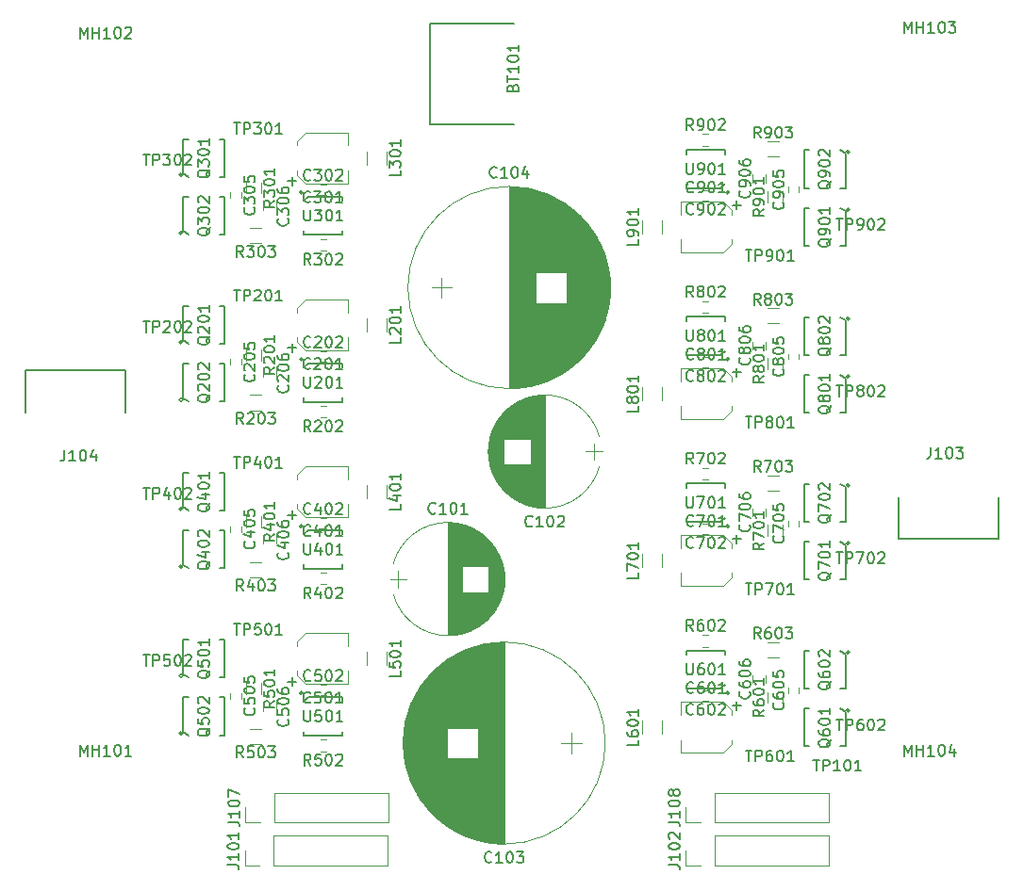
<source format=gto>
G04 #@! TF.GenerationSoftware,KiCad,Pcbnew,5.0.1*
G04 #@! TF.CreationDate,2018-12-04T22:41:10-05:00*
G04 #@! TF.ProjectId,peripherals,7065726970686572616C732E6B696361,rev?*
G04 #@! TF.SameCoordinates,Original*
G04 #@! TF.FileFunction,Legend,Top*
G04 #@! TF.FilePolarity,Positive*
%FSLAX46Y46*%
G04 Gerber Fmt 4.6, Leading zero omitted, Abs format (unit mm)*
G04 Created by KiCad (PCBNEW 5.0.1) date Tue 04 Dec 2018 10:41:10 PM EST*
%MOMM*%
%LPD*%
G01*
G04 APERTURE LIST*
%ADD10C,0.120000*%
%ADD11C,0.150000*%
G04 APERTURE END LIST*
D10*
G04 #@! TO.C,C701*
X93634999Y-94304999D02*
X93634999Y-95474999D01*
X93634999Y-98884999D02*
X93634999Y-97714999D01*
X98214999Y-98114999D02*
X98214999Y-97714999D01*
X98214999Y-95074999D02*
X98214999Y-95474999D01*
X97444999Y-94304999D02*
X93634999Y-94304999D01*
X97444999Y-94304999D02*
X98214999Y-95074999D01*
X97444999Y-98884999D02*
X93634999Y-98884999D01*
X97444999Y-98884999D02*
X98214999Y-98114999D01*
G04 #@! TO.C,C601*
X93634999Y-109304999D02*
X93634999Y-110474999D01*
X93634999Y-113884999D02*
X93634999Y-112714999D01*
X98214999Y-113114999D02*
X98214999Y-112714999D01*
X98214999Y-110074999D02*
X98214999Y-110474999D01*
X97444999Y-109304999D02*
X93634999Y-109304999D01*
X97444999Y-109304999D02*
X98214999Y-110074999D01*
X97444999Y-113884999D02*
X93634999Y-113884999D01*
X97444999Y-113884999D02*
X98214999Y-113114999D01*
G04 #@! TO.C,C801*
X93634999Y-79304999D02*
X93634999Y-80474999D01*
X93634999Y-83884999D02*
X93634999Y-82714999D01*
X98214999Y-83114999D02*
X98214999Y-82714999D01*
X98214999Y-80074999D02*
X98214999Y-80474999D01*
X97444999Y-79304999D02*
X93634999Y-79304999D01*
X97444999Y-79304999D02*
X98214999Y-80074999D01*
X97444999Y-83884999D02*
X93634999Y-83884999D01*
X97444999Y-83884999D02*
X98214999Y-83114999D01*
G04 #@! TO.C,C201*
X63815001Y-77695001D02*
X63815001Y-76525001D01*
X63815001Y-73115001D02*
X63815001Y-74285001D01*
X59235001Y-73885001D02*
X59235001Y-74285001D01*
X59235001Y-76925001D02*
X59235001Y-76525001D01*
X60005001Y-77695001D02*
X63815001Y-77695001D01*
X60005001Y-77695001D02*
X59235001Y-76925001D01*
X60005001Y-73115001D02*
X63815001Y-73115001D01*
X60005001Y-73115001D02*
X59235001Y-73885001D01*
G04 #@! TO.C,C501*
X63815001Y-107695001D02*
X63815001Y-106525001D01*
X63815001Y-103115001D02*
X63815001Y-104285001D01*
X59235001Y-103885001D02*
X59235001Y-104285001D01*
X59235001Y-106925001D02*
X59235001Y-106525001D01*
X60005001Y-107695001D02*
X63815001Y-107695001D01*
X60005001Y-107695001D02*
X59235001Y-106925001D01*
X60005001Y-103115001D02*
X63815001Y-103115001D01*
X60005001Y-103115001D02*
X59235001Y-103885001D01*
G04 #@! TO.C,C901*
X93634999Y-64304999D02*
X93634999Y-65474999D01*
X93634999Y-68884999D02*
X93634999Y-67714999D01*
X98214999Y-68114999D02*
X98214999Y-67714999D01*
X98214999Y-65074999D02*
X98214999Y-65474999D01*
X97444999Y-64304999D02*
X93634999Y-64304999D01*
X97444999Y-64304999D02*
X98214999Y-65074999D01*
X97444999Y-68884999D02*
X93634999Y-68884999D01*
X97444999Y-68884999D02*
X98214999Y-68114999D01*
G04 #@! TO.C,C401*
X63815001Y-92695001D02*
X63815001Y-91525001D01*
X63815001Y-88115001D02*
X63815001Y-89285001D01*
X59235001Y-88885001D02*
X59235001Y-89285001D01*
X59235001Y-91925001D02*
X59235001Y-91525001D01*
X60005001Y-92695001D02*
X63815001Y-92695001D01*
X60005001Y-92695001D02*
X59235001Y-91925001D01*
X60005001Y-88115001D02*
X63815001Y-88115001D01*
X60005001Y-88115001D02*
X59235001Y-88885001D01*
G04 #@! TO.C,C301*
X63815001Y-62695001D02*
X63815001Y-61525001D01*
X63815001Y-58115001D02*
X63815001Y-59285001D01*
X59235001Y-58885001D02*
X59235001Y-59285001D01*
X59235001Y-61925001D02*
X59235001Y-61525001D01*
X60005001Y-62695001D02*
X63815001Y-62695001D01*
X60005001Y-62695001D02*
X59235001Y-61925001D01*
X60005001Y-58115001D02*
X63815001Y-58115001D01*
X60005001Y-58115001D02*
X59235001Y-58885001D01*
G04 #@! TO.C,C602*
X95650000Y-109220000D02*
X96150000Y-109220000D01*
X96150000Y-108280000D02*
X95650000Y-108280000D01*
G04 #@! TO.C,C202*
X61800000Y-77780000D02*
X61300000Y-77780000D01*
X61300000Y-78720000D02*
X61800000Y-78720000D01*
G04 #@! TO.C,C205*
X54170000Y-79000000D02*
X54170000Y-78500000D01*
X53230000Y-78500000D02*
X53230000Y-79000000D01*
G04 #@! TO.C,C705*
X103280000Y-93000000D02*
X103280000Y-93500000D01*
X104220000Y-93500000D02*
X104220000Y-93000000D01*
G04 #@! TO.C,C605*
X103280000Y-108000000D02*
X103280000Y-108500000D01*
X104220000Y-108500000D02*
X104220000Y-108000000D01*
G04 #@! TO.C,C505*
X54170000Y-109000000D02*
X54170000Y-108500000D01*
X53230000Y-108500000D02*
X53230000Y-109000000D01*
G04 #@! TO.C,C502*
X61800000Y-107780000D02*
X61300000Y-107780000D01*
X61300000Y-108720000D02*
X61800000Y-108720000D01*
G04 #@! TO.C,C405*
X54170000Y-94000000D02*
X54170000Y-93500000D01*
X53230000Y-93500000D02*
X53230000Y-94000000D01*
G04 #@! TO.C,C402*
X61800000Y-92780000D02*
X61300000Y-92780000D01*
X61300000Y-93720000D02*
X61800000Y-93720000D01*
G04 #@! TO.C,C305*
X54170000Y-64000000D02*
X54170000Y-63500000D01*
X53230000Y-63500000D02*
X53230000Y-64000000D01*
G04 #@! TO.C,C905*
X103280000Y-63000000D02*
X103280000Y-63500000D01*
X104220000Y-63500000D02*
X104220000Y-63000000D01*
G04 #@! TO.C,C902*
X95650000Y-64220000D02*
X96150000Y-64220000D01*
X96150000Y-63280000D02*
X95650000Y-63280000D01*
G04 #@! TO.C,C805*
X103280000Y-78000000D02*
X103280000Y-78500000D01*
X104220000Y-78500000D02*
X104220000Y-78000000D01*
G04 #@! TO.C,C802*
X95650000Y-79220000D02*
X96150000Y-79220000D01*
X96150000Y-78280000D02*
X95650000Y-78280000D01*
G04 #@! TO.C,C702*
X95650000Y-94220000D02*
X96150000Y-94220000D01*
X96150000Y-93280000D02*
X95650000Y-93280000D01*
G04 #@! TO.C,C302*
X61800000Y-62780000D02*
X61300000Y-62780000D01*
X61300000Y-63720000D02*
X61800000Y-63720000D01*
G04 #@! TO.C,C806*
X100100000Y-77600000D02*
X100100000Y-76900000D01*
X101300000Y-76900000D02*
X101300000Y-77600000D01*
G04 #@! TO.C,C306*
X57350000Y-64400000D02*
X57350000Y-65100000D01*
X56150000Y-65100000D02*
X56150000Y-64400000D01*
G04 #@! TO.C,C406*
X57350000Y-94400000D02*
X57350000Y-95100000D01*
X56150000Y-95100000D02*
X56150000Y-94400000D01*
G04 #@! TO.C,C706*
X100100000Y-92600000D02*
X100100000Y-91900000D01*
X101300000Y-91900000D02*
X101300000Y-92600000D01*
G04 #@! TO.C,C206*
X57350000Y-79400000D02*
X57350000Y-80100000D01*
X56150000Y-80100000D02*
X56150000Y-79400000D01*
G04 #@! TO.C,C606*
X100100000Y-107600000D02*
X100100000Y-106900000D01*
X101300000Y-106900000D02*
X101300000Y-107600000D01*
G04 #@! TO.C,C506*
X57350000Y-109400000D02*
X57350000Y-110100000D01*
X56150000Y-110100000D02*
X56150000Y-109400000D01*
G04 #@! TO.C,C906*
X100100000Y-62600000D02*
X100100000Y-61900000D01*
X101300000Y-61900000D02*
X101300000Y-62600000D01*
G04 #@! TO.C,C101*
X68300000Y-97500000D02*
X68300000Y-99000000D01*
X67550000Y-98250000D02*
X69050000Y-98250000D01*
X77831000Y-97971000D02*
X77831000Y-98529000D01*
X77791000Y-97578000D02*
X77791000Y-98922000D01*
X77751000Y-97337000D02*
X77751000Y-99163000D01*
X77711000Y-97146000D02*
X77711000Y-99354000D01*
X77671000Y-96985000D02*
X77671000Y-99515000D01*
X77631000Y-96843000D02*
X77631000Y-99657000D01*
X77591000Y-96714000D02*
X77591000Y-99786000D01*
X77551000Y-96596000D02*
X77551000Y-99904000D01*
X77511000Y-96487000D02*
X77511000Y-100013000D01*
X77471000Y-96384000D02*
X77471000Y-100116000D01*
X77431000Y-96288000D02*
X77431000Y-100212000D01*
X77391000Y-96197000D02*
X77391000Y-100303000D01*
X77351000Y-96110000D02*
X77351000Y-100390000D01*
X77311000Y-96028000D02*
X77311000Y-100472000D01*
X77271000Y-95949000D02*
X77271000Y-100551000D01*
X77231000Y-95873000D02*
X77231000Y-100627000D01*
X77191000Y-95801000D02*
X77191000Y-100699000D01*
X77151000Y-95731000D02*
X77151000Y-100769000D01*
X77111000Y-95663000D02*
X77111000Y-100837000D01*
X77071000Y-95598000D02*
X77071000Y-100902000D01*
X77031000Y-95535000D02*
X77031000Y-100965000D01*
X76991000Y-95473000D02*
X76991000Y-101027000D01*
X76951000Y-95414000D02*
X76951000Y-101086000D01*
X76911000Y-95356000D02*
X76911000Y-101144000D01*
X76871000Y-95301000D02*
X76871000Y-101199000D01*
X76831000Y-95246000D02*
X76831000Y-101254000D01*
X76791000Y-95193000D02*
X76791000Y-101307000D01*
X76751000Y-95142000D02*
X76751000Y-101358000D01*
X76711000Y-95092000D02*
X76711000Y-101408000D01*
X76671000Y-95043000D02*
X76671000Y-101457000D01*
X76631000Y-94995000D02*
X76631000Y-101505000D01*
X76591000Y-94948000D02*
X76591000Y-101552000D01*
X76551000Y-94903000D02*
X76551000Y-101597000D01*
X76511000Y-94859000D02*
X76511000Y-101641000D01*
X76471000Y-94815000D02*
X76471000Y-101685000D01*
X76431000Y-94773000D02*
X76431000Y-101727000D01*
X76391000Y-99431000D02*
X76391000Y-101768000D01*
X76391000Y-94732000D02*
X76391000Y-97069000D01*
X76351000Y-99431000D02*
X76351000Y-101809000D01*
X76351000Y-94691000D02*
X76351000Y-97069000D01*
X76311000Y-99431000D02*
X76311000Y-101848000D01*
X76311000Y-94652000D02*
X76311000Y-97069000D01*
X76271000Y-99431000D02*
X76271000Y-101887000D01*
X76271000Y-94613000D02*
X76271000Y-97069000D01*
X76231000Y-99431000D02*
X76231000Y-101925000D01*
X76231000Y-94575000D02*
X76231000Y-97069000D01*
X76191000Y-99431000D02*
X76191000Y-101962000D01*
X76191000Y-94538000D02*
X76191000Y-97069000D01*
X76151000Y-99431000D02*
X76151000Y-101998000D01*
X76151000Y-94502000D02*
X76151000Y-97069000D01*
X76111000Y-99431000D02*
X76111000Y-102034000D01*
X76111000Y-94466000D02*
X76111000Y-97069000D01*
X76071000Y-99431000D02*
X76071000Y-102069000D01*
X76071000Y-94431000D02*
X76071000Y-97069000D01*
X76031000Y-99431000D02*
X76031000Y-102103000D01*
X76031000Y-94397000D02*
X76031000Y-97069000D01*
X75991000Y-99431000D02*
X75991000Y-102136000D01*
X75991000Y-94364000D02*
X75991000Y-97069000D01*
X75951000Y-99431000D02*
X75951000Y-102169000D01*
X75951000Y-94331000D02*
X75951000Y-97069000D01*
X75911000Y-99431000D02*
X75911000Y-102201000D01*
X75911000Y-94299000D02*
X75911000Y-97069000D01*
X75871000Y-99431000D02*
X75871000Y-102232000D01*
X75871000Y-94268000D02*
X75871000Y-97069000D01*
X75831000Y-99431000D02*
X75831000Y-102263000D01*
X75831000Y-94237000D02*
X75831000Y-97069000D01*
X75791000Y-99431000D02*
X75791000Y-102293000D01*
X75791000Y-94207000D02*
X75791000Y-97069000D01*
X75751000Y-99431000D02*
X75751000Y-102322000D01*
X75751000Y-94178000D02*
X75751000Y-97069000D01*
X75711000Y-99431000D02*
X75711000Y-102351000D01*
X75711000Y-94149000D02*
X75711000Y-97069000D01*
X75671000Y-99431000D02*
X75671000Y-102380000D01*
X75671000Y-94120000D02*
X75671000Y-97069000D01*
X75631000Y-99431000D02*
X75631000Y-102407000D01*
X75631000Y-94093000D02*
X75631000Y-97069000D01*
X75591000Y-99431000D02*
X75591000Y-102435000D01*
X75591000Y-94065000D02*
X75591000Y-97069000D01*
X75551000Y-99431000D02*
X75551000Y-102461000D01*
X75551000Y-94039000D02*
X75551000Y-97069000D01*
X75511000Y-99431000D02*
X75511000Y-102487000D01*
X75511000Y-94013000D02*
X75511000Y-97069000D01*
X75471000Y-99431000D02*
X75471000Y-102513000D01*
X75471000Y-93987000D02*
X75471000Y-97069000D01*
X75431000Y-99431000D02*
X75431000Y-102538000D01*
X75431000Y-93962000D02*
X75431000Y-97069000D01*
X75391000Y-99431000D02*
X75391000Y-102562000D01*
X75391000Y-93938000D02*
X75391000Y-97069000D01*
X75351000Y-99431000D02*
X75351000Y-102586000D01*
X75351000Y-93914000D02*
X75351000Y-97069000D01*
X75311000Y-99431000D02*
X75311000Y-102610000D01*
X75311000Y-93890000D02*
X75311000Y-97069000D01*
X75271000Y-99431000D02*
X75271000Y-102633000D01*
X75271000Y-93867000D02*
X75271000Y-97069000D01*
X75231000Y-99431000D02*
X75231000Y-102655000D01*
X75231000Y-93845000D02*
X75231000Y-97069000D01*
X75191000Y-99431000D02*
X75191000Y-102678000D01*
X75191000Y-93822000D02*
X75191000Y-97069000D01*
X75151000Y-99431000D02*
X75151000Y-102699000D01*
X75151000Y-93801000D02*
X75151000Y-97069000D01*
X75111000Y-99431000D02*
X75111000Y-102720000D01*
X75111000Y-93780000D02*
X75111000Y-97069000D01*
X75071000Y-99431000D02*
X75071000Y-102741000D01*
X75071000Y-93759000D02*
X75071000Y-97069000D01*
X75031000Y-99431000D02*
X75031000Y-102761000D01*
X75031000Y-93739000D02*
X75031000Y-97069000D01*
X74991000Y-99431000D02*
X74991000Y-102781000D01*
X74991000Y-93719000D02*
X74991000Y-97069000D01*
X74951000Y-99431000D02*
X74951000Y-102800000D01*
X74951000Y-93700000D02*
X74951000Y-97069000D01*
X74911000Y-99431000D02*
X74911000Y-102819000D01*
X74911000Y-93681000D02*
X74911000Y-97069000D01*
X74871000Y-99431000D02*
X74871000Y-102838000D01*
X74871000Y-93662000D02*
X74871000Y-97069000D01*
X74831000Y-99431000D02*
X74831000Y-102856000D01*
X74831000Y-93644000D02*
X74831000Y-97069000D01*
X74791000Y-99431000D02*
X74791000Y-102874000D01*
X74791000Y-93626000D02*
X74791000Y-97069000D01*
X74751000Y-99431000D02*
X74751000Y-102891000D01*
X74751000Y-93609000D02*
X74751000Y-97069000D01*
X74711000Y-99431000D02*
X74711000Y-102908000D01*
X74711000Y-93592000D02*
X74711000Y-97069000D01*
X74671000Y-99431000D02*
X74671000Y-102924000D01*
X74671000Y-93576000D02*
X74671000Y-97069000D01*
X74631000Y-99431000D02*
X74631000Y-102941000D01*
X74631000Y-93559000D02*
X74631000Y-97069000D01*
X74591000Y-99431000D02*
X74591000Y-102956000D01*
X74591000Y-93544000D02*
X74591000Y-97069000D01*
X74551000Y-99431000D02*
X74551000Y-102972000D01*
X74551000Y-93528000D02*
X74551000Y-97069000D01*
X74511000Y-99431000D02*
X74511000Y-102987000D01*
X74511000Y-93513000D02*
X74511000Y-97069000D01*
X74471000Y-99431000D02*
X74471000Y-103001000D01*
X74471000Y-93499000D02*
X74471000Y-97069000D01*
X74431000Y-99431000D02*
X74431000Y-103015000D01*
X74431000Y-93485000D02*
X74431000Y-97069000D01*
X74391000Y-99431000D02*
X74391000Y-103029000D01*
X74391000Y-93471000D02*
X74391000Y-97069000D01*
X74351000Y-99431000D02*
X74351000Y-103042000D01*
X74351000Y-93458000D02*
X74351000Y-97069000D01*
X74311000Y-99431000D02*
X74311000Y-103056000D01*
X74311000Y-93444000D02*
X74311000Y-97069000D01*
X74271000Y-99431000D02*
X74271000Y-103068000D01*
X74271000Y-93432000D02*
X74271000Y-97069000D01*
X74231000Y-99431000D02*
X74231000Y-103081000D01*
X74231000Y-93419000D02*
X74231000Y-97069000D01*
X74191000Y-99431000D02*
X74191000Y-103093000D01*
X74191000Y-93407000D02*
X74191000Y-97069000D01*
X74151000Y-99431000D02*
X74151000Y-103104000D01*
X74151000Y-93396000D02*
X74151000Y-97069000D01*
X74111000Y-99431000D02*
X74111000Y-103115000D01*
X74111000Y-93385000D02*
X74111000Y-97069000D01*
X74071000Y-99431000D02*
X74071000Y-103126000D01*
X74071000Y-93374000D02*
X74071000Y-97069000D01*
X74031000Y-93363000D02*
X74031000Y-103137000D01*
X73991000Y-93353000D02*
X73991000Y-103147000D01*
X73951000Y-93343000D02*
X73951000Y-103157000D01*
X73911000Y-93333000D02*
X73911000Y-103167000D01*
X73871000Y-93324000D02*
X73871000Y-103176000D01*
X73831000Y-93315000D02*
X73831000Y-103185000D01*
X73791000Y-93307000D02*
X73791000Y-103193000D01*
X73751000Y-93299000D02*
X73751000Y-103201000D01*
X73711000Y-93291000D02*
X73711000Y-103209000D01*
X73671000Y-93283000D02*
X73671000Y-103217000D01*
X73631000Y-93276000D02*
X73631000Y-103224000D01*
X73591000Y-93269000D02*
X73591000Y-103231000D01*
X73551000Y-93263000D02*
X73551000Y-103237000D01*
X73511000Y-93257000D02*
X73511000Y-103243000D01*
X73471000Y-93251000D02*
X73471000Y-103249000D01*
X73430000Y-93245000D02*
X73430000Y-103255000D01*
X73390000Y-93240000D02*
X73390000Y-103260000D01*
X73350000Y-93235000D02*
X73350000Y-103265000D01*
X73310000Y-93230000D02*
X73310000Y-103270000D01*
X73270000Y-93226000D02*
X73270000Y-103274000D01*
X73230000Y-93222000D02*
X73230000Y-103278000D01*
X73190000Y-93219000D02*
X73190000Y-103281000D01*
X73150000Y-93215000D02*
X73150000Y-103285000D01*
X73110000Y-93212000D02*
X73110000Y-103288000D01*
X73070000Y-93210000D02*
X73070000Y-103290000D01*
X73030000Y-93207000D02*
X73030000Y-103293000D01*
X72990000Y-93205000D02*
X72990000Y-103295000D01*
X72950000Y-93203000D02*
X72950000Y-103297000D01*
X72910000Y-93202000D02*
X72910000Y-103298000D01*
X72870000Y-93201000D02*
X72870000Y-103299000D01*
X72830000Y-93200000D02*
X72830000Y-103300000D01*
X72790000Y-93200000D02*
X72790000Y-103300000D01*
X72750000Y-93200000D02*
X72750000Y-103300000D01*
X77648437Y-99633264D02*
G75*
G03X77649357Y-96870000I-4898437J1383264D01*
G01*
X77648437Y-99633264D02*
G75*
G02X67850643Y-99630000I-4898437J1383264D01*
G01*
X77648437Y-96866736D02*
G75*
G03X67850643Y-96870000I-4898437J-1383264D01*
G01*
G04 #@! TO.C,C102*
X76551563Y-88183264D02*
G75*
G03X86349357Y-88180000I4898437J1383264D01*
G01*
X76551563Y-85416736D02*
G75*
G02X86349357Y-85420000I4898437J-1383264D01*
G01*
X76551563Y-85416736D02*
G75*
G03X76550643Y-88180000I4898437J-1383264D01*
G01*
X81450000Y-91850000D02*
X81450000Y-81750000D01*
X81410000Y-91850000D02*
X81410000Y-81750000D01*
X81370000Y-91850000D02*
X81370000Y-81750000D01*
X81330000Y-91849000D02*
X81330000Y-81751000D01*
X81290000Y-91848000D02*
X81290000Y-81752000D01*
X81250000Y-91847000D02*
X81250000Y-81753000D01*
X81210000Y-91845000D02*
X81210000Y-81755000D01*
X81170000Y-91843000D02*
X81170000Y-81757000D01*
X81130000Y-91840000D02*
X81130000Y-81760000D01*
X81090000Y-91838000D02*
X81090000Y-81762000D01*
X81050000Y-91835000D02*
X81050000Y-81765000D01*
X81010000Y-91831000D02*
X81010000Y-81769000D01*
X80970000Y-91828000D02*
X80970000Y-81772000D01*
X80930000Y-91824000D02*
X80930000Y-81776000D01*
X80890000Y-91820000D02*
X80890000Y-81780000D01*
X80850000Y-91815000D02*
X80850000Y-81785000D01*
X80810000Y-91810000D02*
X80810000Y-81790000D01*
X80770000Y-91805000D02*
X80770000Y-81795000D01*
X80729000Y-91799000D02*
X80729000Y-81801000D01*
X80689000Y-91793000D02*
X80689000Y-81807000D01*
X80649000Y-91787000D02*
X80649000Y-81813000D01*
X80609000Y-91781000D02*
X80609000Y-81819000D01*
X80569000Y-91774000D02*
X80569000Y-81826000D01*
X80529000Y-91767000D02*
X80529000Y-81833000D01*
X80489000Y-91759000D02*
X80489000Y-81841000D01*
X80449000Y-91751000D02*
X80449000Y-81849000D01*
X80409000Y-91743000D02*
X80409000Y-81857000D01*
X80369000Y-91735000D02*
X80369000Y-81865000D01*
X80329000Y-91726000D02*
X80329000Y-81874000D01*
X80289000Y-91717000D02*
X80289000Y-81883000D01*
X80249000Y-91707000D02*
X80249000Y-81893000D01*
X80209000Y-91697000D02*
X80209000Y-81903000D01*
X80169000Y-91687000D02*
X80169000Y-81913000D01*
X80129000Y-91676000D02*
X80129000Y-87981000D01*
X80129000Y-85619000D02*
X80129000Y-81924000D01*
X80089000Y-91665000D02*
X80089000Y-87981000D01*
X80089000Y-85619000D02*
X80089000Y-81935000D01*
X80049000Y-91654000D02*
X80049000Y-87981000D01*
X80049000Y-85619000D02*
X80049000Y-81946000D01*
X80009000Y-91643000D02*
X80009000Y-87981000D01*
X80009000Y-85619000D02*
X80009000Y-81957000D01*
X79969000Y-91631000D02*
X79969000Y-87981000D01*
X79969000Y-85619000D02*
X79969000Y-81969000D01*
X79929000Y-91618000D02*
X79929000Y-87981000D01*
X79929000Y-85619000D02*
X79929000Y-81982000D01*
X79889000Y-91606000D02*
X79889000Y-87981000D01*
X79889000Y-85619000D02*
X79889000Y-81994000D01*
X79849000Y-91592000D02*
X79849000Y-87981000D01*
X79849000Y-85619000D02*
X79849000Y-82008000D01*
X79809000Y-91579000D02*
X79809000Y-87981000D01*
X79809000Y-85619000D02*
X79809000Y-82021000D01*
X79769000Y-91565000D02*
X79769000Y-87981000D01*
X79769000Y-85619000D02*
X79769000Y-82035000D01*
X79729000Y-91551000D02*
X79729000Y-87981000D01*
X79729000Y-85619000D02*
X79729000Y-82049000D01*
X79689000Y-91537000D02*
X79689000Y-87981000D01*
X79689000Y-85619000D02*
X79689000Y-82063000D01*
X79649000Y-91522000D02*
X79649000Y-87981000D01*
X79649000Y-85619000D02*
X79649000Y-82078000D01*
X79609000Y-91506000D02*
X79609000Y-87981000D01*
X79609000Y-85619000D02*
X79609000Y-82094000D01*
X79569000Y-91491000D02*
X79569000Y-87981000D01*
X79569000Y-85619000D02*
X79569000Y-82109000D01*
X79529000Y-91474000D02*
X79529000Y-87981000D01*
X79529000Y-85619000D02*
X79529000Y-82126000D01*
X79489000Y-91458000D02*
X79489000Y-87981000D01*
X79489000Y-85619000D02*
X79489000Y-82142000D01*
X79449000Y-91441000D02*
X79449000Y-87981000D01*
X79449000Y-85619000D02*
X79449000Y-82159000D01*
X79409000Y-91424000D02*
X79409000Y-87981000D01*
X79409000Y-85619000D02*
X79409000Y-82176000D01*
X79369000Y-91406000D02*
X79369000Y-87981000D01*
X79369000Y-85619000D02*
X79369000Y-82194000D01*
X79329000Y-91388000D02*
X79329000Y-87981000D01*
X79329000Y-85619000D02*
X79329000Y-82212000D01*
X79289000Y-91369000D02*
X79289000Y-87981000D01*
X79289000Y-85619000D02*
X79289000Y-82231000D01*
X79249000Y-91350000D02*
X79249000Y-87981000D01*
X79249000Y-85619000D02*
X79249000Y-82250000D01*
X79209000Y-91331000D02*
X79209000Y-87981000D01*
X79209000Y-85619000D02*
X79209000Y-82269000D01*
X79169000Y-91311000D02*
X79169000Y-87981000D01*
X79169000Y-85619000D02*
X79169000Y-82289000D01*
X79129000Y-91291000D02*
X79129000Y-87981000D01*
X79129000Y-85619000D02*
X79129000Y-82309000D01*
X79089000Y-91270000D02*
X79089000Y-87981000D01*
X79089000Y-85619000D02*
X79089000Y-82330000D01*
X79049000Y-91249000D02*
X79049000Y-87981000D01*
X79049000Y-85619000D02*
X79049000Y-82351000D01*
X79009000Y-91228000D02*
X79009000Y-87981000D01*
X79009000Y-85619000D02*
X79009000Y-82372000D01*
X78969000Y-91205000D02*
X78969000Y-87981000D01*
X78969000Y-85619000D02*
X78969000Y-82395000D01*
X78929000Y-91183000D02*
X78929000Y-87981000D01*
X78929000Y-85619000D02*
X78929000Y-82417000D01*
X78889000Y-91160000D02*
X78889000Y-87981000D01*
X78889000Y-85619000D02*
X78889000Y-82440000D01*
X78849000Y-91136000D02*
X78849000Y-87981000D01*
X78849000Y-85619000D02*
X78849000Y-82464000D01*
X78809000Y-91112000D02*
X78809000Y-87981000D01*
X78809000Y-85619000D02*
X78809000Y-82488000D01*
X78769000Y-91088000D02*
X78769000Y-87981000D01*
X78769000Y-85619000D02*
X78769000Y-82512000D01*
X78729000Y-91063000D02*
X78729000Y-87981000D01*
X78729000Y-85619000D02*
X78729000Y-82537000D01*
X78689000Y-91037000D02*
X78689000Y-87981000D01*
X78689000Y-85619000D02*
X78689000Y-82563000D01*
X78649000Y-91011000D02*
X78649000Y-87981000D01*
X78649000Y-85619000D02*
X78649000Y-82589000D01*
X78609000Y-90985000D02*
X78609000Y-87981000D01*
X78609000Y-85619000D02*
X78609000Y-82615000D01*
X78569000Y-90957000D02*
X78569000Y-87981000D01*
X78569000Y-85619000D02*
X78569000Y-82643000D01*
X78529000Y-90930000D02*
X78529000Y-87981000D01*
X78529000Y-85619000D02*
X78529000Y-82670000D01*
X78489000Y-90901000D02*
X78489000Y-87981000D01*
X78489000Y-85619000D02*
X78489000Y-82699000D01*
X78449000Y-90872000D02*
X78449000Y-87981000D01*
X78449000Y-85619000D02*
X78449000Y-82728000D01*
X78409000Y-90843000D02*
X78409000Y-87981000D01*
X78409000Y-85619000D02*
X78409000Y-82757000D01*
X78369000Y-90813000D02*
X78369000Y-87981000D01*
X78369000Y-85619000D02*
X78369000Y-82787000D01*
X78329000Y-90782000D02*
X78329000Y-87981000D01*
X78329000Y-85619000D02*
X78329000Y-82818000D01*
X78289000Y-90751000D02*
X78289000Y-87981000D01*
X78289000Y-85619000D02*
X78289000Y-82849000D01*
X78249000Y-90719000D02*
X78249000Y-87981000D01*
X78249000Y-85619000D02*
X78249000Y-82881000D01*
X78209000Y-90686000D02*
X78209000Y-87981000D01*
X78209000Y-85619000D02*
X78209000Y-82914000D01*
X78169000Y-90653000D02*
X78169000Y-87981000D01*
X78169000Y-85619000D02*
X78169000Y-82947000D01*
X78129000Y-90619000D02*
X78129000Y-87981000D01*
X78129000Y-85619000D02*
X78129000Y-82981000D01*
X78089000Y-90584000D02*
X78089000Y-87981000D01*
X78089000Y-85619000D02*
X78089000Y-83016000D01*
X78049000Y-90548000D02*
X78049000Y-87981000D01*
X78049000Y-85619000D02*
X78049000Y-83052000D01*
X78009000Y-90512000D02*
X78009000Y-87981000D01*
X78009000Y-85619000D02*
X78009000Y-83088000D01*
X77969000Y-90475000D02*
X77969000Y-87981000D01*
X77969000Y-85619000D02*
X77969000Y-83125000D01*
X77929000Y-90437000D02*
X77929000Y-87981000D01*
X77929000Y-85619000D02*
X77929000Y-83163000D01*
X77889000Y-90398000D02*
X77889000Y-87981000D01*
X77889000Y-85619000D02*
X77889000Y-83202000D01*
X77849000Y-90359000D02*
X77849000Y-87981000D01*
X77849000Y-85619000D02*
X77849000Y-83241000D01*
X77809000Y-90318000D02*
X77809000Y-87981000D01*
X77809000Y-85619000D02*
X77809000Y-83282000D01*
X77769000Y-90277000D02*
X77769000Y-83323000D01*
X77729000Y-90235000D02*
X77729000Y-83365000D01*
X77689000Y-90191000D02*
X77689000Y-83409000D01*
X77649000Y-90147000D02*
X77649000Y-83453000D01*
X77609000Y-90102000D02*
X77609000Y-83498000D01*
X77569000Y-90055000D02*
X77569000Y-83545000D01*
X77529000Y-90007000D02*
X77529000Y-83593000D01*
X77489000Y-89958000D02*
X77489000Y-83642000D01*
X77449000Y-89908000D02*
X77449000Y-83692000D01*
X77409000Y-89857000D02*
X77409000Y-83743000D01*
X77369000Y-89804000D02*
X77369000Y-83796000D01*
X77329000Y-89749000D02*
X77329000Y-83851000D01*
X77289000Y-89694000D02*
X77289000Y-83906000D01*
X77249000Y-89636000D02*
X77249000Y-83964000D01*
X77209000Y-89577000D02*
X77209000Y-84023000D01*
X77169000Y-89515000D02*
X77169000Y-84085000D01*
X77129000Y-89452000D02*
X77129000Y-84148000D01*
X77089000Y-89387000D02*
X77089000Y-84213000D01*
X77049000Y-89319000D02*
X77049000Y-84281000D01*
X77009000Y-89249000D02*
X77009000Y-84351000D01*
X76969000Y-89177000D02*
X76969000Y-84423000D01*
X76929000Y-89101000D02*
X76929000Y-84499000D01*
X76889000Y-89022000D02*
X76889000Y-84578000D01*
X76849000Y-88940000D02*
X76849000Y-84660000D01*
X76809000Y-88853000D02*
X76809000Y-84747000D01*
X76769000Y-88762000D02*
X76769000Y-84838000D01*
X76729000Y-88666000D02*
X76729000Y-84934000D01*
X76689000Y-88563000D02*
X76689000Y-85037000D01*
X76649000Y-88454000D02*
X76649000Y-85146000D01*
X76609000Y-88336000D02*
X76609000Y-85264000D01*
X76569000Y-88207000D02*
X76569000Y-85393000D01*
X76529000Y-88065000D02*
X76529000Y-85535000D01*
X76489000Y-87904000D02*
X76489000Y-85696000D01*
X76449000Y-87713000D02*
X76449000Y-85887000D01*
X76409000Y-87472000D02*
X76409000Y-86128000D01*
X76369000Y-87079000D02*
X76369000Y-86521000D01*
X86650000Y-86800000D02*
X85150000Y-86800000D01*
X85900000Y-87550000D02*
X85900000Y-86050000D01*
G04 #@! TO.C,C104*
X72200000Y-71150000D02*
X72200000Y-72950000D01*
X71300000Y-72050000D02*
X73100000Y-72050000D01*
X87330000Y-71663000D02*
X87330000Y-72437000D01*
X87290000Y-71137000D02*
X87290000Y-72963000D01*
X87250000Y-70814000D02*
X87250000Y-73286000D01*
X87210000Y-70558000D02*
X87210000Y-73542000D01*
X87170000Y-70340000D02*
X87170000Y-73760000D01*
X87130000Y-70147000D02*
X87130000Y-73953000D01*
X87090000Y-69972000D02*
X87090000Y-74128000D01*
X87050000Y-69812000D02*
X87050000Y-74288000D01*
X87010000Y-69662000D02*
X87010000Y-74438000D01*
X86970000Y-69522000D02*
X86970000Y-74578000D01*
X86930000Y-69390000D02*
X86930000Y-74710000D01*
X86890000Y-69265000D02*
X86890000Y-74835000D01*
X86850000Y-69145000D02*
X86850000Y-74955000D01*
X86810000Y-69031000D02*
X86810000Y-75069000D01*
X86770000Y-68921000D02*
X86770000Y-75179000D01*
X86730000Y-68816000D02*
X86730000Y-75284000D01*
X86690000Y-68714000D02*
X86690000Y-75386000D01*
X86650000Y-68616000D02*
X86650000Y-75484000D01*
X86610000Y-68520000D02*
X86610000Y-75580000D01*
X86570000Y-68428000D02*
X86570000Y-75672000D01*
X86530000Y-68339000D02*
X86530000Y-75761000D01*
X86490000Y-68251000D02*
X86490000Y-75849000D01*
X86450000Y-68167000D02*
X86450000Y-75933000D01*
X86411000Y-68084000D02*
X86411000Y-76016000D01*
X86371000Y-68004000D02*
X86371000Y-76096000D01*
X86331000Y-67925000D02*
X86331000Y-76175000D01*
X86291000Y-67848000D02*
X86291000Y-76252000D01*
X86251000Y-67773000D02*
X86251000Y-76327000D01*
X86211000Y-67700000D02*
X86211000Y-76400000D01*
X86171000Y-67628000D02*
X86171000Y-76472000D01*
X86131000Y-67558000D02*
X86131000Y-76542000D01*
X86091000Y-67489000D02*
X86091000Y-76611000D01*
X86051000Y-67422000D02*
X86051000Y-76678000D01*
X86011000Y-67356000D02*
X86011000Y-76744000D01*
X85971000Y-67291000D02*
X85971000Y-76809000D01*
X85931000Y-67227000D02*
X85931000Y-76873000D01*
X85891000Y-67164000D02*
X85891000Y-76936000D01*
X85851000Y-67103000D02*
X85851000Y-76997000D01*
X85811000Y-67042000D02*
X85811000Y-77058000D01*
X85771000Y-66983000D02*
X85771000Y-77117000D01*
X85731000Y-66924000D02*
X85731000Y-77176000D01*
X85691000Y-66867000D02*
X85691000Y-77233000D01*
X85651000Y-66810000D02*
X85651000Y-77290000D01*
X85611000Y-66755000D02*
X85611000Y-77345000D01*
X85571000Y-66700000D02*
X85571000Y-77400000D01*
X85531000Y-66646000D02*
X85531000Y-77454000D01*
X85491000Y-66593000D02*
X85491000Y-77507000D01*
X85451000Y-66541000D02*
X85451000Y-77559000D01*
X85411000Y-66489000D02*
X85411000Y-77611000D01*
X85371000Y-66439000D02*
X85371000Y-77661000D01*
X85331000Y-66388000D02*
X85331000Y-77712000D01*
X85291000Y-66339000D02*
X85291000Y-77761000D01*
X85251000Y-66291000D02*
X85251000Y-77809000D01*
X85211000Y-66243000D02*
X85211000Y-77857000D01*
X85171000Y-66195000D02*
X85171000Y-77905000D01*
X85131000Y-66149000D02*
X85131000Y-77951000D01*
X85091000Y-66103000D02*
X85091000Y-77997000D01*
X85051000Y-66057000D02*
X85051000Y-78043000D01*
X85011000Y-66012000D02*
X85011000Y-78088000D01*
X84971000Y-65968000D02*
X84971000Y-78132000D01*
X84931000Y-65925000D02*
X84931000Y-78175000D01*
X84891000Y-65882000D02*
X84891000Y-78218000D01*
X84851000Y-65839000D02*
X84851000Y-78261000D01*
X84811000Y-65797000D02*
X84811000Y-78303000D01*
X84771000Y-65756000D02*
X84771000Y-78344000D01*
X84731000Y-65715000D02*
X84731000Y-78385000D01*
X84691000Y-65674000D02*
X84691000Y-78426000D01*
X84651000Y-65634000D02*
X84651000Y-78466000D01*
X84611000Y-65595000D02*
X84611000Y-78505000D01*
X84571000Y-65556000D02*
X84571000Y-78544000D01*
X84531000Y-65518000D02*
X84531000Y-78582000D01*
X84491000Y-65480000D02*
X84491000Y-78620000D01*
X84451000Y-65442000D02*
X84451000Y-78658000D01*
X84411000Y-65405000D02*
X84411000Y-78695000D01*
X84371000Y-65368000D02*
X84371000Y-78732000D01*
X84331000Y-65332000D02*
X84331000Y-78768000D01*
X84291000Y-65296000D02*
X84291000Y-78804000D01*
X84251000Y-65261000D02*
X84251000Y-78839000D01*
X84211000Y-65226000D02*
X84211000Y-78874000D01*
X84171000Y-65192000D02*
X84171000Y-78908000D01*
X84131000Y-65157000D02*
X84131000Y-78943000D01*
X84091000Y-65124000D02*
X84091000Y-78976000D01*
X84051000Y-65090000D02*
X84051000Y-79010000D01*
X84011000Y-65057000D02*
X84011000Y-79043000D01*
X83971000Y-65025000D02*
X83971000Y-79075000D01*
X83931000Y-64993000D02*
X83931000Y-79107000D01*
X83891000Y-64961000D02*
X83891000Y-79139000D01*
X83851000Y-64929000D02*
X83851000Y-79171000D01*
X83811000Y-64898000D02*
X83811000Y-79202000D01*
X83771000Y-64867000D02*
X83771000Y-79233000D01*
X83731000Y-64837000D02*
X83731000Y-79263000D01*
X83691000Y-64807000D02*
X83691000Y-79293000D01*
X83651000Y-64777000D02*
X83651000Y-79323000D01*
X83611000Y-64748000D02*
X83611000Y-79352000D01*
X83571000Y-64719000D02*
X83571000Y-79381000D01*
X83531000Y-64690000D02*
X83531000Y-79410000D01*
X83491000Y-64662000D02*
X83491000Y-79438000D01*
X83451000Y-64634000D02*
X83451000Y-79466000D01*
X83411000Y-64606000D02*
X83411000Y-79494000D01*
X83371000Y-73430000D02*
X83371000Y-79521000D01*
X83371000Y-64579000D02*
X83371000Y-70670000D01*
X83331000Y-73430000D02*
X83331000Y-79549000D01*
X83331000Y-64551000D02*
X83331000Y-70670000D01*
X83291000Y-73430000D02*
X83291000Y-79575000D01*
X83291000Y-64525000D02*
X83291000Y-70670000D01*
X83251000Y-73430000D02*
X83251000Y-79602000D01*
X83251000Y-64498000D02*
X83251000Y-70670000D01*
X83211000Y-73430000D02*
X83211000Y-79628000D01*
X83211000Y-64472000D02*
X83211000Y-70670000D01*
X83171000Y-73430000D02*
X83171000Y-79654000D01*
X83171000Y-64446000D02*
X83171000Y-70670000D01*
X83131000Y-73430000D02*
X83131000Y-79680000D01*
X83131000Y-64420000D02*
X83131000Y-70670000D01*
X83091000Y-73430000D02*
X83091000Y-79705000D01*
X83091000Y-64395000D02*
X83091000Y-70670000D01*
X83051000Y-73430000D02*
X83051000Y-79730000D01*
X83051000Y-64370000D02*
X83051000Y-70670000D01*
X83011000Y-73430000D02*
X83011000Y-79755000D01*
X83011000Y-64345000D02*
X83011000Y-70670000D01*
X82971000Y-73430000D02*
X82971000Y-79779000D01*
X82971000Y-64321000D02*
X82971000Y-70670000D01*
X82931000Y-73430000D02*
X82931000Y-79803000D01*
X82931000Y-64297000D02*
X82931000Y-70670000D01*
X82891000Y-73430000D02*
X82891000Y-79827000D01*
X82891000Y-64273000D02*
X82891000Y-70670000D01*
X82851000Y-73430000D02*
X82851000Y-79851000D01*
X82851000Y-64249000D02*
X82851000Y-70670000D01*
X82811000Y-73430000D02*
X82811000Y-79874000D01*
X82811000Y-64226000D02*
X82811000Y-70670000D01*
X82771000Y-73430000D02*
X82771000Y-79897000D01*
X82771000Y-64203000D02*
X82771000Y-70670000D01*
X82731000Y-73430000D02*
X82731000Y-79920000D01*
X82731000Y-64180000D02*
X82731000Y-70670000D01*
X82691000Y-73430000D02*
X82691000Y-79942000D01*
X82691000Y-64158000D02*
X82691000Y-70670000D01*
X82651000Y-73430000D02*
X82651000Y-79965000D01*
X82651000Y-64135000D02*
X82651000Y-70670000D01*
X82611000Y-73430000D02*
X82611000Y-79987000D01*
X82611000Y-64113000D02*
X82611000Y-70670000D01*
X82571000Y-73430000D02*
X82571000Y-80008000D01*
X82571000Y-64092000D02*
X82571000Y-70670000D01*
X82531000Y-73430000D02*
X82531000Y-80030000D01*
X82531000Y-64070000D02*
X82531000Y-70670000D01*
X82491000Y-73430000D02*
X82491000Y-80051000D01*
X82491000Y-64049000D02*
X82491000Y-70670000D01*
X82451000Y-73430000D02*
X82451000Y-80072000D01*
X82451000Y-64028000D02*
X82451000Y-70670000D01*
X82411000Y-73430000D02*
X82411000Y-80093000D01*
X82411000Y-64007000D02*
X82411000Y-70670000D01*
X82371000Y-73430000D02*
X82371000Y-80113000D01*
X82371000Y-63987000D02*
X82371000Y-70670000D01*
X82331000Y-73430000D02*
X82331000Y-80133000D01*
X82331000Y-63967000D02*
X82331000Y-70670000D01*
X82291000Y-73430000D02*
X82291000Y-80153000D01*
X82291000Y-63947000D02*
X82291000Y-70670000D01*
X82251000Y-73430000D02*
X82251000Y-80173000D01*
X82251000Y-63927000D02*
X82251000Y-70670000D01*
X82211000Y-73430000D02*
X82211000Y-80193000D01*
X82211000Y-63907000D02*
X82211000Y-70670000D01*
X82171000Y-73430000D02*
X82171000Y-80212000D01*
X82171000Y-63888000D02*
X82171000Y-70670000D01*
X82131000Y-73430000D02*
X82131000Y-80231000D01*
X82131000Y-63869000D02*
X82131000Y-70670000D01*
X82091000Y-73430000D02*
X82091000Y-80250000D01*
X82091000Y-63850000D02*
X82091000Y-70670000D01*
X82051000Y-73430000D02*
X82051000Y-80268000D01*
X82051000Y-63832000D02*
X82051000Y-70670000D01*
X82011000Y-73430000D02*
X82011000Y-80286000D01*
X82011000Y-63814000D02*
X82011000Y-70670000D01*
X81971000Y-73430000D02*
X81971000Y-80304000D01*
X81971000Y-63796000D02*
X81971000Y-70670000D01*
X81931000Y-73430000D02*
X81931000Y-80322000D01*
X81931000Y-63778000D02*
X81931000Y-70670000D01*
X81891000Y-73430000D02*
X81891000Y-80340000D01*
X81891000Y-63760000D02*
X81891000Y-70670000D01*
X81851000Y-73430000D02*
X81851000Y-80357000D01*
X81851000Y-63743000D02*
X81851000Y-70670000D01*
X81811000Y-73430000D02*
X81811000Y-80374000D01*
X81811000Y-63726000D02*
X81811000Y-70670000D01*
X81771000Y-73430000D02*
X81771000Y-80391000D01*
X81771000Y-63709000D02*
X81771000Y-70670000D01*
X81731000Y-73430000D02*
X81731000Y-80408000D01*
X81731000Y-63692000D02*
X81731000Y-70670000D01*
X81691000Y-73430000D02*
X81691000Y-80424000D01*
X81691000Y-63676000D02*
X81691000Y-70670000D01*
X81651000Y-73430000D02*
X81651000Y-80441000D01*
X81651000Y-63659000D02*
X81651000Y-70670000D01*
X81611000Y-73430000D02*
X81611000Y-80457000D01*
X81611000Y-63643000D02*
X81611000Y-70670000D01*
X81571000Y-73430000D02*
X81571000Y-80473000D01*
X81571000Y-63627000D02*
X81571000Y-70670000D01*
X81531000Y-73430000D02*
X81531000Y-80488000D01*
X81531000Y-63612000D02*
X81531000Y-70670000D01*
X81491000Y-73430000D02*
X81491000Y-80503000D01*
X81491000Y-63597000D02*
X81491000Y-70670000D01*
X81451000Y-73430000D02*
X81451000Y-80519000D01*
X81451000Y-63581000D02*
X81451000Y-70670000D01*
X81411000Y-73430000D02*
X81411000Y-80534000D01*
X81411000Y-63566000D02*
X81411000Y-70670000D01*
X81371000Y-73430000D02*
X81371000Y-80548000D01*
X81371000Y-63552000D02*
X81371000Y-70670000D01*
X81331000Y-73430000D02*
X81331000Y-80563000D01*
X81331000Y-63537000D02*
X81331000Y-70670000D01*
X81291000Y-73430000D02*
X81291000Y-80577000D01*
X81291000Y-63523000D02*
X81291000Y-70670000D01*
X81251000Y-73430000D02*
X81251000Y-80591000D01*
X81251000Y-63509000D02*
X81251000Y-70670000D01*
X81211000Y-73430000D02*
X81211000Y-80605000D01*
X81211000Y-63495000D02*
X81211000Y-70670000D01*
X81171000Y-73430000D02*
X81171000Y-80619000D01*
X81171000Y-63481000D02*
X81171000Y-70670000D01*
X81131000Y-73430000D02*
X81131000Y-80632000D01*
X81131000Y-63468000D02*
X81131000Y-70670000D01*
X81091000Y-73430000D02*
X81091000Y-80645000D01*
X81091000Y-63455000D02*
X81091000Y-70670000D01*
X81051000Y-73430000D02*
X81051000Y-80659000D01*
X81051000Y-63441000D02*
X81051000Y-70670000D01*
X81011000Y-73430000D02*
X81011000Y-80671000D01*
X81011000Y-63429000D02*
X81011000Y-70670000D01*
X80971000Y-73430000D02*
X80971000Y-80684000D01*
X80971000Y-63416000D02*
X80971000Y-70670000D01*
X80931000Y-73430000D02*
X80931000Y-80696000D01*
X80931000Y-63404000D02*
X80931000Y-70670000D01*
X80891000Y-73430000D02*
X80891000Y-80709000D01*
X80891000Y-63391000D02*
X80891000Y-70670000D01*
X80851000Y-73430000D02*
X80851000Y-80721000D01*
X80851000Y-63379000D02*
X80851000Y-70670000D01*
X80811000Y-73430000D02*
X80811000Y-80733000D01*
X80811000Y-63367000D02*
X80811000Y-70670000D01*
X80771000Y-73430000D02*
X80771000Y-80744000D01*
X80771000Y-63356000D02*
X80771000Y-70670000D01*
X80731000Y-73430000D02*
X80731000Y-80756000D01*
X80731000Y-63344000D02*
X80731000Y-70670000D01*
X80691000Y-73430000D02*
X80691000Y-80767000D01*
X80691000Y-63333000D02*
X80691000Y-70670000D01*
X80651000Y-73430000D02*
X80651000Y-80778000D01*
X80651000Y-63322000D02*
X80651000Y-70670000D01*
X80611000Y-63311000D02*
X80611000Y-80789000D01*
X80571000Y-63301000D02*
X80571000Y-80799000D01*
X80531000Y-63290000D02*
X80531000Y-80810000D01*
X80491000Y-63280000D02*
X80491000Y-80820000D01*
X80451000Y-63270000D02*
X80451000Y-80830000D01*
X80411000Y-63260000D02*
X80411000Y-80840000D01*
X80371000Y-63250000D02*
X80371000Y-80850000D01*
X80331000Y-63241000D02*
X80331000Y-80859000D01*
X80291000Y-63231000D02*
X80291000Y-80869000D01*
X80251000Y-63222000D02*
X80251000Y-80878000D01*
X80211000Y-63213000D02*
X80211000Y-80887000D01*
X80171000Y-63205000D02*
X80171000Y-80895000D01*
X80131000Y-63196000D02*
X80131000Y-80904000D01*
X80091000Y-63188000D02*
X80091000Y-80912000D01*
X80051000Y-63180000D02*
X80051000Y-80920000D01*
X80011000Y-63172000D02*
X80011000Y-80928000D01*
X79971000Y-63164000D02*
X79971000Y-80936000D01*
X79931000Y-63156000D02*
X79931000Y-80944000D01*
X79891000Y-63149000D02*
X79891000Y-80951000D01*
X79851000Y-63141000D02*
X79851000Y-80959000D01*
X79811000Y-63134000D02*
X79811000Y-80966000D01*
X79771000Y-63127000D02*
X79771000Y-80973000D01*
X79731000Y-63121000D02*
X79731000Y-80979000D01*
X79691000Y-63114000D02*
X79691000Y-80986000D01*
X79651000Y-63108000D02*
X79651000Y-80992000D01*
X79611000Y-63102000D02*
X79611000Y-80998000D01*
X79571000Y-63096000D02*
X79571000Y-81004000D01*
X79531000Y-63090000D02*
X79531000Y-81010000D01*
X79491000Y-63084000D02*
X79491000Y-81016000D01*
X79451000Y-63079000D02*
X79451000Y-81021000D01*
X79411000Y-63074000D02*
X79411000Y-81026000D01*
X79371000Y-63069000D02*
X79371000Y-81031000D01*
X79331000Y-63064000D02*
X79331000Y-81036000D01*
X79291000Y-63059000D02*
X79291000Y-81041000D01*
X79251000Y-63055000D02*
X79251000Y-81045000D01*
X79211000Y-63050000D02*
X79211000Y-81050000D01*
X79171000Y-63046000D02*
X79171000Y-81054000D01*
X79131000Y-63042000D02*
X79131000Y-81058000D01*
X79091000Y-63038000D02*
X79091000Y-81062000D01*
X79051000Y-63035000D02*
X79051000Y-81065000D01*
X79011000Y-63031000D02*
X79011000Y-81069000D01*
X78971000Y-63028000D02*
X78971000Y-81072000D01*
X78930000Y-63025000D02*
X78930000Y-81075000D01*
X78890000Y-63022000D02*
X78890000Y-81078000D01*
X78850000Y-63019000D02*
X78850000Y-81081000D01*
X78810000Y-63017000D02*
X78810000Y-81083000D01*
X78770000Y-63014000D02*
X78770000Y-81086000D01*
X78730000Y-63012000D02*
X78730000Y-81088000D01*
X78690000Y-63010000D02*
X78690000Y-81090000D01*
X78650000Y-63008000D02*
X78650000Y-81092000D01*
X78610000Y-63007000D02*
X78610000Y-81093000D01*
X78570000Y-63005000D02*
X78570000Y-81095000D01*
X78530000Y-63004000D02*
X78530000Y-81096000D01*
X78490000Y-63003000D02*
X78490000Y-81097000D01*
X78450000Y-63002000D02*
X78450000Y-81098000D01*
X78410000Y-63001000D02*
X78410000Y-81099000D01*
X78370000Y-63000000D02*
X78370000Y-81100000D01*
X78330000Y-63000000D02*
X78330000Y-81100000D01*
X78290000Y-63000000D02*
X78290000Y-81100000D01*
X78250000Y-63000000D02*
X78250000Y-81100000D01*
X87340000Y-72050000D02*
G75*
G03X87340000Y-72050000I-9090000J0D01*
G01*
G04 #@! TO.C,C103*
X86890000Y-113000000D02*
G75*
G03X86890000Y-113000000I-9090000J0D01*
G01*
X77800000Y-122050000D02*
X77800000Y-103950000D01*
X77760000Y-122050000D02*
X77760000Y-103950000D01*
X77720000Y-122050000D02*
X77720000Y-103950000D01*
X77680000Y-122050000D02*
X77680000Y-103950000D01*
X77640000Y-122049000D02*
X77640000Y-103951000D01*
X77600000Y-122048000D02*
X77600000Y-103952000D01*
X77560000Y-122047000D02*
X77560000Y-103953000D01*
X77520000Y-122046000D02*
X77520000Y-103954000D01*
X77480000Y-122045000D02*
X77480000Y-103955000D01*
X77440000Y-122043000D02*
X77440000Y-103957000D01*
X77400000Y-122042000D02*
X77400000Y-103958000D01*
X77360000Y-122040000D02*
X77360000Y-103960000D01*
X77320000Y-122038000D02*
X77320000Y-103962000D01*
X77280000Y-122036000D02*
X77280000Y-103964000D01*
X77240000Y-122033000D02*
X77240000Y-103967000D01*
X77200000Y-122031000D02*
X77200000Y-103969000D01*
X77160000Y-122028000D02*
X77160000Y-103972000D01*
X77120000Y-122025000D02*
X77120000Y-103975000D01*
X77079000Y-122022000D02*
X77079000Y-103978000D01*
X77039000Y-122019000D02*
X77039000Y-103981000D01*
X76999000Y-122015000D02*
X76999000Y-103985000D01*
X76959000Y-122012000D02*
X76959000Y-103988000D01*
X76919000Y-122008000D02*
X76919000Y-103992000D01*
X76879000Y-122004000D02*
X76879000Y-103996000D01*
X76839000Y-122000000D02*
X76839000Y-104000000D01*
X76799000Y-121995000D02*
X76799000Y-104005000D01*
X76759000Y-121991000D02*
X76759000Y-104009000D01*
X76719000Y-121986000D02*
X76719000Y-104014000D01*
X76679000Y-121981000D02*
X76679000Y-104019000D01*
X76639000Y-121976000D02*
X76639000Y-104024000D01*
X76599000Y-121971000D02*
X76599000Y-104029000D01*
X76559000Y-121966000D02*
X76559000Y-104034000D01*
X76519000Y-121960000D02*
X76519000Y-104040000D01*
X76479000Y-121954000D02*
X76479000Y-104046000D01*
X76439000Y-121948000D02*
X76439000Y-104052000D01*
X76399000Y-121942000D02*
X76399000Y-104058000D01*
X76359000Y-121936000D02*
X76359000Y-104064000D01*
X76319000Y-121929000D02*
X76319000Y-104071000D01*
X76279000Y-121923000D02*
X76279000Y-104077000D01*
X76239000Y-121916000D02*
X76239000Y-104084000D01*
X76199000Y-121909000D02*
X76199000Y-104091000D01*
X76159000Y-121901000D02*
X76159000Y-104099000D01*
X76119000Y-121894000D02*
X76119000Y-104106000D01*
X76079000Y-121886000D02*
X76079000Y-104114000D01*
X76039000Y-121878000D02*
X76039000Y-104122000D01*
X75999000Y-121870000D02*
X75999000Y-104130000D01*
X75959000Y-121862000D02*
X75959000Y-104138000D01*
X75919000Y-121854000D02*
X75919000Y-104146000D01*
X75879000Y-121845000D02*
X75879000Y-104155000D01*
X75839000Y-121837000D02*
X75839000Y-104163000D01*
X75799000Y-121828000D02*
X75799000Y-104172000D01*
X75759000Y-121819000D02*
X75759000Y-104181000D01*
X75719000Y-121809000D02*
X75719000Y-104191000D01*
X75679000Y-121800000D02*
X75679000Y-104200000D01*
X75639000Y-121790000D02*
X75639000Y-104210000D01*
X75599000Y-121780000D02*
X75599000Y-104220000D01*
X75559000Y-121770000D02*
X75559000Y-104230000D01*
X75519000Y-121760000D02*
X75519000Y-104240000D01*
X75479000Y-121749000D02*
X75479000Y-104251000D01*
X75439000Y-121739000D02*
X75439000Y-104261000D01*
X75399000Y-121728000D02*
X75399000Y-114380000D01*
X75399000Y-111620000D02*
X75399000Y-104272000D01*
X75359000Y-121717000D02*
X75359000Y-114380000D01*
X75359000Y-111620000D02*
X75359000Y-104283000D01*
X75319000Y-121706000D02*
X75319000Y-114380000D01*
X75319000Y-111620000D02*
X75319000Y-104294000D01*
X75279000Y-121694000D02*
X75279000Y-114380000D01*
X75279000Y-111620000D02*
X75279000Y-104306000D01*
X75239000Y-121683000D02*
X75239000Y-114380000D01*
X75239000Y-111620000D02*
X75239000Y-104317000D01*
X75199000Y-121671000D02*
X75199000Y-114380000D01*
X75199000Y-111620000D02*
X75199000Y-104329000D01*
X75159000Y-121659000D02*
X75159000Y-114380000D01*
X75159000Y-111620000D02*
X75159000Y-104341000D01*
X75119000Y-121646000D02*
X75119000Y-114380000D01*
X75119000Y-111620000D02*
X75119000Y-104354000D01*
X75079000Y-121634000D02*
X75079000Y-114380000D01*
X75079000Y-111620000D02*
X75079000Y-104366000D01*
X75039000Y-121621000D02*
X75039000Y-114380000D01*
X75039000Y-111620000D02*
X75039000Y-104379000D01*
X74999000Y-121609000D02*
X74999000Y-114380000D01*
X74999000Y-111620000D02*
X74999000Y-104391000D01*
X74959000Y-121595000D02*
X74959000Y-114380000D01*
X74959000Y-111620000D02*
X74959000Y-104405000D01*
X74919000Y-121582000D02*
X74919000Y-114380000D01*
X74919000Y-111620000D02*
X74919000Y-104418000D01*
X74879000Y-121569000D02*
X74879000Y-114380000D01*
X74879000Y-111620000D02*
X74879000Y-104431000D01*
X74839000Y-121555000D02*
X74839000Y-114380000D01*
X74839000Y-111620000D02*
X74839000Y-104445000D01*
X74799000Y-121541000D02*
X74799000Y-114380000D01*
X74799000Y-111620000D02*
X74799000Y-104459000D01*
X74759000Y-121527000D02*
X74759000Y-114380000D01*
X74759000Y-111620000D02*
X74759000Y-104473000D01*
X74719000Y-121513000D02*
X74719000Y-114380000D01*
X74719000Y-111620000D02*
X74719000Y-104487000D01*
X74679000Y-121498000D02*
X74679000Y-114380000D01*
X74679000Y-111620000D02*
X74679000Y-104502000D01*
X74639000Y-121484000D02*
X74639000Y-114380000D01*
X74639000Y-111620000D02*
X74639000Y-104516000D01*
X74599000Y-121469000D02*
X74599000Y-114380000D01*
X74599000Y-111620000D02*
X74599000Y-104531000D01*
X74559000Y-121453000D02*
X74559000Y-114380000D01*
X74559000Y-111620000D02*
X74559000Y-104547000D01*
X74519000Y-121438000D02*
X74519000Y-114380000D01*
X74519000Y-111620000D02*
X74519000Y-104562000D01*
X74479000Y-121423000D02*
X74479000Y-114380000D01*
X74479000Y-111620000D02*
X74479000Y-104577000D01*
X74439000Y-121407000D02*
X74439000Y-114380000D01*
X74439000Y-111620000D02*
X74439000Y-104593000D01*
X74399000Y-121391000D02*
X74399000Y-114380000D01*
X74399000Y-111620000D02*
X74399000Y-104609000D01*
X74359000Y-121374000D02*
X74359000Y-114380000D01*
X74359000Y-111620000D02*
X74359000Y-104626000D01*
X74319000Y-121358000D02*
X74319000Y-114380000D01*
X74319000Y-111620000D02*
X74319000Y-104642000D01*
X74279000Y-121341000D02*
X74279000Y-114380000D01*
X74279000Y-111620000D02*
X74279000Y-104659000D01*
X74239000Y-121324000D02*
X74239000Y-114380000D01*
X74239000Y-111620000D02*
X74239000Y-104676000D01*
X74199000Y-121307000D02*
X74199000Y-114380000D01*
X74199000Y-111620000D02*
X74199000Y-104693000D01*
X74159000Y-121290000D02*
X74159000Y-114380000D01*
X74159000Y-111620000D02*
X74159000Y-104710000D01*
X74119000Y-121272000D02*
X74119000Y-114380000D01*
X74119000Y-111620000D02*
X74119000Y-104728000D01*
X74079000Y-121254000D02*
X74079000Y-114380000D01*
X74079000Y-111620000D02*
X74079000Y-104746000D01*
X74039000Y-121236000D02*
X74039000Y-114380000D01*
X74039000Y-111620000D02*
X74039000Y-104764000D01*
X73999000Y-121218000D02*
X73999000Y-114380000D01*
X73999000Y-111620000D02*
X73999000Y-104782000D01*
X73959000Y-121200000D02*
X73959000Y-114380000D01*
X73959000Y-111620000D02*
X73959000Y-104800000D01*
X73919000Y-121181000D02*
X73919000Y-114380000D01*
X73919000Y-111620000D02*
X73919000Y-104819000D01*
X73879000Y-121162000D02*
X73879000Y-114380000D01*
X73879000Y-111620000D02*
X73879000Y-104838000D01*
X73839000Y-121143000D02*
X73839000Y-114380000D01*
X73839000Y-111620000D02*
X73839000Y-104857000D01*
X73799000Y-121123000D02*
X73799000Y-114380000D01*
X73799000Y-111620000D02*
X73799000Y-104877000D01*
X73759000Y-121103000D02*
X73759000Y-114380000D01*
X73759000Y-111620000D02*
X73759000Y-104897000D01*
X73719000Y-121083000D02*
X73719000Y-114380000D01*
X73719000Y-111620000D02*
X73719000Y-104917000D01*
X73679000Y-121063000D02*
X73679000Y-114380000D01*
X73679000Y-111620000D02*
X73679000Y-104937000D01*
X73639000Y-121043000D02*
X73639000Y-114380000D01*
X73639000Y-111620000D02*
X73639000Y-104957000D01*
X73599000Y-121022000D02*
X73599000Y-114380000D01*
X73599000Y-111620000D02*
X73599000Y-104978000D01*
X73559000Y-121001000D02*
X73559000Y-114380000D01*
X73559000Y-111620000D02*
X73559000Y-104999000D01*
X73519000Y-120980000D02*
X73519000Y-114380000D01*
X73519000Y-111620000D02*
X73519000Y-105020000D01*
X73479000Y-120958000D02*
X73479000Y-114380000D01*
X73479000Y-111620000D02*
X73479000Y-105042000D01*
X73439000Y-120937000D02*
X73439000Y-114380000D01*
X73439000Y-111620000D02*
X73439000Y-105063000D01*
X73399000Y-120915000D02*
X73399000Y-114380000D01*
X73399000Y-111620000D02*
X73399000Y-105085000D01*
X73359000Y-120892000D02*
X73359000Y-114380000D01*
X73359000Y-111620000D02*
X73359000Y-105108000D01*
X73319000Y-120870000D02*
X73319000Y-114380000D01*
X73319000Y-111620000D02*
X73319000Y-105130000D01*
X73279000Y-120847000D02*
X73279000Y-114380000D01*
X73279000Y-111620000D02*
X73279000Y-105153000D01*
X73239000Y-120824000D02*
X73239000Y-114380000D01*
X73239000Y-111620000D02*
X73239000Y-105176000D01*
X73199000Y-120801000D02*
X73199000Y-114380000D01*
X73199000Y-111620000D02*
X73199000Y-105199000D01*
X73159000Y-120777000D02*
X73159000Y-114380000D01*
X73159000Y-111620000D02*
X73159000Y-105223000D01*
X73119000Y-120753000D02*
X73119000Y-114380000D01*
X73119000Y-111620000D02*
X73119000Y-105247000D01*
X73079000Y-120729000D02*
X73079000Y-114380000D01*
X73079000Y-111620000D02*
X73079000Y-105271000D01*
X73039000Y-120705000D02*
X73039000Y-114380000D01*
X73039000Y-111620000D02*
X73039000Y-105295000D01*
X72999000Y-120680000D02*
X72999000Y-114380000D01*
X72999000Y-111620000D02*
X72999000Y-105320000D01*
X72959000Y-120655000D02*
X72959000Y-114380000D01*
X72959000Y-111620000D02*
X72959000Y-105345000D01*
X72919000Y-120630000D02*
X72919000Y-114380000D01*
X72919000Y-111620000D02*
X72919000Y-105370000D01*
X72879000Y-120604000D02*
X72879000Y-114380000D01*
X72879000Y-111620000D02*
X72879000Y-105396000D01*
X72839000Y-120578000D02*
X72839000Y-114380000D01*
X72839000Y-111620000D02*
X72839000Y-105422000D01*
X72799000Y-120552000D02*
X72799000Y-114380000D01*
X72799000Y-111620000D02*
X72799000Y-105448000D01*
X72759000Y-120525000D02*
X72759000Y-114380000D01*
X72759000Y-111620000D02*
X72759000Y-105475000D01*
X72719000Y-120499000D02*
X72719000Y-114380000D01*
X72719000Y-111620000D02*
X72719000Y-105501000D01*
X72679000Y-120471000D02*
X72679000Y-114380000D01*
X72679000Y-111620000D02*
X72679000Y-105529000D01*
X72639000Y-120444000D02*
X72639000Y-105556000D01*
X72599000Y-120416000D02*
X72599000Y-105584000D01*
X72559000Y-120388000D02*
X72559000Y-105612000D01*
X72519000Y-120360000D02*
X72519000Y-105640000D01*
X72479000Y-120331000D02*
X72479000Y-105669000D01*
X72439000Y-120302000D02*
X72439000Y-105698000D01*
X72399000Y-120273000D02*
X72399000Y-105727000D01*
X72359000Y-120243000D02*
X72359000Y-105757000D01*
X72319000Y-120213000D02*
X72319000Y-105787000D01*
X72279000Y-120183000D02*
X72279000Y-105817000D01*
X72239000Y-120152000D02*
X72239000Y-105848000D01*
X72199000Y-120121000D02*
X72199000Y-105879000D01*
X72159000Y-120089000D02*
X72159000Y-105911000D01*
X72119000Y-120057000D02*
X72119000Y-105943000D01*
X72079000Y-120025000D02*
X72079000Y-105975000D01*
X72039000Y-119993000D02*
X72039000Y-106007000D01*
X71999000Y-119960000D02*
X71999000Y-106040000D01*
X71959000Y-119926000D02*
X71959000Y-106074000D01*
X71919000Y-119893000D02*
X71919000Y-106107000D01*
X71879000Y-119858000D02*
X71879000Y-106142000D01*
X71839000Y-119824000D02*
X71839000Y-106176000D01*
X71799000Y-119789000D02*
X71799000Y-106211000D01*
X71759000Y-119754000D02*
X71759000Y-106246000D01*
X71719000Y-119718000D02*
X71719000Y-106282000D01*
X71679000Y-119682000D02*
X71679000Y-106318000D01*
X71639000Y-119645000D02*
X71639000Y-106355000D01*
X71599000Y-119608000D02*
X71599000Y-106392000D01*
X71559000Y-119570000D02*
X71559000Y-106430000D01*
X71519000Y-119532000D02*
X71519000Y-106468000D01*
X71479000Y-119494000D02*
X71479000Y-106506000D01*
X71439000Y-119455000D02*
X71439000Y-106545000D01*
X71399000Y-119416000D02*
X71399000Y-106584000D01*
X71359000Y-119376000D02*
X71359000Y-106624000D01*
X71319000Y-119335000D02*
X71319000Y-106665000D01*
X71279000Y-119294000D02*
X71279000Y-106706000D01*
X71239000Y-119253000D02*
X71239000Y-106747000D01*
X71199000Y-119211000D02*
X71199000Y-106789000D01*
X71159000Y-119168000D02*
X71159000Y-106832000D01*
X71119000Y-119125000D02*
X71119000Y-106875000D01*
X71079000Y-119082000D02*
X71079000Y-106918000D01*
X71039000Y-119038000D02*
X71039000Y-106962000D01*
X70999000Y-118993000D02*
X70999000Y-107007000D01*
X70959000Y-118947000D02*
X70959000Y-107053000D01*
X70919000Y-118901000D02*
X70919000Y-107099000D01*
X70879000Y-118855000D02*
X70879000Y-107145000D01*
X70839000Y-118807000D02*
X70839000Y-107193000D01*
X70799000Y-118759000D02*
X70799000Y-107241000D01*
X70759000Y-118711000D02*
X70759000Y-107289000D01*
X70719000Y-118662000D02*
X70719000Y-107338000D01*
X70679000Y-118611000D02*
X70679000Y-107389000D01*
X70639000Y-118561000D02*
X70639000Y-107439000D01*
X70599000Y-118509000D02*
X70599000Y-107491000D01*
X70559000Y-118457000D02*
X70559000Y-107543000D01*
X70519000Y-118404000D02*
X70519000Y-107596000D01*
X70479000Y-118350000D02*
X70479000Y-107650000D01*
X70439000Y-118295000D02*
X70439000Y-107705000D01*
X70399000Y-118240000D02*
X70399000Y-107760000D01*
X70359000Y-118183000D02*
X70359000Y-107817000D01*
X70319000Y-118126000D02*
X70319000Y-107874000D01*
X70279000Y-118067000D02*
X70279000Y-107933000D01*
X70239000Y-118008000D02*
X70239000Y-107992000D01*
X70199000Y-117947000D02*
X70199000Y-108053000D01*
X70159000Y-117886000D02*
X70159000Y-108114000D01*
X70119000Y-117823000D02*
X70119000Y-108177000D01*
X70079000Y-117759000D02*
X70079000Y-108241000D01*
X70039000Y-117694000D02*
X70039000Y-108306000D01*
X69999000Y-117628000D02*
X69999000Y-108372000D01*
X69959000Y-117561000D02*
X69959000Y-108439000D01*
X69919000Y-117492000D02*
X69919000Y-108508000D01*
X69879000Y-117422000D02*
X69879000Y-108578000D01*
X69839000Y-117350000D02*
X69839000Y-108650000D01*
X69799000Y-117277000D02*
X69799000Y-108723000D01*
X69759000Y-117202000D02*
X69759000Y-108798000D01*
X69719000Y-117125000D02*
X69719000Y-108875000D01*
X69679000Y-117046000D02*
X69679000Y-108954000D01*
X69639000Y-116966000D02*
X69639000Y-109034000D01*
X69600000Y-116883000D02*
X69600000Y-109117000D01*
X69560000Y-116799000D02*
X69560000Y-109201000D01*
X69520000Y-116711000D02*
X69520000Y-109289000D01*
X69480000Y-116622000D02*
X69480000Y-109378000D01*
X69440000Y-116530000D02*
X69440000Y-109470000D01*
X69400000Y-116434000D02*
X69400000Y-109566000D01*
X69360000Y-116336000D02*
X69360000Y-109664000D01*
X69320000Y-116234000D02*
X69320000Y-109766000D01*
X69280000Y-116129000D02*
X69280000Y-109871000D01*
X69240000Y-116019000D02*
X69240000Y-109981000D01*
X69200000Y-115905000D02*
X69200000Y-110095000D01*
X69160000Y-115785000D02*
X69160000Y-110215000D01*
X69120000Y-115660000D02*
X69120000Y-110340000D01*
X69080000Y-115528000D02*
X69080000Y-110472000D01*
X69040000Y-115388000D02*
X69040000Y-110612000D01*
X69000000Y-115238000D02*
X69000000Y-110762000D01*
X68960000Y-115078000D02*
X68960000Y-110922000D01*
X68920000Y-114903000D02*
X68920000Y-111097000D01*
X68880000Y-114710000D02*
X68880000Y-111290000D01*
X68840000Y-114492000D02*
X68840000Y-111508000D01*
X68800000Y-114236000D02*
X68800000Y-111764000D01*
X68760000Y-113913000D02*
X68760000Y-112087000D01*
X68720000Y-113387000D02*
X68720000Y-112613000D01*
X84750000Y-113000000D02*
X82950000Y-113000000D01*
X83850000Y-113900000D02*
X83850000Y-112100000D01*
G04 #@! TO.C,R402*
X61300000Y-98730000D02*
X61800000Y-98730000D01*
X61800000Y-97670000D02*
X61300000Y-97670000D01*
G04 #@! TO.C,R602*
X96150000Y-103270000D02*
X95650000Y-103270000D01*
X95650000Y-104330000D02*
X96150000Y-104330000D01*
G04 #@! TO.C,R202*
X61300000Y-83730000D02*
X61800000Y-83730000D01*
X61800000Y-82670000D02*
X61300000Y-82670000D01*
G04 #@! TO.C,R302*
X61300000Y-68730000D02*
X61800000Y-68730000D01*
X61800000Y-67670000D02*
X61300000Y-67670000D01*
G04 #@! TO.C,R502*
X61300000Y-113730000D02*
X61800000Y-113730000D01*
X61800000Y-112670000D02*
X61300000Y-112670000D01*
G04 #@! TO.C,R702*
X96150000Y-88270000D02*
X95650000Y-88270000D01*
X95650000Y-89330000D02*
X96150000Y-89330000D01*
G04 #@! TO.C,R802*
X96150000Y-73270000D02*
X95650000Y-73270000D01*
X95650000Y-74330000D02*
X96150000Y-74330000D01*
G04 #@! TO.C,R902*
X96150000Y-58270000D02*
X95650000Y-58270000D01*
X95650000Y-59330000D02*
X96150000Y-59330000D01*
G04 #@! TO.C,R401*
X55980000Y-92600000D02*
X55980000Y-93600000D01*
X54620000Y-93600000D02*
X54620000Y-92600000D01*
G04 #@! TO.C,R303*
X55000000Y-66720000D02*
X56000000Y-66720000D01*
X56000000Y-68080000D02*
X55000000Y-68080000D01*
G04 #@! TO.C,R301*
X55980000Y-62600000D02*
X55980000Y-63600000D01*
X54620000Y-63600000D02*
X54620000Y-62600000D01*
G04 #@! TO.C,R801*
X101470000Y-79400000D02*
X101470000Y-78400000D01*
X102830000Y-78400000D02*
X102830000Y-79400000D01*
G04 #@! TO.C,R203*
X55000000Y-81720000D02*
X56000000Y-81720000D01*
X56000000Y-83080000D02*
X55000000Y-83080000D01*
G04 #@! TO.C,R201*
X55980000Y-77600000D02*
X55980000Y-78600000D01*
X54620000Y-78600000D02*
X54620000Y-77600000D01*
G04 #@! TO.C,R903*
X102450000Y-60280000D02*
X101450000Y-60280000D01*
X101450000Y-58920000D02*
X102450000Y-58920000D01*
G04 #@! TO.C,R901*
X101470000Y-64400000D02*
X101470000Y-63400000D01*
X102830000Y-63400000D02*
X102830000Y-64400000D01*
G04 #@! TO.C,R403*
X55000000Y-96720000D02*
X56000000Y-96720000D01*
X56000000Y-98080000D02*
X55000000Y-98080000D01*
G04 #@! TO.C,R501*
X55980000Y-107600000D02*
X55980000Y-108600000D01*
X54620000Y-108600000D02*
X54620000Y-107600000D01*
G04 #@! TO.C,R503*
X55000000Y-111720000D02*
X56000000Y-111720000D01*
X56000000Y-113080000D02*
X55000000Y-113080000D01*
G04 #@! TO.C,R601*
X101470000Y-109400000D02*
X101470000Y-108400000D01*
X102830000Y-108400000D02*
X102830000Y-109400000D01*
G04 #@! TO.C,R603*
X102450000Y-105280000D02*
X101450000Y-105280000D01*
X101450000Y-103920000D02*
X102450000Y-103920000D01*
G04 #@! TO.C,R701*
X101470000Y-94400000D02*
X101470000Y-93400000D01*
X102830000Y-93400000D02*
X102830000Y-94400000D01*
G04 #@! TO.C,R703*
X102450000Y-90280000D02*
X101450000Y-90280000D01*
X101450000Y-88920000D02*
X102450000Y-88920000D01*
G04 #@! TO.C,R803*
X102450000Y-75280000D02*
X101450000Y-75280000D01*
X101450000Y-73920000D02*
X102450000Y-73920000D01*
G04 #@! TO.C,L601*
X90220000Y-112200000D02*
X90220000Y-111000000D01*
X91980000Y-111000000D02*
X91980000Y-112200000D01*
G04 #@! TO.C,L201*
X67230000Y-74800000D02*
X67230000Y-76000000D01*
X65470000Y-76000000D02*
X65470000Y-74800000D01*
G04 #@! TO.C,L301*
X67230000Y-59800000D02*
X67230000Y-61000000D01*
X65470000Y-61000000D02*
X65470000Y-59800000D01*
G04 #@! TO.C,L501*
X67230000Y-104800000D02*
X67230000Y-106000000D01*
X65470000Y-106000000D02*
X65470000Y-104800000D01*
G04 #@! TO.C,L701*
X90220000Y-97200000D02*
X90220000Y-96000000D01*
X91980000Y-96000000D02*
X91980000Y-97200000D01*
G04 #@! TO.C,L401*
X67230000Y-89800000D02*
X67230000Y-91000000D01*
X65470000Y-91000000D02*
X65470000Y-89800000D01*
G04 #@! TO.C,L801*
X90220000Y-82200000D02*
X90220000Y-81000000D01*
X91980000Y-81000000D02*
X91980000Y-82200000D01*
G04 #@! TO.C,L901*
X90220000Y-67200000D02*
X90220000Y-66000000D01*
X91980000Y-66000000D02*
X91980000Y-67200000D01*
G04 #@! TO.C,J101*
X54520000Y-123980000D02*
X54520000Y-122650000D01*
X55850000Y-123980000D02*
X54520000Y-123980000D01*
X57120000Y-121320000D02*
X57120000Y-123980000D01*
X67340000Y-121320000D02*
X57120000Y-121320000D01*
X67340000Y-123980000D02*
X67340000Y-121320000D01*
X57120000Y-123980000D02*
X67340000Y-123980000D01*
G04 #@! TO.C,J102*
X96720000Y-123980000D02*
X106940000Y-123980000D01*
X106940000Y-123980000D02*
X106940000Y-121320000D01*
X106940000Y-121320000D02*
X96720000Y-121320000D01*
X96720000Y-121320000D02*
X96720000Y-123980000D01*
X95450000Y-123980000D02*
X94120000Y-123980000D01*
X94120000Y-123980000D02*
X94120000Y-122650000D01*
G04 #@! TO.C,J107*
X54570000Y-120130000D02*
X54570000Y-118800000D01*
X55900000Y-120130000D02*
X54570000Y-120130000D01*
X57170000Y-117470000D02*
X57170000Y-120130000D01*
X67390000Y-117470000D02*
X57170000Y-117470000D01*
X67390000Y-120130000D02*
X67390000Y-117470000D01*
X57170000Y-120130000D02*
X67390000Y-120130000D01*
G04 #@! TO.C,J108*
X96720000Y-120130000D02*
X106940000Y-120130000D01*
X106940000Y-120130000D02*
X106940000Y-117470000D01*
X106940000Y-117470000D02*
X96720000Y-117470000D01*
X96720000Y-117470000D02*
X96720000Y-120130000D01*
X95450000Y-120130000D02*
X94120000Y-120130000D01*
X94120000Y-120130000D02*
X94120000Y-118800000D01*
D11*
G04 #@! TO.C,BT101*
X71150000Y-57350000D02*
X71150000Y-48350000D01*
X71150000Y-48350000D02*
X78650000Y-48350000D01*
X78650000Y-57350000D02*
X71150000Y-57350000D01*
G04 #@! TO.C,J103*
X122200000Y-90900000D02*
X122200000Y-94650000D01*
X113200000Y-94650000D02*
X113200000Y-90900000D01*
X122200000Y-94650000D02*
X113200000Y-94650000D01*
G04 #@! TO.C,J104*
X34800000Y-83250000D02*
X34800000Y-79500000D01*
X43800000Y-79500000D02*
X43800000Y-83250000D01*
X34800000Y-79500000D02*
X43800000Y-79500000D01*
G04 #@! TO.C,U401*
X59725000Y-93500000D02*
G75*
G03X59725000Y-93500000I-150000J0D01*
G01*
X59825000Y-97325000D02*
X59825000Y-96950000D01*
X63275000Y-97325000D02*
X59825000Y-97325000D01*
X63275000Y-96950000D02*
X63275000Y-97325000D01*
X63275000Y-93875000D02*
X63275000Y-94250000D01*
X60200000Y-93875000D02*
X63275000Y-93875000D01*
X59825000Y-94250000D02*
X60200000Y-93875000D01*
G04 #@! TO.C,U901*
X98025000Y-63500000D02*
G75*
G03X98025000Y-63500000I-150000J0D01*
G01*
X97625000Y-59675000D02*
X97625000Y-60050000D01*
X94175000Y-59675000D02*
X97625000Y-59675000D01*
X94175000Y-60050000D02*
X94175000Y-59675000D01*
X94175000Y-63125000D02*
X94175000Y-62750000D01*
X97250000Y-63125000D02*
X94175000Y-63125000D01*
X97625000Y-62750000D02*
X97250000Y-63125000D01*
G04 #@! TO.C,U201*
X59725000Y-78500000D02*
G75*
G03X59725000Y-78500000I-150000J0D01*
G01*
X59825000Y-82325000D02*
X59825000Y-81950000D01*
X63275000Y-82325000D02*
X59825000Y-82325000D01*
X63275000Y-81950000D02*
X63275000Y-82325000D01*
X63275000Y-78875000D02*
X63275000Y-79250000D01*
X60200000Y-78875000D02*
X63275000Y-78875000D01*
X59825000Y-79250000D02*
X60200000Y-78875000D01*
G04 #@! TO.C,U301*
X59725000Y-63500000D02*
G75*
G03X59725000Y-63500000I-150000J0D01*
G01*
X59825000Y-67325000D02*
X59825000Y-66950000D01*
X63275000Y-67325000D02*
X59825000Y-67325000D01*
X63275000Y-66950000D02*
X63275000Y-67325000D01*
X63275000Y-63875000D02*
X63275000Y-64250000D01*
X60200000Y-63875000D02*
X63275000Y-63875000D01*
X59825000Y-64250000D02*
X60200000Y-63875000D01*
G04 #@! TO.C,U501*
X59725000Y-108500000D02*
G75*
G03X59725000Y-108500000I-150000J0D01*
G01*
X59825000Y-112325000D02*
X59825000Y-111950000D01*
X63275000Y-112325000D02*
X59825000Y-112325000D01*
X63275000Y-111950000D02*
X63275000Y-112325000D01*
X63275000Y-108875000D02*
X63275000Y-109250000D01*
X60200000Y-108875000D02*
X63275000Y-108875000D01*
X59825000Y-109250000D02*
X60200000Y-108875000D01*
G04 #@! TO.C,U601*
X98025000Y-108500000D02*
G75*
G03X98025000Y-108500000I-150000J0D01*
G01*
X97625000Y-104675000D02*
X97625000Y-105050000D01*
X94175000Y-104675000D02*
X97625000Y-104675000D01*
X94175000Y-105050000D02*
X94175000Y-104675000D01*
X94175000Y-108125000D02*
X94175000Y-107750000D01*
X97250000Y-108125000D02*
X94175000Y-108125000D01*
X97625000Y-107750000D02*
X97250000Y-108125000D01*
G04 #@! TO.C,U701*
X98025000Y-93500000D02*
G75*
G03X98025000Y-93500000I-150000J0D01*
G01*
X97625000Y-89675000D02*
X97625000Y-90050000D01*
X94175000Y-89675000D02*
X97625000Y-89675000D01*
X94175000Y-90050000D02*
X94175000Y-89675000D01*
X94175000Y-93125000D02*
X94175000Y-92750000D01*
X97250000Y-93125000D02*
X94175000Y-93125000D01*
X97625000Y-92750000D02*
X97250000Y-93125000D01*
G04 #@! TO.C,U801*
X98025000Y-78500000D02*
G75*
G03X98025000Y-78500000I-150000J0D01*
G01*
X97625000Y-74675000D02*
X97625000Y-75050000D01*
X94175000Y-74675000D02*
X97625000Y-74675000D01*
X94175000Y-75050000D02*
X94175000Y-74675000D01*
X94175000Y-78125000D02*
X94175000Y-77750000D01*
X97250000Y-78125000D02*
X94175000Y-78125000D01*
X97625000Y-77750000D02*
X97250000Y-78125000D01*
G04 #@! TO.C,Q502*
X48925000Y-112150000D02*
G75*
G03X48925000Y-112150000I-150000J0D01*
G01*
X52700000Y-112300000D02*
X52240000Y-112300000D01*
X52700000Y-108900000D02*
X52700000Y-112300000D01*
X52240000Y-108900000D02*
X52700000Y-108900000D01*
X49000000Y-108900000D02*
X49460000Y-108900000D01*
X49000000Y-111990000D02*
X49000000Y-108900000D01*
X49460000Y-112300000D02*
X49000000Y-111990000D01*
G04 #@! TO.C,Q202*
X48925000Y-82150000D02*
G75*
G03X48925000Y-82150000I-150000J0D01*
G01*
X52700000Y-82300000D02*
X52240000Y-82300000D01*
X52700000Y-78900000D02*
X52700000Y-82300000D01*
X52240000Y-78900000D02*
X52700000Y-78900000D01*
X49000000Y-78900000D02*
X49460000Y-78900000D01*
X49000000Y-81990000D02*
X49000000Y-78900000D01*
X49460000Y-82300000D02*
X49000000Y-81990000D01*
G04 #@! TO.C,Q301*
X49460000Y-62100000D02*
X49000000Y-61790000D01*
X49000000Y-61790000D02*
X49000000Y-58700000D01*
X49000000Y-58700000D02*
X49460000Y-58700000D01*
X52240000Y-58700000D02*
X52700000Y-58700000D01*
X52700000Y-58700000D02*
X52700000Y-62100000D01*
X52700000Y-62100000D02*
X52240000Y-62100000D01*
X48925000Y-61950000D02*
G75*
G03X48925000Y-61950000I-150000J0D01*
G01*
G04 #@! TO.C,Q302*
X48925000Y-67150000D02*
G75*
G03X48925000Y-67150000I-150000J0D01*
G01*
X52700000Y-67300000D02*
X52240000Y-67300000D01*
X52700000Y-63900000D02*
X52700000Y-67300000D01*
X52240000Y-63900000D02*
X52700000Y-63900000D01*
X49000000Y-63900000D02*
X49460000Y-63900000D01*
X49000000Y-66990000D02*
X49000000Y-63900000D01*
X49460000Y-67300000D02*
X49000000Y-66990000D01*
G04 #@! TO.C,Q401*
X49460000Y-92100000D02*
X49000000Y-91790000D01*
X49000000Y-91790000D02*
X49000000Y-88700000D01*
X49000000Y-88700000D02*
X49460000Y-88700000D01*
X52240000Y-88700000D02*
X52700000Y-88700000D01*
X52700000Y-88700000D02*
X52700000Y-92100000D01*
X52700000Y-92100000D02*
X52240000Y-92100000D01*
X48925000Y-91950000D02*
G75*
G03X48925000Y-91950000I-150000J0D01*
G01*
G04 #@! TO.C,Q402*
X48925000Y-97150000D02*
G75*
G03X48925000Y-97150000I-150000J0D01*
G01*
X52700000Y-97300000D02*
X52240000Y-97300000D01*
X52700000Y-93900000D02*
X52700000Y-97300000D01*
X52240000Y-93900000D02*
X52700000Y-93900000D01*
X49000000Y-93900000D02*
X49460000Y-93900000D01*
X49000000Y-96990000D02*
X49000000Y-93900000D01*
X49460000Y-97300000D02*
X49000000Y-96990000D01*
G04 #@! TO.C,Q501*
X49460000Y-107100000D02*
X49000000Y-106790000D01*
X49000000Y-106790000D02*
X49000000Y-103700000D01*
X49000000Y-103700000D02*
X49460000Y-103700000D01*
X52240000Y-103700000D02*
X52700000Y-103700000D01*
X52700000Y-103700000D02*
X52700000Y-107100000D01*
X52700000Y-107100000D02*
X52240000Y-107100000D01*
X48925000Y-106950000D02*
G75*
G03X48925000Y-106950000I-150000J0D01*
G01*
G04 #@! TO.C,Q601*
X107990000Y-109900000D02*
X108450000Y-110210000D01*
X108450000Y-110210000D02*
X108450000Y-113300000D01*
X108450000Y-113300000D02*
X107990000Y-113300000D01*
X105210000Y-113300000D02*
X104750000Y-113300000D01*
X104750000Y-113300000D02*
X104750000Y-109900000D01*
X104750000Y-109900000D02*
X105210000Y-109900000D01*
X108825000Y-110050000D02*
G75*
G03X108825000Y-110050000I-150000J0D01*
G01*
G04 #@! TO.C,Q602*
X108825000Y-104850000D02*
G75*
G03X108825000Y-104850000I-150000J0D01*
G01*
X104750000Y-104700000D02*
X105210000Y-104700000D01*
X104750000Y-108100000D02*
X104750000Y-104700000D01*
X105210000Y-108100000D02*
X104750000Y-108100000D01*
X108450000Y-108100000D02*
X107990000Y-108100000D01*
X108450000Y-105010000D02*
X108450000Y-108100000D01*
X107990000Y-104700000D02*
X108450000Y-105010000D01*
G04 #@! TO.C,Q701*
X107990000Y-94900000D02*
X108450000Y-95210000D01*
X108450000Y-95210000D02*
X108450000Y-98300000D01*
X108450000Y-98300000D02*
X107990000Y-98300000D01*
X105210000Y-98300000D02*
X104750000Y-98300000D01*
X104750000Y-98300000D02*
X104750000Y-94900000D01*
X104750000Y-94900000D02*
X105210000Y-94900000D01*
X108825000Y-95050000D02*
G75*
G03X108825000Y-95050000I-150000J0D01*
G01*
G04 #@! TO.C,Q801*
X107990000Y-79900000D02*
X108450000Y-80210000D01*
X108450000Y-80210000D02*
X108450000Y-83300000D01*
X108450000Y-83300000D02*
X107990000Y-83300000D01*
X105210000Y-83300000D02*
X104750000Y-83300000D01*
X104750000Y-83300000D02*
X104750000Y-79900000D01*
X104750000Y-79900000D02*
X105210000Y-79900000D01*
X108825000Y-80050000D02*
G75*
G03X108825000Y-80050000I-150000J0D01*
G01*
G04 #@! TO.C,Q802*
X108825000Y-74850000D02*
G75*
G03X108825000Y-74850000I-150000J0D01*
G01*
X104750000Y-74700000D02*
X105210000Y-74700000D01*
X104750000Y-78100000D02*
X104750000Y-74700000D01*
X105210000Y-78100000D02*
X104750000Y-78100000D01*
X108450000Y-78100000D02*
X107990000Y-78100000D01*
X108450000Y-75010000D02*
X108450000Y-78100000D01*
X107990000Y-74700000D02*
X108450000Y-75010000D01*
G04 #@! TO.C,Q901*
X107990000Y-64900000D02*
X108450000Y-65210000D01*
X108450000Y-65210000D02*
X108450000Y-68300000D01*
X108450000Y-68300000D02*
X107990000Y-68300000D01*
X105210000Y-68300000D02*
X104750000Y-68300000D01*
X104750000Y-68300000D02*
X104750000Y-64900000D01*
X104750000Y-64900000D02*
X105210000Y-64900000D01*
X108825000Y-65050000D02*
G75*
G03X108825000Y-65050000I-150000J0D01*
G01*
G04 #@! TO.C,Q902*
X108825000Y-59850000D02*
G75*
G03X108825000Y-59850000I-150000J0D01*
G01*
X104750000Y-59700000D02*
X105210000Y-59700000D01*
X104750000Y-63100000D02*
X104750000Y-59700000D01*
X105210000Y-63100000D02*
X104750000Y-63100000D01*
X108450000Y-63100000D02*
X107990000Y-63100000D01*
X108450000Y-60010000D02*
X108450000Y-63100000D01*
X107990000Y-59700000D02*
X108450000Y-60010000D01*
G04 #@! TO.C,Q702*
X108825000Y-89850000D02*
G75*
G03X108825000Y-89850000I-150000J0D01*
G01*
X104750000Y-89700000D02*
X105210000Y-89700000D01*
X104750000Y-93100000D02*
X104750000Y-89700000D01*
X105210000Y-93100000D02*
X104750000Y-93100000D01*
X108450000Y-93100000D02*
X107990000Y-93100000D01*
X108450000Y-90010000D02*
X108450000Y-93100000D01*
X107990000Y-89700000D02*
X108450000Y-90010000D01*
G04 #@! TO.C,Q201*
X49460000Y-77100000D02*
X49000000Y-76790000D01*
X49000000Y-76790000D02*
X49000000Y-73700000D01*
X49000000Y-73700000D02*
X49460000Y-73700000D01*
X52240000Y-73700000D02*
X52700000Y-73700000D01*
X52700000Y-73700000D02*
X52700000Y-77100000D01*
X52700000Y-77100000D02*
X52240000Y-77100000D01*
X48925000Y-76950000D02*
G75*
G03X48925000Y-76950000I-150000J0D01*
G01*
G04 #@! TO.C,C701*
X94805951Y-93412141D02*
X94758332Y-93459760D01*
X94615475Y-93507379D01*
X94520237Y-93507379D01*
X94377379Y-93459760D01*
X94282141Y-93364522D01*
X94234522Y-93269284D01*
X94186903Y-93078808D01*
X94186903Y-92935951D01*
X94234522Y-92745475D01*
X94282141Y-92650237D01*
X94377379Y-92554999D01*
X94520237Y-92507379D01*
X94615475Y-92507379D01*
X94758332Y-92554999D01*
X94805951Y-92602618D01*
X95139284Y-92507379D02*
X95805951Y-92507379D01*
X95377379Y-93507379D01*
X96377379Y-92507379D02*
X96472618Y-92507379D01*
X96567856Y-92554999D01*
X96615475Y-92602618D01*
X96663094Y-92697856D01*
X96710713Y-92888332D01*
X96710713Y-93126427D01*
X96663094Y-93316903D01*
X96615475Y-93412141D01*
X96567856Y-93459760D01*
X96472618Y-93507379D01*
X96377379Y-93507379D01*
X96282141Y-93459760D01*
X96234522Y-93412141D01*
X96186903Y-93316903D01*
X96139284Y-93126427D01*
X96139284Y-92888332D01*
X96186903Y-92697856D01*
X96234522Y-92602618D01*
X96282141Y-92554999D01*
X96377379Y-92507379D01*
X97663094Y-93507379D02*
X97091665Y-93507379D01*
X97377379Y-93507379D02*
X97377379Y-92507379D01*
X97282141Y-92650237D01*
X97186903Y-92745475D01*
X97091665Y-92793094D01*
X98314046Y-94656427D02*
X99075951Y-94656427D01*
X98694999Y-95037379D02*
X98694999Y-94275475D01*
G04 #@! TO.C,C601*
X94805951Y-108412141D02*
X94758332Y-108459760D01*
X94615475Y-108507379D01*
X94520237Y-108507379D01*
X94377379Y-108459760D01*
X94282141Y-108364522D01*
X94234522Y-108269284D01*
X94186903Y-108078808D01*
X94186903Y-107935951D01*
X94234522Y-107745475D01*
X94282141Y-107650237D01*
X94377379Y-107554999D01*
X94520237Y-107507379D01*
X94615475Y-107507379D01*
X94758332Y-107554999D01*
X94805951Y-107602618D01*
X95663094Y-107507379D02*
X95472618Y-107507379D01*
X95377379Y-107554999D01*
X95329760Y-107602618D01*
X95234522Y-107745475D01*
X95186903Y-107935951D01*
X95186903Y-108316903D01*
X95234522Y-108412141D01*
X95282141Y-108459760D01*
X95377379Y-108507379D01*
X95567856Y-108507379D01*
X95663094Y-108459760D01*
X95710713Y-108412141D01*
X95758332Y-108316903D01*
X95758332Y-108078808D01*
X95710713Y-107983570D01*
X95663094Y-107935951D01*
X95567856Y-107888332D01*
X95377379Y-107888332D01*
X95282141Y-107935951D01*
X95234522Y-107983570D01*
X95186903Y-108078808D01*
X96377379Y-107507379D02*
X96472618Y-107507379D01*
X96567856Y-107554999D01*
X96615475Y-107602618D01*
X96663094Y-107697856D01*
X96710713Y-107888332D01*
X96710713Y-108126427D01*
X96663094Y-108316903D01*
X96615475Y-108412141D01*
X96567856Y-108459760D01*
X96472618Y-108507379D01*
X96377379Y-108507379D01*
X96282141Y-108459760D01*
X96234522Y-108412141D01*
X96186903Y-108316903D01*
X96139284Y-108126427D01*
X96139284Y-107888332D01*
X96186903Y-107697856D01*
X96234522Y-107602618D01*
X96282141Y-107554999D01*
X96377379Y-107507379D01*
X97663094Y-108507379D02*
X97091665Y-108507379D01*
X97377379Y-108507379D02*
X97377379Y-107507379D01*
X97282141Y-107650237D01*
X97186903Y-107745475D01*
X97091665Y-107793094D01*
X98314046Y-109656427D02*
X99075951Y-109656427D01*
X98694999Y-110037379D02*
X98694999Y-109275475D01*
G04 #@! TO.C,C801*
X94805951Y-78412141D02*
X94758332Y-78459760D01*
X94615475Y-78507379D01*
X94520237Y-78507379D01*
X94377379Y-78459760D01*
X94282141Y-78364522D01*
X94234522Y-78269284D01*
X94186903Y-78078808D01*
X94186903Y-77935951D01*
X94234522Y-77745475D01*
X94282141Y-77650237D01*
X94377379Y-77554999D01*
X94520237Y-77507379D01*
X94615475Y-77507379D01*
X94758332Y-77554999D01*
X94805951Y-77602618D01*
X95377379Y-77935951D02*
X95282141Y-77888332D01*
X95234522Y-77840713D01*
X95186903Y-77745475D01*
X95186903Y-77697856D01*
X95234522Y-77602618D01*
X95282141Y-77554999D01*
X95377379Y-77507379D01*
X95567856Y-77507379D01*
X95663094Y-77554999D01*
X95710713Y-77602618D01*
X95758332Y-77697856D01*
X95758332Y-77745475D01*
X95710713Y-77840713D01*
X95663094Y-77888332D01*
X95567856Y-77935951D01*
X95377379Y-77935951D01*
X95282141Y-77983570D01*
X95234522Y-78031189D01*
X95186903Y-78126427D01*
X95186903Y-78316903D01*
X95234522Y-78412141D01*
X95282141Y-78459760D01*
X95377379Y-78507379D01*
X95567856Y-78507379D01*
X95663094Y-78459760D01*
X95710713Y-78412141D01*
X95758332Y-78316903D01*
X95758332Y-78126427D01*
X95710713Y-78031189D01*
X95663094Y-77983570D01*
X95567856Y-77935951D01*
X96377379Y-77507379D02*
X96472618Y-77507379D01*
X96567856Y-77554999D01*
X96615475Y-77602618D01*
X96663094Y-77697856D01*
X96710713Y-77888332D01*
X96710713Y-78126427D01*
X96663094Y-78316903D01*
X96615475Y-78412141D01*
X96567856Y-78459760D01*
X96472618Y-78507379D01*
X96377379Y-78507379D01*
X96282141Y-78459760D01*
X96234522Y-78412141D01*
X96186903Y-78316903D01*
X96139284Y-78126427D01*
X96139284Y-77888332D01*
X96186903Y-77697856D01*
X96234522Y-77602618D01*
X96282141Y-77554999D01*
X96377379Y-77507379D01*
X97663094Y-78507379D02*
X97091665Y-78507379D01*
X97377379Y-78507379D02*
X97377379Y-77507379D01*
X97282141Y-77650237D01*
X97186903Y-77745475D01*
X97091665Y-77793094D01*
X98314046Y-79656427D02*
X99075951Y-79656427D01*
X98694999Y-80037379D02*
X98694999Y-79275475D01*
G04 #@! TO.C,C201*
X60405953Y-79302143D02*
X60358334Y-79349762D01*
X60215477Y-79397381D01*
X60120239Y-79397381D01*
X59977381Y-79349762D01*
X59882143Y-79254524D01*
X59834524Y-79159286D01*
X59786905Y-78968810D01*
X59786905Y-78825953D01*
X59834524Y-78635477D01*
X59882143Y-78540239D01*
X59977381Y-78445001D01*
X60120239Y-78397381D01*
X60215477Y-78397381D01*
X60358334Y-78445001D01*
X60405953Y-78492620D01*
X60786905Y-78492620D02*
X60834524Y-78445001D01*
X60929762Y-78397381D01*
X61167858Y-78397381D01*
X61263096Y-78445001D01*
X61310715Y-78492620D01*
X61358334Y-78587858D01*
X61358334Y-78683096D01*
X61310715Y-78825953D01*
X60739286Y-79397381D01*
X61358334Y-79397381D01*
X61977381Y-78397381D02*
X62072620Y-78397381D01*
X62167858Y-78445001D01*
X62215477Y-78492620D01*
X62263096Y-78587858D01*
X62310715Y-78778334D01*
X62310715Y-79016429D01*
X62263096Y-79206905D01*
X62215477Y-79302143D01*
X62167858Y-79349762D01*
X62072620Y-79397381D01*
X61977381Y-79397381D01*
X61882143Y-79349762D01*
X61834524Y-79302143D01*
X61786905Y-79206905D01*
X61739286Y-79016429D01*
X61739286Y-78778334D01*
X61786905Y-78587858D01*
X61834524Y-78492620D01*
X61882143Y-78445001D01*
X61977381Y-78397381D01*
X63263096Y-79397381D02*
X62691667Y-79397381D01*
X62977381Y-79397381D02*
X62977381Y-78397381D01*
X62882143Y-78540239D01*
X62786905Y-78635477D01*
X62691667Y-78683096D01*
X58374048Y-77486429D02*
X59135953Y-77486429D01*
X58755001Y-77867381D02*
X58755001Y-77105477D01*
G04 #@! TO.C,C501*
X60405953Y-109302143D02*
X60358334Y-109349762D01*
X60215477Y-109397381D01*
X60120239Y-109397381D01*
X59977381Y-109349762D01*
X59882143Y-109254524D01*
X59834524Y-109159286D01*
X59786905Y-108968810D01*
X59786905Y-108825953D01*
X59834524Y-108635477D01*
X59882143Y-108540239D01*
X59977381Y-108445001D01*
X60120239Y-108397381D01*
X60215477Y-108397381D01*
X60358334Y-108445001D01*
X60405953Y-108492620D01*
X61310715Y-108397381D02*
X60834524Y-108397381D01*
X60786905Y-108873572D01*
X60834524Y-108825953D01*
X60929762Y-108778334D01*
X61167858Y-108778334D01*
X61263096Y-108825953D01*
X61310715Y-108873572D01*
X61358334Y-108968810D01*
X61358334Y-109206905D01*
X61310715Y-109302143D01*
X61263096Y-109349762D01*
X61167858Y-109397381D01*
X60929762Y-109397381D01*
X60834524Y-109349762D01*
X60786905Y-109302143D01*
X61977381Y-108397381D02*
X62072620Y-108397381D01*
X62167858Y-108445001D01*
X62215477Y-108492620D01*
X62263096Y-108587858D01*
X62310715Y-108778334D01*
X62310715Y-109016429D01*
X62263096Y-109206905D01*
X62215477Y-109302143D01*
X62167858Y-109349762D01*
X62072620Y-109397381D01*
X61977381Y-109397381D01*
X61882143Y-109349762D01*
X61834524Y-109302143D01*
X61786905Y-109206905D01*
X61739286Y-109016429D01*
X61739286Y-108778334D01*
X61786905Y-108587858D01*
X61834524Y-108492620D01*
X61882143Y-108445001D01*
X61977381Y-108397381D01*
X63263096Y-109397381D02*
X62691667Y-109397381D01*
X62977381Y-109397381D02*
X62977381Y-108397381D01*
X62882143Y-108540239D01*
X62786905Y-108635477D01*
X62691667Y-108683096D01*
X58374048Y-107486429D02*
X59135953Y-107486429D01*
X58755001Y-107867381D02*
X58755001Y-107105477D01*
G04 #@! TO.C,C901*
X94805951Y-63412141D02*
X94758332Y-63459760D01*
X94615475Y-63507379D01*
X94520237Y-63507379D01*
X94377379Y-63459760D01*
X94282141Y-63364522D01*
X94234522Y-63269284D01*
X94186903Y-63078808D01*
X94186903Y-62935951D01*
X94234522Y-62745475D01*
X94282141Y-62650237D01*
X94377379Y-62554999D01*
X94520237Y-62507379D01*
X94615475Y-62507379D01*
X94758332Y-62554999D01*
X94805951Y-62602618D01*
X95282141Y-63507379D02*
X95472618Y-63507379D01*
X95567856Y-63459760D01*
X95615475Y-63412141D01*
X95710713Y-63269284D01*
X95758332Y-63078808D01*
X95758332Y-62697856D01*
X95710713Y-62602618D01*
X95663094Y-62554999D01*
X95567856Y-62507379D01*
X95377379Y-62507379D01*
X95282141Y-62554999D01*
X95234522Y-62602618D01*
X95186903Y-62697856D01*
X95186903Y-62935951D01*
X95234522Y-63031189D01*
X95282141Y-63078808D01*
X95377379Y-63126427D01*
X95567856Y-63126427D01*
X95663094Y-63078808D01*
X95710713Y-63031189D01*
X95758332Y-62935951D01*
X96377379Y-62507379D02*
X96472618Y-62507379D01*
X96567856Y-62554999D01*
X96615475Y-62602618D01*
X96663094Y-62697856D01*
X96710713Y-62888332D01*
X96710713Y-63126427D01*
X96663094Y-63316903D01*
X96615475Y-63412141D01*
X96567856Y-63459760D01*
X96472618Y-63507379D01*
X96377379Y-63507379D01*
X96282141Y-63459760D01*
X96234522Y-63412141D01*
X96186903Y-63316903D01*
X96139284Y-63126427D01*
X96139284Y-62888332D01*
X96186903Y-62697856D01*
X96234522Y-62602618D01*
X96282141Y-62554999D01*
X96377379Y-62507379D01*
X97663094Y-63507379D02*
X97091665Y-63507379D01*
X97377379Y-63507379D02*
X97377379Y-62507379D01*
X97282141Y-62650237D01*
X97186903Y-62745475D01*
X97091665Y-62793094D01*
X98314046Y-64656427D02*
X99075951Y-64656427D01*
X98694999Y-65037379D02*
X98694999Y-64275475D01*
G04 #@! TO.C,C401*
X60405953Y-94302143D02*
X60358334Y-94349762D01*
X60215477Y-94397381D01*
X60120239Y-94397381D01*
X59977381Y-94349762D01*
X59882143Y-94254524D01*
X59834524Y-94159286D01*
X59786905Y-93968810D01*
X59786905Y-93825953D01*
X59834524Y-93635477D01*
X59882143Y-93540239D01*
X59977381Y-93445001D01*
X60120239Y-93397381D01*
X60215477Y-93397381D01*
X60358334Y-93445001D01*
X60405953Y-93492620D01*
X61263096Y-93730715D02*
X61263096Y-94397381D01*
X61025001Y-93349762D02*
X60786905Y-94064048D01*
X61405953Y-94064048D01*
X61977381Y-93397381D02*
X62072620Y-93397381D01*
X62167858Y-93445001D01*
X62215477Y-93492620D01*
X62263096Y-93587858D01*
X62310715Y-93778334D01*
X62310715Y-94016429D01*
X62263096Y-94206905D01*
X62215477Y-94302143D01*
X62167858Y-94349762D01*
X62072620Y-94397381D01*
X61977381Y-94397381D01*
X61882143Y-94349762D01*
X61834524Y-94302143D01*
X61786905Y-94206905D01*
X61739286Y-94016429D01*
X61739286Y-93778334D01*
X61786905Y-93587858D01*
X61834524Y-93492620D01*
X61882143Y-93445001D01*
X61977381Y-93397381D01*
X63263096Y-94397381D02*
X62691667Y-94397381D01*
X62977381Y-94397381D02*
X62977381Y-93397381D01*
X62882143Y-93540239D01*
X62786905Y-93635477D01*
X62691667Y-93683096D01*
X58374048Y-92486429D02*
X59135953Y-92486429D01*
X58755001Y-92867381D02*
X58755001Y-92105477D01*
G04 #@! TO.C,C301*
X60405953Y-64302143D02*
X60358334Y-64349762D01*
X60215477Y-64397381D01*
X60120239Y-64397381D01*
X59977381Y-64349762D01*
X59882143Y-64254524D01*
X59834524Y-64159286D01*
X59786905Y-63968810D01*
X59786905Y-63825953D01*
X59834524Y-63635477D01*
X59882143Y-63540239D01*
X59977381Y-63445001D01*
X60120239Y-63397381D01*
X60215477Y-63397381D01*
X60358334Y-63445001D01*
X60405953Y-63492620D01*
X60739286Y-63397381D02*
X61358334Y-63397381D01*
X61025001Y-63778334D01*
X61167858Y-63778334D01*
X61263096Y-63825953D01*
X61310715Y-63873572D01*
X61358334Y-63968810D01*
X61358334Y-64206905D01*
X61310715Y-64302143D01*
X61263096Y-64349762D01*
X61167858Y-64397381D01*
X60882143Y-64397381D01*
X60786905Y-64349762D01*
X60739286Y-64302143D01*
X61977381Y-63397381D02*
X62072620Y-63397381D01*
X62167858Y-63445001D01*
X62215477Y-63492620D01*
X62263096Y-63587858D01*
X62310715Y-63778334D01*
X62310715Y-64016429D01*
X62263096Y-64206905D01*
X62215477Y-64302143D01*
X62167858Y-64349762D01*
X62072620Y-64397381D01*
X61977381Y-64397381D01*
X61882143Y-64349762D01*
X61834524Y-64302143D01*
X61786905Y-64206905D01*
X61739286Y-64016429D01*
X61739286Y-63778334D01*
X61786905Y-63587858D01*
X61834524Y-63492620D01*
X61882143Y-63445001D01*
X61977381Y-63397381D01*
X63263096Y-64397381D02*
X62691667Y-64397381D01*
X62977381Y-64397381D02*
X62977381Y-63397381D01*
X62882143Y-63540239D01*
X62786905Y-63635477D01*
X62691667Y-63683096D01*
X58374048Y-62486429D02*
X59135953Y-62486429D01*
X58755001Y-62867381D02*
X58755001Y-62105477D01*
G04 #@! TO.C,C602*
X94780952Y-110377142D02*
X94733333Y-110424761D01*
X94590476Y-110472380D01*
X94495238Y-110472380D01*
X94352380Y-110424761D01*
X94257142Y-110329523D01*
X94209523Y-110234285D01*
X94161904Y-110043809D01*
X94161904Y-109900952D01*
X94209523Y-109710476D01*
X94257142Y-109615238D01*
X94352380Y-109520000D01*
X94495238Y-109472380D01*
X94590476Y-109472380D01*
X94733333Y-109520000D01*
X94780952Y-109567619D01*
X95638095Y-109472380D02*
X95447619Y-109472380D01*
X95352380Y-109520000D01*
X95304761Y-109567619D01*
X95209523Y-109710476D01*
X95161904Y-109900952D01*
X95161904Y-110281904D01*
X95209523Y-110377142D01*
X95257142Y-110424761D01*
X95352380Y-110472380D01*
X95542857Y-110472380D01*
X95638095Y-110424761D01*
X95685714Y-110377142D01*
X95733333Y-110281904D01*
X95733333Y-110043809D01*
X95685714Y-109948571D01*
X95638095Y-109900952D01*
X95542857Y-109853333D01*
X95352380Y-109853333D01*
X95257142Y-109900952D01*
X95209523Y-109948571D01*
X95161904Y-110043809D01*
X96352380Y-109472380D02*
X96447619Y-109472380D01*
X96542857Y-109520000D01*
X96590476Y-109567619D01*
X96638095Y-109662857D01*
X96685714Y-109853333D01*
X96685714Y-110091428D01*
X96638095Y-110281904D01*
X96590476Y-110377142D01*
X96542857Y-110424761D01*
X96447619Y-110472380D01*
X96352380Y-110472380D01*
X96257142Y-110424761D01*
X96209523Y-110377142D01*
X96161904Y-110281904D01*
X96114285Y-110091428D01*
X96114285Y-109853333D01*
X96161904Y-109662857D01*
X96209523Y-109567619D01*
X96257142Y-109520000D01*
X96352380Y-109472380D01*
X97066666Y-109567619D02*
X97114285Y-109520000D01*
X97209523Y-109472380D01*
X97447619Y-109472380D01*
X97542857Y-109520000D01*
X97590476Y-109567619D01*
X97638095Y-109662857D01*
X97638095Y-109758095D01*
X97590476Y-109900952D01*
X97019047Y-110472380D01*
X97638095Y-110472380D01*
G04 #@! TO.C,C202*
X60430952Y-77337142D02*
X60383333Y-77384761D01*
X60240476Y-77432380D01*
X60145238Y-77432380D01*
X60002380Y-77384761D01*
X59907142Y-77289523D01*
X59859523Y-77194285D01*
X59811904Y-77003809D01*
X59811904Y-76860952D01*
X59859523Y-76670476D01*
X59907142Y-76575238D01*
X60002380Y-76480000D01*
X60145238Y-76432380D01*
X60240476Y-76432380D01*
X60383333Y-76480000D01*
X60430952Y-76527619D01*
X60811904Y-76527619D02*
X60859523Y-76480000D01*
X60954761Y-76432380D01*
X61192857Y-76432380D01*
X61288095Y-76480000D01*
X61335714Y-76527619D01*
X61383333Y-76622857D01*
X61383333Y-76718095D01*
X61335714Y-76860952D01*
X60764285Y-77432380D01*
X61383333Y-77432380D01*
X62002380Y-76432380D02*
X62097619Y-76432380D01*
X62192857Y-76480000D01*
X62240476Y-76527619D01*
X62288095Y-76622857D01*
X62335714Y-76813333D01*
X62335714Y-77051428D01*
X62288095Y-77241904D01*
X62240476Y-77337142D01*
X62192857Y-77384761D01*
X62097619Y-77432380D01*
X62002380Y-77432380D01*
X61907142Y-77384761D01*
X61859523Y-77337142D01*
X61811904Y-77241904D01*
X61764285Y-77051428D01*
X61764285Y-76813333D01*
X61811904Y-76622857D01*
X61859523Y-76527619D01*
X61907142Y-76480000D01*
X62002380Y-76432380D01*
X62716666Y-76527619D02*
X62764285Y-76480000D01*
X62859523Y-76432380D01*
X63097619Y-76432380D01*
X63192857Y-76480000D01*
X63240476Y-76527619D01*
X63288095Y-76622857D01*
X63288095Y-76718095D01*
X63240476Y-76860952D01*
X62669047Y-77432380D01*
X63288095Y-77432380D01*
G04 #@! TO.C,C205*
X55327142Y-79869047D02*
X55374761Y-79916666D01*
X55422380Y-80059523D01*
X55422380Y-80154761D01*
X55374761Y-80297619D01*
X55279523Y-80392857D01*
X55184285Y-80440476D01*
X54993809Y-80488095D01*
X54850952Y-80488095D01*
X54660476Y-80440476D01*
X54565238Y-80392857D01*
X54470000Y-80297619D01*
X54422380Y-80154761D01*
X54422380Y-80059523D01*
X54470000Y-79916666D01*
X54517619Y-79869047D01*
X54517619Y-79488095D02*
X54470000Y-79440476D01*
X54422380Y-79345238D01*
X54422380Y-79107142D01*
X54470000Y-79011904D01*
X54517619Y-78964285D01*
X54612857Y-78916666D01*
X54708095Y-78916666D01*
X54850952Y-78964285D01*
X55422380Y-79535714D01*
X55422380Y-78916666D01*
X54422380Y-78297619D02*
X54422380Y-78202380D01*
X54470000Y-78107142D01*
X54517619Y-78059523D01*
X54612857Y-78011904D01*
X54803333Y-77964285D01*
X55041428Y-77964285D01*
X55231904Y-78011904D01*
X55327142Y-78059523D01*
X55374761Y-78107142D01*
X55422380Y-78202380D01*
X55422380Y-78297619D01*
X55374761Y-78392857D01*
X55327142Y-78440476D01*
X55231904Y-78488095D01*
X55041428Y-78535714D01*
X54803333Y-78535714D01*
X54612857Y-78488095D01*
X54517619Y-78440476D01*
X54470000Y-78392857D01*
X54422380Y-78297619D01*
X54422380Y-77059523D02*
X54422380Y-77535714D01*
X54898571Y-77583333D01*
X54850952Y-77535714D01*
X54803333Y-77440476D01*
X54803333Y-77202380D01*
X54850952Y-77107142D01*
X54898571Y-77059523D01*
X54993809Y-77011904D01*
X55231904Y-77011904D01*
X55327142Y-77059523D01*
X55374761Y-77107142D01*
X55422380Y-77202380D01*
X55422380Y-77440476D01*
X55374761Y-77535714D01*
X55327142Y-77583333D01*
G04 #@! TO.C,C705*
X102837142Y-94369047D02*
X102884761Y-94416666D01*
X102932380Y-94559523D01*
X102932380Y-94654761D01*
X102884761Y-94797619D01*
X102789523Y-94892857D01*
X102694285Y-94940476D01*
X102503809Y-94988095D01*
X102360952Y-94988095D01*
X102170476Y-94940476D01*
X102075238Y-94892857D01*
X101980000Y-94797619D01*
X101932380Y-94654761D01*
X101932380Y-94559523D01*
X101980000Y-94416666D01*
X102027619Y-94369047D01*
X101932380Y-94035714D02*
X101932380Y-93369047D01*
X102932380Y-93797619D01*
X101932380Y-92797619D02*
X101932380Y-92702380D01*
X101980000Y-92607142D01*
X102027619Y-92559523D01*
X102122857Y-92511904D01*
X102313333Y-92464285D01*
X102551428Y-92464285D01*
X102741904Y-92511904D01*
X102837142Y-92559523D01*
X102884761Y-92607142D01*
X102932380Y-92702380D01*
X102932380Y-92797619D01*
X102884761Y-92892857D01*
X102837142Y-92940476D01*
X102741904Y-92988095D01*
X102551428Y-93035714D01*
X102313333Y-93035714D01*
X102122857Y-92988095D01*
X102027619Y-92940476D01*
X101980000Y-92892857D01*
X101932380Y-92797619D01*
X101932380Y-91559523D02*
X101932380Y-92035714D01*
X102408571Y-92083333D01*
X102360952Y-92035714D01*
X102313333Y-91940476D01*
X102313333Y-91702380D01*
X102360952Y-91607142D01*
X102408571Y-91559523D01*
X102503809Y-91511904D01*
X102741904Y-91511904D01*
X102837142Y-91559523D01*
X102884761Y-91607142D01*
X102932380Y-91702380D01*
X102932380Y-91940476D01*
X102884761Y-92035714D01*
X102837142Y-92083333D01*
G04 #@! TO.C,C605*
X102837142Y-109369047D02*
X102884761Y-109416666D01*
X102932380Y-109559523D01*
X102932380Y-109654761D01*
X102884761Y-109797619D01*
X102789523Y-109892857D01*
X102694285Y-109940476D01*
X102503809Y-109988095D01*
X102360952Y-109988095D01*
X102170476Y-109940476D01*
X102075238Y-109892857D01*
X101980000Y-109797619D01*
X101932380Y-109654761D01*
X101932380Y-109559523D01*
X101980000Y-109416666D01*
X102027619Y-109369047D01*
X101932380Y-108511904D02*
X101932380Y-108702380D01*
X101980000Y-108797619D01*
X102027619Y-108845238D01*
X102170476Y-108940476D01*
X102360952Y-108988095D01*
X102741904Y-108988095D01*
X102837142Y-108940476D01*
X102884761Y-108892857D01*
X102932380Y-108797619D01*
X102932380Y-108607142D01*
X102884761Y-108511904D01*
X102837142Y-108464285D01*
X102741904Y-108416666D01*
X102503809Y-108416666D01*
X102408571Y-108464285D01*
X102360952Y-108511904D01*
X102313333Y-108607142D01*
X102313333Y-108797619D01*
X102360952Y-108892857D01*
X102408571Y-108940476D01*
X102503809Y-108988095D01*
X101932380Y-107797619D02*
X101932380Y-107702380D01*
X101980000Y-107607142D01*
X102027619Y-107559523D01*
X102122857Y-107511904D01*
X102313333Y-107464285D01*
X102551428Y-107464285D01*
X102741904Y-107511904D01*
X102837142Y-107559523D01*
X102884761Y-107607142D01*
X102932380Y-107702380D01*
X102932380Y-107797619D01*
X102884761Y-107892857D01*
X102837142Y-107940476D01*
X102741904Y-107988095D01*
X102551428Y-108035714D01*
X102313333Y-108035714D01*
X102122857Y-107988095D01*
X102027619Y-107940476D01*
X101980000Y-107892857D01*
X101932380Y-107797619D01*
X101932380Y-106559523D02*
X101932380Y-107035714D01*
X102408571Y-107083333D01*
X102360952Y-107035714D01*
X102313333Y-106940476D01*
X102313333Y-106702380D01*
X102360952Y-106607142D01*
X102408571Y-106559523D01*
X102503809Y-106511904D01*
X102741904Y-106511904D01*
X102837142Y-106559523D01*
X102884761Y-106607142D01*
X102932380Y-106702380D01*
X102932380Y-106940476D01*
X102884761Y-107035714D01*
X102837142Y-107083333D01*
G04 #@! TO.C,C505*
X55327142Y-109869047D02*
X55374761Y-109916666D01*
X55422380Y-110059523D01*
X55422380Y-110154761D01*
X55374761Y-110297619D01*
X55279523Y-110392857D01*
X55184285Y-110440476D01*
X54993809Y-110488095D01*
X54850952Y-110488095D01*
X54660476Y-110440476D01*
X54565238Y-110392857D01*
X54470000Y-110297619D01*
X54422380Y-110154761D01*
X54422380Y-110059523D01*
X54470000Y-109916666D01*
X54517619Y-109869047D01*
X54422380Y-108964285D02*
X54422380Y-109440476D01*
X54898571Y-109488095D01*
X54850952Y-109440476D01*
X54803333Y-109345238D01*
X54803333Y-109107142D01*
X54850952Y-109011904D01*
X54898571Y-108964285D01*
X54993809Y-108916666D01*
X55231904Y-108916666D01*
X55327142Y-108964285D01*
X55374761Y-109011904D01*
X55422380Y-109107142D01*
X55422380Y-109345238D01*
X55374761Y-109440476D01*
X55327142Y-109488095D01*
X54422380Y-108297619D02*
X54422380Y-108202380D01*
X54470000Y-108107142D01*
X54517619Y-108059523D01*
X54612857Y-108011904D01*
X54803333Y-107964285D01*
X55041428Y-107964285D01*
X55231904Y-108011904D01*
X55327142Y-108059523D01*
X55374761Y-108107142D01*
X55422380Y-108202380D01*
X55422380Y-108297619D01*
X55374761Y-108392857D01*
X55327142Y-108440476D01*
X55231904Y-108488095D01*
X55041428Y-108535714D01*
X54803333Y-108535714D01*
X54612857Y-108488095D01*
X54517619Y-108440476D01*
X54470000Y-108392857D01*
X54422380Y-108297619D01*
X54422380Y-107059523D02*
X54422380Y-107535714D01*
X54898571Y-107583333D01*
X54850952Y-107535714D01*
X54803333Y-107440476D01*
X54803333Y-107202380D01*
X54850952Y-107107142D01*
X54898571Y-107059523D01*
X54993809Y-107011904D01*
X55231904Y-107011904D01*
X55327142Y-107059523D01*
X55374761Y-107107142D01*
X55422380Y-107202380D01*
X55422380Y-107440476D01*
X55374761Y-107535714D01*
X55327142Y-107583333D01*
G04 #@! TO.C,C502*
X60430952Y-107337142D02*
X60383333Y-107384761D01*
X60240476Y-107432380D01*
X60145238Y-107432380D01*
X60002380Y-107384761D01*
X59907142Y-107289523D01*
X59859523Y-107194285D01*
X59811904Y-107003809D01*
X59811904Y-106860952D01*
X59859523Y-106670476D01*
X59907142Y-106575238D01*
X60002380Y-106480000D01*
X60145238Y-106432380D01*
X60240476Y-106432380D01*
X60383333Y-106480000D01*
X60430952Y-106527619D01*
X61335714Y-106432380D02*
X60859523Y-106432380D01*
X60811904Y-106908571D01*
X60859523Y-106860952D01*
X60954761Y-106813333D01*
X61192857Y-106813333D01*
X61288095Y-106860952D01*
X61335714Y-106908571D01*
X61383333Y-107003809D01*
X61383333Y-107241904D01*
X61335714Y-107337142D01*
X61288095Y-107384761D01*
X61192857Y-107432380D01*
X60954761Y-107432380D01*
X60859523Y-107384761D01*
X60811904Y-107337142D01*
X62002380Y-106432380D02*
X62097619Y-106432380D01*
X62192857Y-106480000D01*
X62240476Y-106527619D01*
X62288095Y-106622857D01*
X62335714Y-106813333D01*
X62335714Y-107051428D01*
X62288095Y-107241904D01*
X62240476Y-107337142D01*
X62192857Y-107384761D01*
X62097619Y-107432380D01*
X62002380Y-107432380D01*
X61907142Y-107384761D01*
X61859523Y-107337142D01*
X61811904Y-107241904D01*
X61764285Y-107051428D01*
X61764285Y-106813333D01*
X61811904Y-106622857D01*
X61859523Y-106527619D01*
X61907142Y-106480000D01*
X62002380Y-106432380D01*
X62716666Y-106527619D02*
X62764285Y-106480000D01*
X62859523Y-106432380D01*
X63097619Y-106432380D01*
X63192857Y-106480000D01*
X63240476Y-106527619D01*
X63288095Y-106622857D01*
X63288095Y-106718095D01*
X63240476Y-106860952D01*
X62669047Y-107432380D01*
X63288095Y-107432380D01*
G04 #@! TO.C,C405*
X55327142Y-94869047D02*
X55374761Y-94916666D01*
X55422380Y-95059523D01*
X55422380Y-95154761D01*
X55374761Y-95297619D01*
X55279523Y-95392857D01*
X55184285Y-95440476D01*
X54993809Y-95488095D01*
X54850952Y-95488095D01*
X54660476Y-95440476D01*
X54565238Y-95392857D01*
X54470000Y-95297619D01*
X54422380Y-95154761D01*
X54422380Y-95059523D01*
X54470000Y-94916666D01*
X54517619Y-94869047D01*
X54755714Y-94011904D02*
X55422380Y-94011904D01*
X54374761Y-94250000D02*
X55089047Y-94488095D01*
X55089047Y-93869047D01*
X54422380Y-93297619D02*
X54422380Y-93202380D01*
X54470000Y-93107142D01*
X54517619Y-93059523D01*
X54612857Y-93011904D01*
X54803333Y-92964285D01*
X55041428Y-92964285D01*
X55231904Y-93011904D01*
X55327142Y-93059523D01*
X55374761Y-93107142D01*
X55422380Y-93202380D01*
X55422380Y-93297619D01*
X55374761Y-93392857D01*
X55327142Y-93440476D01*
X55231904Y-93488095D01*
X55041428Y-93535714D01*
X54803333Y-93535714D01*
X54612857Y-93488095D01*
X54517619Y-93440476D01*
X54470000Y-93392857D01*
X54422380Y-93297619D01*
X54422380Y-92059523D02*
X54422380Y-92535714D01*
X54898571Y-92583333D01*
X54850952Y-92535714D01*
X54803333Y-92440476D01*
X54803333Y-92202380D01*
X54850952Y-92107142D01*
X54898571Y-92059523D01*
X54993809Y-92011904D01*
X55231904Y-92011904D01*
X55327142Y-92059523D01*
X55374761Y-92107142D01*
X55422380Y-92202380D01*
X55422380Y-92440476D01*
X55374761Y-92535714D01*
X55327142Y-92583333D01*
G04 #@! TO.C,C402*
X60430952Y-92337142D02*
X60383333Y-92384761D01*
X60240476Y-92432380D01*
X60145238Y-92432380D01*
X60002380Y-92384761D01*
X59907142Y-92289523D01*
X59859523Y-92194285D01*
X59811904Y-92003809D01*
X59811904Y-91860952D01*
X59859523Y-91670476D01*
X59907142Y-91575238D01*
X60002380Y-91480000D01*
X60145238Y-91432380D01*
X60240476Y-91432380D01*
X60383333Y-91480000D01*
X60430952Y-91527619D01*
X61288095Y-91765714D02*
X61288095Y-92432380D01*
X61050000Y-91384761D02*
X60811904Y-92099047D01*
X61430952Y-92099047D01*
X62002380Y-91432380D02*
X62097619Y-91432380D01*
X62192857Y-91480000D01*
X62240476Y-91527619D01*
X62288095Y-91622857D01*
X62335714Y-91813333D01*
X62335714Y-92051428D01*
X62288095Y-92241904D01*
X62240476Y-92337142D01*
X62192857Y-92384761D01*
X62097619Y-92432380D01*
X62002380Y-92432380D01*
X61907142Y-92384761D01*
X61859523Y-92337142D01*
X61811904Y-92241904D01*
X61764285Y-92051428D01*
X61764285Y-91813333D01*
X61811904Y-91622857D01*
X61859523Y-91527619D01*
X61907142Y-91480000D01*
X62002380Y-91432380D01*
X62716666Y-91527619D02*
X62764285Y-91480000D01*
X62859523Y-91432380D01*
X63097619Y-91432380D01*
X63192857Y-91480000D01*
X63240476Y-91527619D01*
X63288095Y-91622857D01*
X63288095Y-91718095D01*
X63240476Y-91860952D01*
X62669047Y-92432380D01*
X63288095Y-92432380D01*
G04 #@! TO.C,C305*
X55327142Y-64869047D02*
X55374761Y-64916666D01*
X55422380Y-65059523D01*
X55422380Y-65154761D01*
X55374761Y-65297619D01*
X55279523Y-65392857D01*
X55184285Y-65440476D01*
X54993809Y-65488095D01*
X54850952Y-65488095D01*
X54660476Y-65440476D01*
X54565238Y-65392857D01*
X54470000Y-65297619D01*
X54422380Y-65154761D01*
X54422380Y-65059523D01*
X54470000Y-64916666D01*
X54517619Y-64869047D01*
X54422380Y-64535714D02*
X54422380Y-63916666D01*
X54803333Y-64250000D01*
X54803333Y-64107142D01*
X54850952Y-64011904D01*
X54898571Y-63964285D01*
X54993809Y-63916666D01*
X55231904Y-63916666D01*
X55327142Y-63964285D01*
X55374761Y-64011904D01*
X55422380Y-64107142D01*
X55422380Y-64392857D01*
X55374761Y-64488095D01*
X55327142Y-64535714D01*
X54422380Y-63297619D02*
X54422380Y-63202380D01*
X54470000Y-63107142D01*
X54517619Y-63059523D01*
X54612857Y-63011904D01*
X54803333Y-62964285D01*
X55041428Y-62964285D01*
X55231904Y-63011904D01*
X55327142Y-63059523D01*
X55374761Y-63107142D01*
X55422380Y-63202380D01*
X55422380Y-63297619D01*
X55374761Y-63392857D01*
X55327142Y-63440476D01*
X55231904Y-63488095D01*
X55041428Y-63535714D01*
X54803333Y-63535714D01*
X54612857Y-63488095D01*
X54517619Y-63440476D01*
X54470000Y-63392857D01*
X54422380Y-63297619D01*
X54422380Y-62059523D02*
X54422380Y-62535714D01*
X54898571Y-62583333D01*
X54850952Y-62535714D01*
X54803333Y-62440476D01*
X54803333Y-62202380D01*
X54850952Y-62107142D01*
X54898571Y-62059523D01*
X54993809Y-62011904D01*
X55231904Y-62011904D01*
X55327142Y-62059523D01*
X55374761Y-62107142D01*
X55422380Y-62202380D01*
X55422380Y-62440476D01*
X55374761Y-62535714D01*
X55327142Y-62583333D01*
G04 #@! TO.C,C905*
X102837142Y-64369047D02*
X102884761Y-64416666D01*
X102932380Y-64559523D01*
X102932380Y-64654761D01*
X102884761Y-64797619D01*
X102789523Y-64892857D01*
X102694285Y-64940476D01*
X102503809Y-64988095D01*
X102360952Y-64988095D01*
X102170476Y-64940476D01*
X102075238Y-64892857D01*
X101980000Y-64797619D01*
X101932380Y-64654761D01*
X101932380Y-64559523D01*
X101980000Y-64416666D01*
X102027619Y-64369047D01*
X102932380Y-63892857D02*
X102932380Y-63702380D01*
X102884761Y-63607142D01*
X102837142Y-63559523D01*
X102694285Y-63464285D01*
X102503809Y-63416666D01*
X102122857Y-63416666D01*
X102027619Y-63464285D01*
X101980000Y-63511904D01*
X101932380Y-63607142D01*
X101932380Y-63797619D01*
X101980000Y-63892857D01*
X102027619Y-63940476D01*
X102122857Y-63988095D01*
X102360952Y-63988095D01*
X102456190Y-63940476D01*
X102503809Y-63892857D01*
X102551428Y-63797619D01*
X102551428Y-63607142D01*
X102503809Y-63511904D01*
X102456190Y-63464285D01*
X102360952Y-63416666D01*
X101932380Y-62797619D02*
X101932380Y-62702380D01*
X101980000Y-62607142D01*
X102027619Y-62559523D01*
X102122857Y-62511904D01*
X102313333Y-62464285D01*
X102551428Y-62464285D01*
X102741904Y-62511904D01*
X102837142Y-62559523D01*
X102884761Y-62607142D01*
X102932380Y-62702380D01*
X102932380Y-62797619D01*
X102884761Y-62892857D01*
X102837142Y-62940476D01*
X102741904Y-62988095D01*
X102551428Y-63035714D01*
X102313333Y-63035714D01*
X102122857Y-62988095D01*
X102027619Y-62940476D01*
X101980000Y-62892857D01*
X101932380Y-62797619D01*
X101932380Y-61559523D02*
X101932380Y-62035714D01*
X102408571Y-62083333D01*
X102360952Y-62035714D01*
X102313333Y-61940476D01*
X102313333Y-61702380D01*
X102360952Y-61607142D01*
X102408571Y-61559523D01*
X102503809Y-61511904D01*
X102741904Y-61511904D01*
X102837142Y-61559523D01*
X102884761Y-61607142D01*
X102932380Y-61702380D01*
X102932380Y-61940476D01*
X102884761Y-62035714D01*
X102837142Y-62083333D01*
G04 #@! TO.C,C902*
X94780952Y-65377142D02*
X94733333Y-65424761D01*
X94590476Y-65472380D01*
X94495238Y-65472380D01*
X94352380Y-65424761D01*
X94257142Y-65329523D01*
X94209523Y-65234285D01*
X94161904Y-65043809D01*
X94161904Y-64900952D01*
X94209523Y-64710476D01*
X94257142Y-64615238D01*
X94352380Y-64520000D01*
X94495238Y-64472380D01*
X94590476Y-64472380D01*
X94733333Y-64520000D01*
X94780952Y-64567619D01*
X95257142Y-65472380D02*
X95447619Y-65472380D01*
X95542857Y-65424761D01*
X95590476Y-65377142D01*
X95685714Y-65234285D01*
X95733333Y-65043809D01*
X95733333Y-64662857D01*
X95685714Y-64567619D01*
X95638095Y-64520000D01*
X95542857Y-64472380D01*
X95352380Y-64472380D01*
X95257142Y-64520000D01*
X95209523Y-64567619D01*
X95161904Y-64662857D01*
X95161904Y-64900952D01*
X95209523Y-64996190D01*
X95257142Y-65043809D01*
X95352380Y-65091428D01*
X95542857Y-65091428D01*
X95638095Y-65043809D01*
X95685714Y-64996190D01*
X95733333Y-64900952D01*
X96352380Y-64472380D02*
X96447619Y-64472380D01*
X96542857Y-64520000D01*
X96590476Y-64567619D01*
X96638095Y-64662857D01*
X96685714Y-64853333D01*
X96685714Y-65091428D01*
X96638095Y-65281904D01*
X96590476Y-65377142D01*
X96542857Y-65424761D01*
X96447619Y-65472380D01*
X96352380Y-65472380D01*
X96257142Y-65424761D01*
X96209523Y-65377142D01*
X96161904Y-65281904D01*
X96114285Y-65091428D01*
X96114285Y-64853333D01*
X96161904Y-64662857D01*
X96209523Y-64567619D01*
X96257142Y-64520000D01*
X96352380Y-64472380D01*
X97066666Y-64567619D02*
X97114285Y-64520000D01*
X97209523Y-64472380D01*
X97447619Y-64472380D01*
X97542857Y-64520000D01*
X97590476Y-64567619D01*
X97638095Y-64662857D01*
X97638095Y-64758095D01*
X97590476Y-64900952D01*
X97019047Y-65472380D01*
X97638095Y-65472380D01*
G04 #@! TO.C,C805*
X102837142Y-79369047D02*
X102884761Y-79416666D01*
X102932380Y-79559523D01*
X102932380Y-79654761D01*
X102884761Y-79797619D01*
X102789523Y-79892857D01*
X102694285Y-79940476D01*
X102503809Y-79988095D01*
X102360952Y-79988095D01*
X102170476Y-79940476D01*
X102075238Y-79892857D01*
X101980000Y-79797619D01*
X101932380Y-79654761D01*
X101932380Y-79559523D01*
X101980000Y-79416666D01*
X102027619Y-79369047D01*
X102360952Y-78797619D02*
X102313333Y-78892857D01*
X102265714Y-78940476D01*
X102170476Y-78988095D01*
X102122857Y-78988095D01*
X102027619Y-78940476D01*
X101980000Y-78892857D01*
X101932380Y-78797619D01*
X101932380Y-78607142D01*
X101980000Y-78511904D01*
X102027619Y-78464285D01*
X102122857Y-78416666D01*
X102170476Y-78416666D01*
X102265714Y-78464285D01*
X102313333Y-78511904D01*
X102360952Y-78607142D01*
X102360952Y-78797619D01*
X102408571Y-78892857D01*
X102456190Y-78940476D01*
X102551428Y-78988095D01*
X102741904Y-78988095D01*
X102837142Y-78940476D01*
X102884761Y-78892857D01*
X102932380Y-78797619D01*
X102932380Y-78607142D01*
X102884761Y-78511904D01*
X102837142Y-78464285D01*
X102741904Y-78416666D01*
X102551428Y-78416666D01*
X102456190Y-78464285D01*
X102408571Y-78511904D01*
X102360952Y-78607142D01*
X101932380Y-77797619D02*
X101932380Y-77702380D01*
X101980000Y-77607142D01*
X102027619Y-77559523D01*
X102122857Y-77511904D01*
X102313333Y-77464285D01*
X102551428Y-77464285D01*
X102741904Y-77511904D01*
X102837142Y-77559523D01*
X102884761Y-77607142D01*
X102932380Y-77702380D01*
X102932380Y-77797619D01*
X102884761Y-77892857D01*
X102837142Y-77940476D01*
X102741904Y-77988095D01*
X102551428Y-78035714D01*
X102313333Y-78035714D01*
X102122857Y-77988095D01*
X102027619Y-77940476D01*
X101980000Y-77892857D01*
X101932380Y-77797619D01*
X101932380Y-76559523D02*
X101932380Y-77035714D01*
X102408571Y-77083333D01*
X102360952Y-77035714D01*
X102313333Y-76940476D01*
X102313333Y-76702380D01*
X102360952Y-76607142D01*
X102408571Y-76559523D01*
X102503809Y-76511904D01*
X102741904Y-76511904D01*
X102837142Y-76559523D01*
X102884761Y-76607142D01*
X102932380Y-76702380D01*
X102932380Y-76940476D01*
X102884761Y-77035714D01*
X102837142Y-77083333D01*
G04 #@! TO.C,C802*
X94780952Y-80377142D02*
X94733333Y-80424761D01*
X94590476Y-80472380D01*
X94495238Y-80472380D01*
X94352380Y-80424761D01*
X94257142Y-80329523D01*
X94209523Y-80234285D01*
X94161904Y-80043809D01*
X94161904Y-79900952D01*
X94209523Y-79710476D01*
X94257142Y-79615238D01*
X94352380Y-79520000D01*
X94495238Y-79472380D01*
X94590476Y-79472380D01*
X94733333Y-79520000D01*
X94780952Y-79567619D01*
X95352380Y-79900952D02*
X95257142Y-79853333D01*
X95209523Y-79805714D01*
X95161904Y-79710476D01*
X95161904Y-79662857D01*
X95209523Y-79567619D01*
X95257142Y-79520000D01*
X95352380Y-79472380D01*
X95542857Y-79472380D01*
X95638095Y-79520000D01*
X95685714Y-79567619D01*
X95733333Y-79662857D01*
X95733333Y-79710476D01*
X95685714Y-79805714D01*
X95638095Y-79853333D01*
X95542857Y-79900952D01*
X95352380Y-79900952D01*
X95257142Y-79948571D01*
X95209523Y-79996190D01*
X95161904Y-80091428D01*
X95161904Y-80281904D01*
X95209523Y-80377142D01*
X95257142Y-80424761D01*
X95352380Y-80472380D01*
X95542857Y-80472380D01*
X95638095Y-80424761D01*
X95685714Y-80377142D01*
X95733333Y-80281904D01*
X95733333Y-80091428D01*
X95685714Y-79996190D01*
X95638095Y-79948571D01*
X95542857Y-79900952D01*
X96352380Y-79472380D02*
X96447619Y-79472380D01*
X96542857Y-79520000D01*
X96590476Y-79567619D01*
X96638095Y-79662857D01*
X96685714Y-79853333D01*
X96685714Y-80091428D01*
X96638095Y-80281904D01*
X96590476Y-80377142D01*
X96542857Y-80424761D01*
X96447619Y-80472380D01*
X96352380Y-80472380D01*
X96257142Y-80424761D01*
X96209523Y-80377142D01*
X96161904Y-80281904D01*
X96114285Y-80091428D01*
X96114285Y-79853333D01*
X96161904Y-79662857D01*
X96209523Y-79567619D01*
X96257142Y-79520000D01*
X96352380Y-79472380D01*
X97066666Y-79567619D02*
X97114285Y-79520000D01*
X97209523Y-79472380D01*
X97447619Y-79472380D01*
X97542857Y-79520000D01*
X97590476Y-79567619D01*
X97638095Y-79662857D01*
X97638095Y-79758095D01*
X97590476Y-79900952D01*
X97019047Y-80472380D01*
X97638095Y-80472380D01*
G04 #@! TO.C,C702*
X94780952Y-95377142D02*
X94733333Y-95424761D01*
X94590476Y-95472380D01*
X94495238Y-95472380D01*
X94352380Y-95424761D01*
X94257142Y-95329523D01*
X94209523Y-95234285D01*
X94161904Y-95043809D01*
X94161904Y-94900952D01*
X94209523Y-94710476D01*
X94257142Y-94615238D01*
X94352380Y-94520000D01*
X94495238Y-94472380D01*
X94590476Y-94472380D01*
X94733333Y-94520000D01*
X94780952Y-94567619D01*
X95114285Y-94472380D02*
X95780952Y-94472380D01*
X95352380Y-95472380D01*
X96352380Y-94472380D02*
X96447619Y-94472380D01*
X96542857Y-94520000D01*
X96590476Y-94567619D01*
X96638095Y-94662857D01*
X96685714Y-94853333D01*
X96685714Y-95091428D01*
X96638095Y-95281904D01*
X96590476Y-95377142D01*
X96542857Y-95424761D01*
X96447619Y-95472380D01*
X96352380Y-95472380D01*
X96257142Y-95424761D01*
X96209523Y-95377142D01*
X96161904Y-95281904D01*
X96114285Y-95091428D01*
X96114285Y-94853333D01*
X96161904Y-94662857D01*
X96209523Y-94567619D01*
X96257142Y-94520000D01*
X96352380Y-94472380D01*
X97066666Y-94567619D02*
X97114285Y-94520000D01*
X97209523Y-94472380D01*
X97447619Y-94472380D01*
X97542857Y-94520000D01*
X97590476Y-94567619D01*
X97638095Y-94662857D01*
X97638095Y-94758095D01*
X97590476Y-94900952D01*
X97019047Y-95472380D01*
X97638095Y-95472380D01*
G04 #@! TO.C,C302*
X60430952Y-62337142D02*
X60383333Y-62384761D01*
X60240476Y-62432380D01*
X60145238Y-62432380D01*
X60002380Y-62384761D01*
X59907142Y-62289523D01*
X59859523Y-62194285D01*
X59811904Y-62003809D01*
X59811904Y-61860952D01*
X59859523Y-61670476D01*
X59907142Y-61575238D01*
X60002380Y-61480000D01*
X60145238Y-61432380D01*
X60240476Y-61432380D01*
X60383333Y-61480000D01*
X60430952Y-61527619D01*
X60764285Y-61432380D02*
X61383333Y-61432380D01*
X61050000Y-61813333D01*
X61192857Y-61813333D01*
X61288095Y-61860952D01*
X61335714Y-61908571D01*
X61383333Y-62003809D01*
X61383333Y-62241904D01*
X61335714Y-62337142D01*
X61288095Y-62384761D01*
X61192857Y-62432380D01*
X60907142Y-62432380D01*
X60811904Y-62384761D01*
X60764285Y-62337142D01*
X62002380Y-61432380D02*
X62097619Y-61432380D01*
X62192857Y-61480000D01*
X62240476Y-61527619D01*
X62288095Y-61622857D01*
X62335714Y-61813333D01*
X62335714Y-62051428D01*
X62288095Y-62241904D01*
X62240476Y-62337142D01*
X62192857Y-62384761D01*
X62097619Y-62432380D01*
X62002380Y-62432380D01*
X61907142Y-62384761D01*
X61859523Y-62337142D01*
X61811904Y-62241904D01*
X61764285Y-62051428D01*
X61764285Y-61813333D01*
X61811904Y-61622857D01*
X61859523Y-61527619D01*
X61907142Y-61480000D01*
X62002380Y-61432380D01*
X62716666Y-61527619D02*
X62764285Y-61480000D01*
X62859523Y-61432380D01*
X63097619Y-61432380D01*
X63192857Y-61480000D01*
X63240476Y-61527619D01*
X63288095Y-61622857D01*
X63288095Y-61718095D01*
X63240476Y-61860952D01*
X62669047Y-62432380D01*
X63288095Y-62432380D01*
G04 #@! TO.C,C806*
X99807142Y-78369047D02*
X99854761Y-78416666D01*
X99902380Y-78559523D01*
X99902380Y-78654761D01*
X99854761Y-78797619D01*
X99759523Y-78892857D01*
X99664285Y-78940476D01*
X99473809Y-78988095D01*
X99330952Y-78988095D01*
X99140476Y-78940476D01*
X99045238Y-78892857D01*
X98950000Y-78797619D01*
X98902380Y-78654761D01*
X98902380Y-78559523D01*
X98950000Y-78416666D01*
X98997619Y-78369047D01*
X99330952Y-77797619D02*
X99283333Y-77892857D01*
X99235714Y-77940476D01*
X99140476Y-77988095D01*
X99092857Y-77988095D01*
X98997619Y-77940476D01*
X98950000Y-77892857D01*
X98902380Y-77797619D01*
X98902380Y-77607142D01*
X98950000Y-77511904D01*
X98997619Y-77464285D01*
X99092857Y-77416666D01*
X99140476Y-77416666D01*
X99235714Y-77464285D01*
X99283333Y-77511904D01*
X99330952Y-77607142D01*
X99330952Y-77797619D01*
X99378571Y-77892857D01*
X99426190Y-77940476D01*
X99521428Y-77988095D01*
X99711904Y-77988095D01*
X99807142Y-77940476D01*
X99854761Y-77892857D01*
X99902380Y-77797619D01*
X99902380Y-77607142D01*
X99854761Y-77511904D01*
X99807142Y-77464285D01*
X99711904Y-77416666D01*
X99521428Y-77416666D01*
X99426190Y-77464285D01*
X99378571Y-77511904D01*
X99330952Y-77607142D01*
X98902380Y-76797619D02*
X98902380Y-76702380D01*
X98950000Y-76607142D01*
X98997619Y-76559523D01*
X99092857Y-76511904D01*
X99283333Y-76464285D01*
X99521428Y-76464285D01*
X99711904Y-76511904D01*
X99807142Y-76559523D01*
X99854761Y-76607142D01*
X99902380Y-76702380D01*
X99902380Y-76797619D01*
X99854761Y-76892857D01*
X99807142Y-76940476D01*
X99711904Y-76988095D01*
X99521428Y-77035714D01*
X99283333Y-77035714D01*
X99092857Y-76988095D01*
X98997619Y-76940476D01*
X98950000Y-76892857D01*
X98902380Y-76797619D01*
X98902380Y-75607142D02*
X98902380Y-75797619D01*
X98950000Y-75892857D01*
X98997619Y-75940476D01*
X99140476Y-76035714D01*
X99330952Y-76083333D01*
X99711904Y-76083333D01*
X99807142Y-76035714D01*
X99854761Y-75988095D01*
X99902380Y-75892857D01*
X99902380Y-75702380D01*
X99854761Y-75607142D01*
X99807142Y-75559523D01*
X99711904Y-75511904D01*
X99473809Y-75511904D01*
X99378571Y-75559523D01*
X99330952Y-75607142D01*
X99283333Y-75702380D01*
X99283333Y-75892857D01*
X99330952Y-75988095D01*
X99378571Y-76035714D01*
X99473809Y-76083333D01*
G04 #@! TO.C,C306*
X58357142Y-65869047D02*
X58404761Y-65916666D01*
X58452380Y-66059523D01*
X58452380Y-66154761D01*
X58404761Y-66297619D01*
X58309523Y-66392857D01*
X58214285Y-66440476D01*
X58023809Y-66488095D01*
X57880952Y-66488095D01*
X57690476Y-66440476D01*
X57595238Y-66392857D01*
X57500000Y-66297619D01*
X57452380Y-66154761D01*
X57452380Y-66059523D01*
X57500000Y-65916666D01*
X57547619Y-65869047D01*
X57452380Y-65535714D02*
X57452380Y-64916666D01*
X57833333Y-65250000D01*
X57833333Y-65107142D01*
X57880952Y-65011904D01*
X57928571Y-64964285D01*
X58023809Y-64916666D01*
X58261904Y-64916666D01*
X58357142Y-64964285D01*
X58404761Y-65011904D01*
X58452380Y-65107142D01*
X58452380Y-65392857D01*
X58404761Y-65488095D01*
X58357142Y-65535714D01*
X57452380Y-64297619D02*
X57452380Y-64202380D01*
X57500000Y-64107142D01*
X57547619Y-64059523D01*
X57642857Y-64011904D01*
X57833333Y-63964285D01*
X58071428Y-63964285D01*
X58261904Y-64011904D01*
X58357142Y-64059523D01*
X58404761Y-64107142D01*
X58452380Y-64202380D01*
X58452380Y-64297619D01*
X58404761Y-64392857D01*
X58357142Y-64440476D01*
X58261904Y-64488095D01*
X58071428Y-64535714D01*
X57833333Y-64535714D01*
X57642857Y-64488095D01*
X57547619Y-64440476D01*
X57500000Y-64392857D01*
X57452380Y-64297619D01*
X57452380Y-63107142D02*
X57452380Y-63297619D01*
X57500000Y-63392857D01*
X57547619Y-63440476D01*
X57690476Y-63535714D01*
X57880952Y-63583333D01*
X58261904Y-63583333D01*
X58357142Y-63535714D01*
X58404761Y-63488095D01*
X58452380Y-63392857D01*
X58452380Y-63202380D01*
X58404761Y-63107142D01*
X58357142Y-63059523D01*
X58261904Y-63011904D01*
X58023809Y-63011904D01*
X57928571Y-63059523D01*
X57880952Y-63107142D01*
X57833333Y-63202380D01*
X57833333Y-63392857D01*
X57880952Y-63488095D01*
X57928571Y-63535714D01*
X58023809Y-63583333D01*
G04 #@! TO.C,C406*
X58357142Y-95869047D02*
X58404761Y-95916666D01*
X58452380Y-96059523D01*
X58452380Y-96154761D01*
X58404761Y-96297619D01*
X58309523Y-96392857D01*
X58214285Y-96440476D01*
X58023809Y-96488095D01*
X57880952Y-96488095D01*
X57690476Y-96440476D01*
X57595238Y-96392857D01*
X57500000Y-96297619D01*
X57452380Y-96154761D01*
X57452380Y-96059523D01*
X57500000Y-95916666D01*
X57547619Y-95869047D01*
X57785714Y-95011904D02*
X58452380Y-95011904D01*
X57404761Y-95250000D02*
X58119047Y-95488095D01*
X58119047Y-94869047D01*
X57452380Y-94297619D02*
X57452380Y-94202380D01*
X57500000Y-94107142D01*
X57547619Y-94059523D01*
X57642857Y-94011904D01*
X57833333Y-93964285D01*
X58071428Y-93964285D01*
X58261904Y-94011904D01*
X58357142Y-94059523D01*
X58404761Y-94107142D01*
X58452380Y-94202380D01*
X58452380Y-94297619D01*
X58404761Y-94392857D01*
X58357142Y-94440476D01*
X58261904Y-94488095D01*
X58071428Y-94535714D01*
X57833333Y-94535714D01*
X57642857Y-94488095D01*
X57547619Y-94440476D01*
X57500000Y-94392857D01*
X57452380Y-94297619D01*
X57452380Y-93107142D02*
X57452380Y-93297619D01*
X57500000Y-93392857D01*
X57547619Y-93440476D01*
X57690476Y-93535714D01*
X57880952Y-93583333D01*
X58261904Y-93583333D01*
X58357142Y-93535714D01*
X58404761Y-93488095D01*
X58452380Y-93392857D01*
X58452380Y-93202380D01*
X58404761Y-93107142D01*
X58357142Y-93059523D01*
X58261904Y-93011904D01*
X58023809Y-93011904D01*
X57928571Y-93059523D01*
X57880952Y-93107142D01*
X57833333Y-93202380D01*
X57833333Y-93392857D01*
X57880952Y-93488095D01*
X57928571Y-93535714D01*
X58023809Y-93583333D01*
G04 #@! TO.C,C706*
X99807142Y-93369047D02*
X99854761Y-93416666D01*
X99902380Y-93559523D01*
X99902380Y-93654761D01*
X99854761Y-93797619D01*
X99759523Y-93892857D01*
X99664285Y-93940476D01*
X99473809Y-93988095D01*
X99330952Y-93988095D01*
X99140476Y-93940476D01*
X99045238Y-93892857D01*
X98950000Y-93797619D01*
X98902380Y-93654761D01*
X98902380Y-93559523D01*
X98950000Y-93416666D01*
X98997619Y-93369047D01*
X98902380Y-93035714D02*
X98902380Y-92369047D01*
X99902380Y-92797619D01*
X98902380Y-91797619D02*
X98902380Y-91702380D01*
X98950000Y-91607142D01*
X98997619Y-91559523D01*
X99092857Y-91511904D01*
X99283333Y-91464285D01*
X99521428Y-91464285D01*
X99711904Y-91511904D01*
X99807142Y-91559523D01*
X99854761Y-91607142D01*
X99902380Y-91702380D01*
X99902380Y-91797619D01*
X99854761Y-91892857D01*
X99807142Y-91940476D01*
X99711904Y-91988095D01*
X99521428Y-92035714D01*
X99283333Y-92035714D01*
X99092857Y-91988095D01*
X98997619Y-91940476D01*
X98950000Y-91892857D01*
X98902380Y-91797619D01*
X98902380Y-90607142D02*
X98902380Y-90797619D01*
X98950000Y-90892857D01*
X98997619Y-90940476D01*
X99140476Y-91035714D01*
X99330952Y-91083333D01*
X99711904Y-91083333D01*
X99807142Y-91035714D01*
X99854761Y-90988095D01*
X99902380Y-90892857D01*
X99902380Y-90702380D01*
X99854761Y-90607142D01*
X99807142Y-90559523D01*
X99711904Y-90511904D01*
X99473809Y-90511904D01*
X99378571Y-90559523D01*
X99330952Y-90607142D01*
X99283333Y-90702380D01*
X99283333Y-90892857D01*
X99330952Y-90988095D01*
X99378571Y-91035714D01*
X99473809Y-91083333D01*
G04 #@! TO.C,C206*
X58357142Y-80869047D02*
X58404761Y-80916666D01*
X58452380Y-81059523D01*
X58452380Y-81154761D01*
X58404761Y-81297619D01*
X58309523Y-81392857D01*
X58214285Y-81440476D01*
X58023809Y-81488095D01*
X57880952Y-81488095D01*
X57690476Y-81440476D01*
X57595238Y-81392857D01*
X57500000Y-81297619D01*
X57452380Y-81154761D01*
X57452380Y-81059523D01*
X57500000Y-80916666D01*
X57547619Y-80869047D01*
X57547619Y-80488095D02*
X57500000Y-80440476D01*
X57452380Y-80345238D01*
X57452380Y-80107142D01*
X57500000Y-80011904D01*
X57547619Y-79964285D01*
X57642857Y-79916666D01*
X57738095Y-79916666D01*
X57880952Y-79964285D01*
X58452380Y-80535714D01*
X58452380Y-79916666D01*
X57452380Y-79297619D02*
X57452380Y-79202380D01*
X57500000Y-79107142D01*
X57547619Y-79059523D01*
X57642857Y-79011904D01*
X57833333Y-78964285D01*
X58071428Y-78964285D01*
X58261904Y-79011904D01*
X58357142Y-79059523D01*
X58404761Y-79107142D01*
X58452380Y-79202380D01*
X58452380Y-79297619D01*
X58404761Y-79392857D01*
X58357142Y-79440476D01*
X58261904Y-79488095D01*
X58071428Y-79535714D01*
X57833333Y-79535714D01*
X57642857Y-79488095D01*
X57547619Y-79440476D01*
X57500000Y-79392857D01*
X57452380Y-79297619D01*
X57452380Y-78107142D02*
X57452380Y-78297619D01*
X57500000Y-78392857D01*
X57547619Y-78440476D01*
X57690476Y-78535714D01*
X57880952Y-78583333D01*
X58261904Y-78583333D01*
X58357142Y-78535714D01*
X58404761Y-78488095D01*
X58452380Y-78392857D01*
X58452380Y-78202380D01*
X58404761Y-78107142D01*
X58357142Y-78059523D01*
X58261904Y-78011904D01*
X58023809Y-78011904D01*
X57928571Y-78059523D01*
X57880952Y-78107142D01*
X57833333Y-78202380D01*
X57833333Y-78392857D01*
X57880952Y-78488095D01*
X57928571Y-78535714D01*
X58023809Y-78583333D01*
G04 #@! TO.C,C606*
X99807142Y-108369047D02*
X99854761Y-108416666D01*
X99902380Y-108559523D01*
X99902380Y-108654761D01*
X99854761Y-108797619D01*
X99759523Y-108892857D01*
X99664285Y-108940476D01*
X99473809Y-108988095D01*
X99330952Y-108988095D01*
X99140476Y-108940476D01*
X99045238Y-108892857D01*
X98950000Y-108797619D01*
X98902380Y-108654761D01*
X98902380Y-108559523D01*
X98950000Y-108416666D01*
X98997619Y-108369047D01*
X98902380Y-107511904D02*
X98902380Y-107702380D01*
X98950000Y-107797619D01*
X98997619Y-107845238D01*
X99140476Y-107940476D01*
X99330952Y-107988095D01*
X99711904Y-107988095D01*
X99807142Y-107940476D01*
X99854761Y-107892857D01*
X99902380Y-107797619D01*
X99902380Y-107607142D01*
X99854761Y-107511904D01*
X99807142Y-107464285D01*
X99711904Y-107416666D01*
X99473809Y-107416666D01*
X99378571Y-107464285D01*
X99330952Y-107511904D01*
X99283333Y-107607142D01*
X99283333Y-107797619D01*
X99330952Y-107892857D01*
X99378571Y-107940476D01*
X99473809Y-107988095D01*
X98902380Y-106797619D02*
X98902380Y-106702380D01*
X98950000Y-106607142D01*
X98997619Y-106559523D01*
X99092857Y-106511904D01*
X99283333Y-106464285D01*
X99521428Y-106464285D01*
X99711904Y-106511904D01*
X99807142Y-106559523D01*
X99854761Y-106607142D01*
X99902380Y-106702380D01*
X99902380Y-106797619D01*
X99854761Y-106892857D01*
X99807142Y-106940476D01*
X99711904Y-106988095D01*
X99521428Y-107035714D01*
X99283333Y-107035714D01*
X99092857Y-106988095D01*
X98997619Y-106940476D01*
X98950000Y-106892857D01*
X98902380Y-106797619D01*
X98902380Y-105607142D02*
X98902380Y-105797619D01*
X98950000Y-105892857D01*
X98997619Y-105940476D01*
X99140476Y-106035714D01*
X99330952Y-106083333D01*
X99711904Y-106083333D01*
X99807142Y-106035714D01*
X99854761Y-105988095D01*
X99902380Y-105892857D01*
X99902380Y-105702380D01*
X99854761Y-105607142D01*
X99807142Y-105559523D01*
X99711904Y-105511904D01*
X99473809Y-105511904D01*
X99378571Y-105559523D01*
X99330952Y-105607142D01*
X99283333Y-105702380D01*
X99283333Y-105892857D01*
X99330952Y-105988095D01*
X99378571Y-106035714D01*
X99473809Y-106083333D01*
G04 #@! TO.C,C506*
X58357142Y-110869047D02*
X58404761Y-110916666D01*
X58452380Y-111059523D01*
X58452380Y-111154761D01*
X58404761Y-111297619D01*
X58309523Y-111392857D01*
X58214285Y-111440476D01*
X58023809Y-111488095D01*
X57880952Y-111488095D01*
X57690476Y-111440476D01*
X57595238Y-111392857D01*
X57500000Y-111297619D01*
X57452380Y-111154761D01*
X57452380Y-111059523D01*
X57500000Y-110916666D01*
X57547619Y-110869047D01*
X57452380Y-109964285D02*
X57452380Y-110440476D01*
X57928571Y-110488095D01*
X57880952Y-110440476D01*
X57833333Y-110345238D01*
X57833333Y-110107142D01*
X57880952Y-110011904D01*
X57928571Y-109964285D01*
X58023809Y-109916666D01*
X58261904Y-109916666D01*
X58357142Y-109964285D01*
X58404761Y-110011904D01*
X58452380Y-110107142D01*
X58452380Y-110345238D01*
X58404761Y-110440476D01*
X58357142Y-110488095D01*
X57452380Y-109297619D02*
X57452380Y-109202380D01*
X57500000Y-109107142D01*
X57547619Y-109059523D01*
X57642857Y-109011904D01*
X57833333Y-108964285D01*
X58071428Y-108964285D01*
X58261904Y-109011904D01*
X58357142Y-109059523D01*
X58404761Y-109107142D01*
X58452380Y-109202380D01*
X58452380Y-109297619D01*
X58404761Y-109392857D01*
X58357142Y-109440476D01*
X58261904Y-109488095D01*
X58071428Y-109535714D01*
X57833333Y-109535714D01*
X57642857Y-109488095D01*
X57547619Y-109440476D01*
X57500000Y-109392857D01*
X57452380Y-109297619D01*
X57452380Y-108107142D02*
X57452380Y-108297619D01*
X57500000Y-108392857D01*
X57547619Y-108440476D01*
X57690476Y-108535714D01*
X57880952Y-108583333D01*
X58261904Y-108583333D01*
X58357142Y-108535714D01*
X58404761Y-108488095D01*
X58452380Y-108392857D01*
X58452380Y-108202380D01*
X58404761Y-108107142D01*
X58357142Y-108059523D01*
X58261904Y-108011904D01*
X58023809Y-108011904D01*
X57928571Y-108059523D01*
X57880952Y-108107142D01*
X57833333Y-108202380D01*
X57833333Y-108392857D01*
X57880952Y-108488095D01*
X57928571Y-108535714D01*
X58023809Y-108583333D01*
G04 #@! TO.C,C906*
X99807142Y-63369047D02*
X99854761Y-63416666D01*
X99902380Y-63559523D01*
X99902380Y-63654761D01*
X99854761Y-63797619D01*
X99759523Y-63892857D01*
X99664285Y-63940476D01*
X99473809Y-63988095D01*
X99330952Y-63988095D01*
X99140476Y-63940476D01*
X99045238Y-63892857D01*
X98950000Y-63797619D01*
X98902380Y-63654761D01*
X98902380Y-63559523D01*
X98950000Y-63416666D01*
X98997619Y-63369047D01*
X99902380Y-62892857D02*
X99902380Y-62702380D01*
X99854761Y-62607142D01*
X99807142Y-62559523D01*
X99664285Y-62464285D01*
X99473809Y-62416666D01*
X99092857Y-62416666D01*
X98997619Y-62464285D01*
X98950000Y-62511904D01*
X98902380Y-62607142D01*
X98902380Y-62797619D01*
X98950000Y-62892857D01*
X98997619Y-62940476D01*
X99092857Y-62988095D01*
X99330952Y-62988095D01*
X99426190Y-62940476D01*
X99473809Y-62892857D01*
X99521428Y-62797619D01*
X99521428Y-62607142D01*
X99473809Y-62511904D01*
X99426190Y-62464285D01*
X99330952Y-62416666D01*
X98902380Y-61797619D02*
X98902380Y-61702380D01*
X98950000Y-61607142D01*
X98997619Y-61559523D01*
X99092857Y-61511904D01*
X99283333Y-61464285D01*
X99521428Y-61464285D01*
X99711904Y-61511904D01*
X99807142Y-61559523D01*
X99854761Y-61607142D01*
X99902380Y-61702380D01*
X99902380Y-61797619D01*
X99854761Y-61892857D01*
X99807142Y-61940476D01*
X99711904Y-61988095D01*
X99521428Y-62035714D01*
X99283333Y-62035714D01*
X99092857Y-61988095D01*
X98997619Y-61940476D01*
X98950000Y-61892857D01*
X98902380Y-61797619D01*
X98902380Y-60607142D02*
X98902380Y-60797619D01*
X98950000Y-60892857D01*
X98997619Y-60940476D01*
X99140476Y-61035714D01*
X99330952Y-61083333D01*
X99711904Y-61083333D01*
X99807142Y-61035714D01*
X99854761Y-60988095D01*
X99902380Y-60892857D01*
X99902380Y-60702380D01*
X99854761Y-60607142D01*
X99807142Y-60559523D01*
X99711904Y-60511904D01*
X99473809Y-60511904D01*
X99378571Y-60559523D01*
X99330952Y-60607142D01*
X99283333Y-60702380D01*
X99283333Y-60892857D01*
X99330952Y-60988095D01*
X99378571Y-61035714D01*
X99473809Y-61083333D01*
G04 #@! TO.C,C101*
X71630952Y-92297142D02*
X71583333Y-92344761D01*
X71440476Y-92392380D01*
X71345238Y-92392380D01*
X71202380Y-92344761D01*
X71107142Y-92249523D01*
X71059523Y-92154285D01*
X71011904Y-91963809D01*
X71011904Y-91820952D01*
X71059523Y-91630476D01*
X71107142Y-91535238D01*
X71202380Y-91440000D01*
X71345238Y-91392380D01*
X71440476Y-91392380D01*
X71583333Y-91440000D01*
X71630952Y-91487619D01*
X72583333Y-92392380D02*
X72011904Y-92392380D01*
X72297619Y-92392380D02*
X72297619Y-91392380D01*
X72202380Y-91535238D01*
X72107142Y-91630476D01*
X72011904Y-91678095D01*
X73202380Y-91392380D02*
X73297619Y-91392380D01*
X73392857Y-91440000D01*
X73440476Y-91487619D01*
X73488095Y-91582857D01*
X73535714Y-91773333D01*
X73535714Y-92011428D01*
X73488095Y-92201904D01*
X73440476Y-92297142D01*
X73392857Y-92344761D01*
X73297619Y-92392380D01*
X73202380Y-92392380D01*
X73107142Y-92344761D01*
X73059523Y-92297142D01*
X73011904Y-92201904D01*
X72964285Y-92011428D01*
X72964285Y-91773333D01*
X73011904Y-91582857D01*
X73059523Y-91487619D01*
X73107142Y-91440000D01*
X73202380Y-91392380D01*
X74488095Y-92392380D02*
X73916666Y-92392380D01*
X74202380Y-92392380D02*
X74202380Y-91392380D01*
X74107142Y-91535238D01*
X74011904Y-91630476D01*
X73916666Y-91678095D01*
G04 #@! TO.C,C102*
X80330952Y-93467142D02*
X80283333Y-93514761D01*
X80140476Y-93562380D01*
X80045238Y-93562380D01*
X79902380Y-93514761D01*
X79807142Y-93419523D01*
X79759523Y-93324285D01*
X79711904Y-93133809D01*
X79711904Y-92990952D01*
X79759523Y-92800476D01*
X79807142Y-92705238D01*
X79902380Y-92610000D01*
X80045238Y-92562380D01*
X80140476Y-92562380D01*
X80283333Y-92610000D01*
X80330952Y-92657619D01*
X81283333Y-93562380D02*
X80711904Y-93562380D01*
X80997619Y-93562380D02*
X80997619Y-92562380D01*
X80902380Y-92705238D01*
X80807142Y-92800476D01*
X80711904Y-92848095D01*
X81902380Y-92562380D02*
X81997619Y-92562380D01*
X82092857Y-92610000D01*
X82140476Y-92657619D01*
X82188095Y-92752857D01*
X82235714Y-92943333D01*
X82235714Y-93181428D01*
X82188095Y-93371904D01*
X82140476Y-93467142D01*
X82092857Y-93514761D01*
X81997619Y-93562380D01*
X81902380Y-93562380D01*
X81807142Y-93514761D01*
X81759523Y-93467142D01*
X81711904Y-93371904D01*
X81664285Y-93181428D01*
X81664285Y-92943333D01*
X81711904Y-92752857D01*
X81759523Y-92657619D01*
X81807142Y-92610000D01*
X81902380Y-92562380D01*
X82616666Y-92657619D02*
X82664285Y-92610000D01*
X82759523Y-92562380D01*
X82997619Y-92562380D01*
X83092857Y-92610000D01*
X83140476Y-92657619D01*
X83188095Y-92752857D01*
X83188095Y-92848095D01*
X83140476Y-92990952D01*
X82569047Y-93562380D01*
X83188095Y-93562380D01*
G04 #@! TO.C,C104*
X77130952Y-62097142D02*
X77083333Y-62144761D01*
X76940476Y-62192380D01*
X76845238Y-62192380D01*
X76702380Y-62144761D01*
X76607142Y-62049523D01*
X76559523Y-61954285D01*
X76511904Y-61763809D01*
X76511904Y-61620952D01*
X76559523Y-61430476D01*
X76607142Y-61335238D01*
X76702380Y-61240000D01*
X76845238Y-61192380D01*
X76940476Y-61192380D01*
X77083333Y-61240000D01*
X77130952Y-61287619D01*
X78083333Y-62192380D02*
X77511904Y-62192380D01*
X77797619Y-62192380D02*
X77797619Y-61192380D01*
X77702380Y-61335238D01*
X77607142Y-61430476D01*
X77511904Y-61478095D01*
X78702380Y-61192380D02*
X78797619Y-61192380D01*
X78892857Y-61240000D01*
X78940476Y-61287619D01*
X78988095Y-61382857D01*
X79035714Y-61573333D01*
X79035714Y-61811428D01*
X78988095Y-62001904D01*
X78940476Y-62097142D01*
X78892857Y-62144761D01*
X78797619Y-62192380D01*
X78702380Y-62192380D01*
X78607142Y-62144761D01*
X78559523Y-62097142D01*
X78511904Y-62001904D01*
X78464285Y-61811428D01*
X78464285Y-61573333D01*
X78511904Y-61382857D01*
X78559523Y-61287619D01*
X78607142Y-61240000D01*
X78702380Y-61192380D01*
X79892857Y-61525714D02*
X79892857Y-62192380D01*
X79654761Y-61144761D02*
X79416666Y-61859047D01*
X80035714Y-61859047D01*
G04 #@! TO.C,C103*
X76680952Y-123667142D02*
X76633333Y-123714761D01*
X76490476Y-123762380D01*
X76395238Y-123762380D01*
X76252380Y-123714761D01*
X76157142Y-123619523D01*
X76109523Y-123524285D01*
X76061904Y-123333809D01*
X76061904Y-123190952D01*
X76109523Y-123000476D01*
X76157142Y-122905238D01*
X76252380Y-122810000D01*
X76395238Y-122762380D01*
X76490476Y-122762380D01*
X76633333Y-122810000D01*
X76680952Y-122857619D01*
X77633333Y-123762380D02*
X77061904Y-123762380D01*
X77347619Y-123762380D02*
X77347619Y-122762380D01*
X77252380Y-122905238D01*
X77157142Y-123000476D01*
X77061904Y-123048095D01*
X78252380Y-122762380D02*
X78347619Y-122762380D01*
X78442857Y-122810000D01*
X78490476Y-122857619D01*
X78538095Y-122952857D01*
X78585714Y-123143333D01*
X78585714Y-123381428D01*
X78538095Y-123571904D01*
X78490476Y-123667142D01*
X78442857Y-123714761D01*
X78347619Y-123762380D01*
X78252380Y-123762380D01*
X78157142Y-123714761D01*
X78109523Y-123667142D01*
X78061904Y-123571904D01*
X78014285Y-123381428D01*
X78014285Y-123143333D01*
X78061904Y-122952857D01*
X78109523Y-122857619D01*
X78157142Y-122810000D01*
X78252380Y-122762380D01*
X78919047Y-122762380D02*
X79538095Y-122762380D01*
X79204761Y-123143333D01*
X79347619Y-123143333D01*
X79442857Y-123190952D01*
X79490476Y-123238571D01*
X79538095Y-123333809D01*
X79538095Y-123571904D01*
X79490476Y-123667142D01*
X79442857Y-123714761D01*
X79347619Y-123762380D01*
X79061904Y-123762380D01*
X78966666Y-123714761D01*
X78919047Y-123667142D01*
G04 #@! TO.C,TP302*
X45385714Y-60052380D02*
X45957142Y-60052380D01*
X45671428Y-61052380D02*
X45671428Y-60052380D01*
X46290476Y-61052380D02*
X46290476Y-60052380D01*
X46671428Y-60052380D01*
X46766666Y-60100000D01*
X46814285Y-60147619D01*
X46861904Y-60242857D01*
X46861904Y-60385714D01*
X46814285Y-60480952D01*
X46766666Y-60528571D01*
X46671428Y-60576190D01*
X46290476Y-60576190D01*
X47195238Y-60052380D02*
X47814285Y-60052380D01*
X47480952Y-60433333D01*
X47623809Y-60433333D01*
X47719047Y-60480952D01*
X47766666Y-60528571D01*
X47814285Y-60623809D01*
X47814285Y-60861904D01*
X47766666Y-60957142D01*
X47719047Y-61004761D01*
X47623809Y-61052380D01*
X47338095Y-61052380D01*
X47242857Y-61004761D01*
X47195238Y-60957142D01*
X48433333Y-60052380D02*
X48528571Y-60052380D01*
X48623809Y-60100000D01*
X48671428Y-60147619D01*
X48719047Y-60242857D01*
X48766666Y-60433333D01*
X48766666Y-60671428D01*
X48719047Y-60861904D01*
X48671428Y-60957142D01*
X48623809Y-61004761D01*
X48528571Y-61052380D01*
X48433333Y-61052380D01*
X48338095Y-61004761D01*
X48290476Y-60957142D01*
X48242857Y-60861904D01*
X48195238Y-60671428D01*
X48195238Y-60433333D01*
X48242857Y-60242857D01*
X48290476Y-60147619D01*
X48338095Y-60100000D01*
X48433333Y-60052380D01*
X49147619Y-60147619D02*
X49195238Y-60100000D01*
X49290476Y-60052380D01*
X49528571Y-60052380D01*
X49623809Y-60100000D01*
X49671428Y-60147619D01*
X49719047Y-60242857D01*
X49719047Y-60338095D01*
X49671428Y-60480952D01*
X49100000Y-61052380D01*
X49719047Y-61052380D01*
G04 #@! TO.C,TP202*
X45385714Y-75052380D02*
X45957142Y-75052380D01*
X45671428Y-76052380D02*
X45671428Y-75052380D01*
X46290476Y-76052380D02*
X46290476Y-75052380D01*
X46671428Y-75052380D01*
X46766666Y-75100000D01*
X46814285Y-75147619D01*
X46861904Y-75242857D01*
X46861904Y-75385714D01*
X46814285Y-75480952D01*
X46766666Y-75528571D01*
X46671428Y-75576190D01*
X46290476Y-75576190D01*
X47242857Y-75147619D02*
X47290476Y-75100000D01*
X47385714Y-75052380D01*
X47623809Y-75052380D01*
X47719047Y-75100000D01*
X47766666Y-75147619D01*
X47814285Y-75242857D01*
X47814285Y-75338095D01*
X47766666Y-75480952D01*
X47195238Y-76052380D01*
X47814285Y-76052380D01*
X48433333Y-75052380D02*
X48528571Y-75052380D01*
X48623809Y-75100000D01*
X48671428Y-75147619D01*
X48719047Y-75242857D01*
X48766666Y-75433333D01*
X48766666Y-75671428D01*
X48719047Y-75861904D01*
X48671428Y-75957142D01*
X48623809Y-76004761D01*
X48528571Y-76052380D01*
X48433333Y-76052380D01*
X48338095Y-76004761D01*
X48290476Y-75957142D01*
X48242857Y-75861904D01*
X48195238Y-75671428D01*
X48195238Y-75433333D01*
X48242857Y-75242857D01*
X48290476Y-75147619D01*
X48338095Y-75100000D01*
X48433333Y-75052380D01*
X49147619Y-75147619D02*
X49195238Y-75100000D01*
X49290476Y-75052380D01*
X49528571Y-75052380D01*
X49623809Y-75100000D01*
X49671428Y-75147619D01*
X49719047Y-75242857D01*
X49719047Y-75338095D01*
X49671428Y-75480952D01*
X49100000Y-76052380D01*
X49719047Y-76052380D01*
G04 #@! TO.C,TP201*
X53535714Y-72252380D02*
X54107142Y-72252380D01*
X53821428Y-73252380D02*
X53821428Y-72252380D01*
X54440476Y-73252380D02*
X54440476Y-72252380D01*
X54821428Y-72252380D01*
X54916666Y-72300000D01*
X54964285Y-72347619D01*
X55011904Y-72442857D01*
X55011904Y-72585714D01*
X54964285Y-72680952D01*
X54916666Y-72728571D01*
X54821428Y-72776190D01*
X54440476Y-72776190D01*
X55392857Y-72347619D02*
X55440476Y-72300000D01*
X55535714Y-72252380D01*
X55773809Y-72252380D01*
X55869047Y-72300000D01*
X55916666Y-72347619D01*
X55964285Y-72442857D01*
X55964285Y-72538095D01*
X55916666Y-72680952D01*
X55345238Y-73252380D01*
X55964285Y-73252380D01*
X56583333Y-72252380D02*
X56678571Y-72252380D01*
X56773809Y-72300000D01*
X56821428Y-72347619D01*
X56869047Y-72442857D01*
X56916666Y-72633333D01*
X56916666Y-72871428D01*
X56869047Y-73061904D01*
X56821428Y-73157142D01*
X56773809Y-73204761D01*
X56678571Y-73252380D01*
X56583333Y-73252380D01*
X56488095Y-73204761D01*
X56440476Y-73157142D01*
X56392857Y-73061904D01*
X56345238Y-72871428D01*
X56345238Y-72633333D01*
X56392857Y-72442857D01*
X56440476Y-72347619D01*
X56488095Y-72300000D01*
X56583333Y-72252380D01*
X57869047Y-73252380D02*
X57297619Y-73252380D01*
X57583333Y-73252380D02*
X57583333Y-72252380D01*
X57488095Y-72395238D01*
X57392857Y-72490476D01*
X57297619Y-72538095D01*
G04 #@! TO.C,TP101*
X105535714Y-114502380D02*
X106107142Y-114502380D01*
X105821428Y-115502380D02*
X105821428Y-114502380D01*
X106440476Y-115502380D02*
X106440476Y-114502380D01*
X106821428Y-114502380D01*
X106916666Y-114550000D01*
X106964285Y-114597619D01*
X107011904Y-114692857D01*
X107011904Y-114835714D01*
X106964285Y-114930952D01*
X106916666Y-114978571D01*
X106821428Y-115026190D01*
X106440476Y-115026190D01*
X107964285Y-115502380D02*
X107392857Y-115502380D01*
X107678571Y-115502380D02*
X107678571Y-114502380D01*
X107583333Y-114645238D01*
X107488095Y-114740476D01*
X107392857Y-114788095D01*
X108583333Y-114502380D02*
X108678571Y-114502380D01*
X108773809Y-114550000D01*
X108821428Y-114597619D01*
X108869047Y-114692857D01*
X108916666Y-114883333D01*
X108916666Y-115121428D01*
X108869047Y-115311904D01*
X108821428Y-115407142D01*
X108773809Y-115454761D01*
X108678571Y-115502380D01*
X108583333Y-115502380D01*
X108488095Y-115454761D01*
X108440476Y-115407142D01*
X108392857Y-115311904D01*
X108345238Y-115121428D01*
X108345238Y-114883333D01*
X108392857Y-114692857D01*
X108440476Y-114597619D01*
X108488095Y-114550000D01*
X108583333Y-114502380D01*
X109869047Y-115502380D02*
X109297619Y-115502380D01*
X109583333Y-115502380D02*
X109583333Y-114502380D01*
X109488095Y-114645238D01*
X109392857Y-114740476D01*
X109297619Y-114788095D01*
G04 #@! TO.C,TP701*
X99485714Y-98652380D02*
X100057142Y-98652380D01*
X99771428Y-99652380D02*
X99771428Y-98652380D01*
X100390476Y-99652380D02*
X100390476Y-98652380D01*
X100771428Y-98652380D01*
X100866666Y-98700000D01*
X100914285Y-98747619D01*
X100961904Y-98842857D01*
X100961904Y-98985714D01*
X100914285Y-99080952D01*
X100866666Y-99128571D01*
X100771428Y-99176190D01*
X100390476Y-99176190D01*
X101295238Y-98652380D02*
X101961904Y-98652380D01*
X101533333Y-99652380D01*
X102533333Y-98652380D02*
X102628571Y-98652380D01*
X102723809Y-98700000D01*
X102771428Y-98747619D01*
X102819047Y-98842857D01*
X102866666Y-99033333D01*
X102866666Y-99271428D01*
X102819047Y-99461904D01*
X102771428Y-99557142D01*
X102723809Y-99604761D01*
X102628571Y-99652380D01*
X102533333Y-99652380D01*
X102438095Y-99604761D01*
X102390476Y-99557142D01*
X102342857Y-99461904D01*
X102295238Y-99271428D01*
X102295238Y-99033333D01*
X102342857Y-98842857D01*
X102390476Y-98747619D01*
X102438095Y-98700000D01*
X102533333Y-98652380D01*
X103819047Y-99652380D02*
X103247619Y-99652380D01*
X103533333Y-99652380D02*
X103533333Y-98652380D01*
X103438095Y-98795238D01*
X103342857Y-98890476D01*
X103247619Y-98938095D01*
G04 #@! TO.C,TP401*
X53535714Y-87252380D02*
X54107142Y-87252380D01*
X53821428Y-88252380D02*
X53821428Y-87252380D01*
X54440476Y-88252380D02*
X54440476Y-87252380D01*
X54821428Y-87252380D01*
X54916666Y-87300000D01*
X54964285Y-87347619D01*
X55011904Y-87442857D01*
X55011904Y-87585714D01*
X54964285Y-87680952D01*
X54916666Y-87728571D01*
X54821428Y-87776190D01*
X54440476Y-87776190D01*
X55869047Y-87585714D02*
X55869047Y-88252380D01*
X55630952Y-87204761D02*
X55392857Y-87919047D01*
X56011904Y-87919047D01*
X56583333Y-87252380D02*
X56678571Y-87252380D01*
X56773809Y-87300000D01*
X56821428Y-87347619D01*
X56869047Y-87442857D01*
X56916666Y-87633333D01*
X56916666Y-87871428D01*
X56869047Y-88061904D01*
X56821428Y-88157142D01*
X56773809Y-88204761D01*
X56678571Y-88252380D01*
X56583333Y-88252380D01*
X56488095Y-88204761D01*
X56440476Y-88157142D01*
X56392857Y-88061904D01*
X56345238Y-87871428D01*
X56345238Y-87633333D01*
X56392857Y-87442857D01*
X56440476Y-87347619D01*
X56488095Y-87300000D01*
X56583333Y-87252380D01*
X57869047Y-88252380D02*
X57297619Y-88252380D01*
X57583333Y-88252380D02*
X57583333Y-87252380D01*
X57488095Y-87395238D01*
X57392857Y-87490476D01*
X57297619Y-87538095D01*
G04 #@! TO.C,TP602*
X107635714Y-110852380D02*
X108207142Y-110852380D01*
X107921428Y-111852380D02*
X107921428Y-110852380D01*
X108540476Y-111852380D02*
X108540476Y-110852380D01*
X108921428Y-110852380D01*
X109016666Y-110900000D01*
X109064285Y-110947619D01*
X109111904Y-111042857D01*
X109111904Y-111185714D01*
X109064285Y-111280952D01*
X109016666Y-111328571D01*
X108921428Y-111376190D01*
X108540476Y-111376190D01*
X109969047Y-110852380D02*
X109778571Y-110852380D01*
X109683333Y-110900000D01*
X109635714Y-110947619D01*
X109540476Y-111090476D01*
X109492857Y-111280952D01*
X109492857Y-111661904D01*
X109540476Y-111757142D01*
X109588095Y-111804761D01*
X109683333Y-111852380D01*
X109873809Y-111852380D01*
X109969047Y-111804761D01*
X110016666Y-111757142D01*
X110064285Y-111661904D01*
X110064285Y-111423809D01*
X110016666Y-111328571D01*
X109969047Y-111280952D01*
X109873809Y-111233333D01*
X109683333Y-111233333D01*
X109588095Y-111280952D01*
X109540476Y-111328571D01*
X109492857Y-111423809D01*
X110683333Y-110852380D02*
X110778571Y-110852380D01*
X110873809Y-110900000D01*
X110921428Y-110947619D01*
X110969047Y-111042857D01*
X111016666Y-111233333D01*
X111016666Y-111471428D01*
X110969047Y-111661904D01*
X110921428Y-111757142D01*
X110873809Y-111804761D01*
X110778571Y-111852380D01*
X110683333Y-111852380D01*
X110588095Y-111804761D01*
X110540476Y-111757142D01*
X110492857Y-111661904D01*
X110445238Y-111471428D01*
X110445238Y-111233333D01*
X110492857Y-111042857D01*
X110540476Y-110947619D01*
X110588095Y-110900000D01*
X110683333Y-110852380D01*
X111397619Y-110947619D02*
X111445238Y-110900000D01*
X111540476Y-110852380D01*
X111778571Y-110852380D01*
X111873809Y-110900000D01*
X111921428Y-110947619D01*
X111969047Y-111042857D01*
X111969047Y-111138095D01*
X111921428Y-111280952D01*
X111350000Y-111852380D01*
X111969047Y-111852380D01*
G04 #@! TO.C,TP601*
X99485714Y-113652380D02*
X100057142Y-113652380D01*
X99771428Y-114652380D02*
X99771428Y-113652380D01*
X100390476Y-114652380D02*
X100390476Y-113652380D01*
X100771428Y-113652380D01*
X100866666Y-113700000D01*
X100914285Y-113747619D01*
X100961904Y-113842857D01*
X100961904Y-113985714D01*
X100914285Y-114080952D01*
X100866666Y-114128571D01*
X100771428Y-114176190D01*
X100390476Y-114176190D01*
X101819047Y-113652380D02*
X101628571Y-113652380D01*
X101533333Y-113700000D01*
X101485714Y-113747619D01*
X101390476Y-113890476D01*
X101342857Y-114080952D01*
X101342857Y-114461904D01*
X101390476Y-114557142D01*
X101438095Y-114604761D01*
X101533333Y-114652380D01*
X101723809Y-114652380D01*
X101819047Y-114604761D01*
X101866666Y-114557142D01*
X101914285Y-114461904D01*
X101914285Y-114223809D01*
X101866666Y-114128571D01*
X101819047Y-114080952D01*
X101723809Y-114033333D01*
X101533333Y-114033333D01*
X101438095Y-114080952D01*
X101390476Y-114128571D01*
X101342857Y-114223809D01*
X102533333Y-113652380D02*
X102628571Y-113652380D01*
X102723809Y-113700000D01*
X102771428Y-113747619D01*
X102819047Y-113842857D01*
X102866666Y-114033333D01*
X102866666Y-114271428D01*
X102819047Y-114461904D01*
X102771428Y-114557142D01*
X102723809Y-114604761D01*
X102628571Y-114652380D01*
X102533333Y-114652380D01*
X102438095Y-114604761D01*
X102390476Y-114557142D01*
X102342857Y-114461904D01*
X102295238Y-114271428D01*
X102295238Y-114033333D01*
X102342857Y-113842857D01*
X102390476Y-113747619D01*
X102438095Y-113700000D01*
X102533333Y-113652380D01*
X103819047Y-114652380D02*
X103247619Y-114652380D01*
X103533333Y-114652380D02*
X103533333Y-113652380D01*
X103438095Y-113795238D01*
X103342857Y-113890476D01*
X103247619Y-113938095D01*
G04 #@! TO.C,TP502*
X45385714Y-105052380D02*
X45957142Y-105052380D01*
X45671428Y-106052380D02*
X45671428Y-105052380D01*
X46290476Y-106052380D02*
X46290476Y-105052380D01*
X46671428Y-105052380D01*
X46766666Y-105100000D01*
X46814285Y-105147619D01*
X46861904Y-105242857D01*
X46861904Y-105385714D01*
X46814285Y-105480952D01*
X46766666Y-105528571D01*
X46671428Y-105576190D01*
X46290476Y-105576190D01*
X47766666Y-105052380D02*
X47290476Y-105052380D01*
X47242857Y-105528571D01*
X47290476Y-105480952D01*
X47385714Y-105433333D01*
X47623809Y-105433333D01*
X47719047Y-105480952D01*
X47766666Y-105528571D01*
X47814285Y-105623809D01*
X47814285Y-105861904D01*
X47766666Y-105957142D01*
X47719047Y-106004761D01*
X47623809Y-106052380D01*
X47385714Y-106052380D01*
X47290476Y-106004761D01*
X47242857Y-105957142D01*
X48433333Y-105052380D02*
X48528571Y-105052380D01*
X48623809Y-105100000D01*
X48671428Y-105147619D01*
X48719047Y-105242857D01*
X48766666Y-105433333D01*
X48766666Y-105671428D01*
X48719047Y-105861904D01*
X48671428Y-105957142D01*
X48623809Y-106004761D01*
X48528571Y-106052380D01*
X48433333Y-106052380D01*
X48338095Y-106004761D01*
X48290476Y-105957142D01*
X48242857Y-105861904D01*
X48195238Y-105671428D01*
X48195238Y-105433333D01*
X48242857Y-105242857D01*
X48290476Y-105147619D01*
X48338095Y-105100000D01*
X48433333Y-105052380D01*
X49147619Y-105147619D02*
X49195238Y-105100000D01*
X49290476Y-105052380D01*
X49528571Y-105052380D01*
X49623809Y-105100000D01*
X49671428Y-105147619D01*
X49719047Y-105242857D01*
X49719047Y-105338095D01*
X49671428Y-105480952D01*
X49100000Y-106052380D01*
X49719047Y-106052380D01*
G04 #@! TO.C,TP501*
X53535714Y-102252380D02*
X54107142Y-102252380D01*
X53821428Y-103252380D02*
X53821428Y-102252380D01*
X54440476Y-103252380D02*
X54440476Y-102252380D01*
X54821428Y-102252380D01*
X54916666Y-102300000D01*
X54964285Y-102347619D01*
X55011904Y-102442857D01*
X55011904Y-102585714D01*
X54964285Y-102680952D01*
X54916666Y-102728571D01*
X54821428Y-102776190D01*
X54440476Y-102776190D01*
X55916666Y-102252380D02*
X55440476Y-102252380D01*
X55392857Y-102728571D01*
X55440476Y-102680952D01*
X55535714Y-102633333D01*
X55773809Y-102633333D01*
X55869047Y-102680952D01*
X55916666Y-102728571D01*
X55964285Y-102823809D01*
X55964285Y-103061904D01*
X55916666Y-103157142D01*
X55869047Y-103204761D01*
X55773809Y-103252380D01*
X55535714Y-103252380D01*
X55440476Y-103204761D01*
X55392857Y-103157142D01*
X56583333Y-102252380D02*
X56678571Y-102252380D01*
X56773809Y-102300000D01*
X56821428Y-102347619D01*
X56869047Y-102442857D01*
X56916666Y-102633333D01*
X56916666Y-102871428D01*
X56869047Y-103061904D01*
X56821428Y-103157142D01*
X56773809Y-103204761D01*
X56678571Y-103252380D01*
X56583333Y-103252380D01*
X56488095Y-103204761D01*
X56440476Y-103157142D01*
X56392857Y-103061904D01*
X56345238Y-102871428D01*
X56345238Y-102633333D01*
X56392857Y-102442857D01*
X56440476Y-102347619D01*
X56488095Y-102300000D01*
X56583333Y-102252380D01*
X57869047Y-103252380D02*
X57297619Y-103252380D01*
X57583333Y-103252380D02*
X57583333Y-102252380D01*
X57488095Y-102395238D01*
X57392857Y-102490476D01*
X57297619Y-102538095D01*
G04 #@! TO.C,TP402*
X45385714Y-90052380D02*
X45957142Y-90052380D01*
X45671428Y-91052380D02*
X45671428Y-90052380D01*
X46290476Y-91052380D02*
X46290476Y-90052380D01*
X46671428Y-90052380D01*
X46766666Y-90100000D01*
X46814285Y-90147619D01*
X46861904Y-90242857D01*
X46861904Y-90385714D01*
X46814285Y-90480952D01*
X46766666Y-90528571D01*
X46671428Y-90576190D01*
X46290476Y-90576190D01*
X47719047Y-90385714D02*
X47719047Y-91052380D01*
X47480952Y-90004761D02*
X47242857Y-90719047D01*
X47861904Y-90719047D01*
X48433333Y-90052380D02*
X48528571Y-90052380D01*
X48623809Y-90100000D01*
X48671428Y-90147619D01*
X48719047Y-90242857D01*
X48766666Y-90433333D01*
X48766666Y-90671428D01*
X48719047Y-90861904D01*
X48671428Y-90957142D01*
X48623809Y-91004761D01*
X48528571Y-91052380D01*
X48433333Y-91052380D01*
X48338095Y-91004761D01*
X48290476Y-90957142D01*
X48242857Y-90861904D01*
X48195238Y-90671428D01*
X48195238Y-90433333D01*
X48242857Y-90242857D01*
X48290476Y-90147619D01*
X48338095Y-90100000D01*
X48433333Y-90052380D01*
X49147619Y-90147619D02*
X49195238Y-90100000D01*
X49290476Y-90052380D01*
X49528571Y-90052380D01*
X49623809Y-90100000D01*
X49671428Y-90147619D01*
X49719047Y-90242857D01*
X49719047Y-90338095D01*
X49671428Y-90480952D01*
X49100000Y-91052380D01*
X49719047Y-91052380D01*
G04 #@! TO.C,TP702*
X107635714Y-95852380D02*
X108207142Y-95852380D01*
X107921428Y-96852380D02*
X107921428Y-95852380D01*
X108540476Y-96852380D02*
X108540476Y-95852380D01*
X108921428Y-95852380D01*
X109016666Y-95900000D01*
X109064285Y-95947619D01*
X109111904Y-96042857D01*
X109111904Y-96185714D01*
X109064285Y-96280952D01*
X109016666Y-96328571D01*
X108921428Y-96376190D01*
X108540476Y-96376190D01*
X109445238Y-95852380D02*
X110111904Y-95852380D01*
X109683333Y-96852380D01*
X110683333Y-95852380D02*
X110778571Y-95852380D01*
X110873809Y-95900000D01*
X110921428Y-95947619D01*
X110969047Y-96042857D01*
X111016666Y-96233333D01*
X111016666Y-96471428D01*
X110969047Y-96661904D01*
X110921428Y-96757142D01*
X110873809Y-96804761D01*
X110778571Y-96852380D01*
X110683333Y-96852380D01*
X110588095Y-96804761D01*
X110540476Y-96757142D01*
X110492857Y-96661904D01*
X110445238Y-96471428D01*
X110445238Y-96233333D01*
X110492857Y-96042857D01*
X110540476Y-95947619D01*
X110588095Y-95900000D01*
X110683333Y-95852380D01*
X111397619Y-95947619D02*
X111445238Y-95900000D01*
X111540476Y-95852380D01*
X111778571Y-95852380D01*
X111873809Y-95900000D01*
X111921428Y-95947619D01*
X111969047Y-96042857D01*
X111969047Y-96138095D01*
X111921428Y-96280952D01*
X111350000Y-96852380D01*
X111969047Y-96852380D01*
G04 #@! TO.C,TP801*
X99485714Y-83652380D02*
X100057142Y-83652380D01*
X99771428Y-84652380D02*
X99771428Y-83652380D01*
X100390476Y-84652380D02*
X100390476Y-83652380D01*
X100771428Y-83652380D01*
X100866666Y-83700000D01*
X100914285Y-83747619D01*
X100961904Y-83842857D01*
X100961904Y-83985714D01*
X100914285Y-84080952D01*
X100866666Y-84128571D01*
X100771428Y-84176190D01*
X100390476Y-84176190D01*
X101533333Y-84080952D02*
X101438095Y-84033333D01*
X101390476Y-83985714D01*
X101342857Y-83890476D01*
X101342857Y-83842857D01*
X101390476Y-83747619D01*
X101438095Y-83700000D01*
X101533333Y-83652380D01*
X101723809Y-83652380D01*
X101819047Y-83700000D01*
X101866666Y-83747619D01*
X101914285Y-83842857D01*
X101914285Y-83890476D01*
X101866666Y-83985714D01*
X101819047Y-84033333D01*
X101723809Y-84080952D01*
X101533333Y-84080952D01*
X101438095Y-84128571D01*
X101390476Y-84176190D01*
X101342857Y-84271428D01*
X101342857Y-84461904D01*
X101390476Y-84557142D01*
X101438095Y-84604761D01*
X101533333Y-84652380D01*
X101723809Y-84652380D01*
X101819047Y-84604761D01*
X101866666Y-84557142D01*
X101914285Y-84461904D01*
X101914285Y-84271428D01*
X101866666Y-84176190D01*
X101819047Y-84128571D01*
X101723809Y-84080952D01*
X102533333Y-83652380D02*
X102628571Y-83652380D01*
X102723809Y-83700000D01*
X102771428Y-83747619D01*
X102819047Y-83842857D01*
X102866666Y-84033333D01*
X102866666Y-84271428D01*
X102819047Y-84461904D01*
X102771428Y-84557142D01*
X102723809Y-84604761D01*
X102628571Y-84652380D01*
X102533333Y-84652380D01*
X102438095Y-84604761D01*
X102390476Y-84557142D01*
X102342857Y-84461904D01*
X102295238Y-84271428D01*
X102295238Y-84033333D01*
X102342857Y-83842857D01*
X102390476Y-83747619D01*
X102438095Y-83700000D01*
X102533333Y-83652380D01*
X103819047Y-84652380D02*
X103247619Y-84652380D01*
X103533333Y-84652380D02*
X103533333Y-83652380D01*
X103438095Y-83795238D01*
X103342857Y-83890476D01*
X103247619Y-83938095D01*
G04 #@! TO.C,TP802*
X107635714Y-80852380D02*
X108207142Y-80852380D01*
X107921428Y-81852380D02*
X107921428Y-80852380D01*
X108540476Y-81852380D02*
X108540476Y-80852380D01*
X108921428Y-80852380D01*
X109016666Y-80900000D01*
X109064285Y-80947619D01*
X109111904Y-81042857D01*
X109111904Y-81185714D01*
X109064285Y-81280952D01*
X109016666Y-81328571D01*
X108921428Y-81376190D01*
X108540476Y-81376190D01*
X109683333Y-81280952D02*
X109588095Y-81233333D01*
X109540476Y-81185714D01*
X109492857Y-81090476D01*
X109492857Y-81042857D01*
X109540476Y-80947619D01*
X109588095Y-80900000D01*
X109683333Y-80852380D01*
X109873809Y-80852380D01*
X109969047Y-80900000D01*
X110016666Y-80947619D01*
X110064285Y-81042857D01*
X110064285Y-81090476D01*
X110016666Y-81185714D01*
X109969047Y-81233333D01*
X109873809Y-81280952D01*
X109683333Y-81280952D01*
X109588095Y-81328571D01*
X109540476Y-81376190D01*
X109492857Y-81471428D01*
X109492857Y-81661904D01*
X109540476Y-81757142D01*
X109588095Y-81804761D01*
X109683333Y-81852380D01*
X109873809Y-81852380D01*
X109969047Y-81804761D01*
X110016666Y-81757142D01*
X110064285Y-81661904D01*
X110064285Y-81471428D01*
X110016666Y-81376190D01*
X109969047Y-81328571D01*
X109873809Y-81280952D01*
X110683333Y-80852380D02*
X110778571Y-80852380D01*
X110873809Y-80900000D01*
X110921428Y-80947619D01*
X110969047Y-81042857D01*
X111016666Y-81233333D01*
X111016666Y-81471428D01*
X110969047Y-81661904D01*
X110921428Y-81757142D01*
X110873809Y-81804761D01*
X110778571Y-81852380D01*
X110683333Y-81852380D01*
X110588095Y-81804761D01*
X110540476Y-81757142D01*
X110492857Y-81661904D01*
X110445238Y-81471428D01*
X110445238Y-81233333D01*
X110492857Y-81042857D01*
X110540476Y-80947619D01*
X110588095Y-80900000D01*
X110683333Y-80852380D01*
X111397619Y-80947619D02*
X111445238Y-80900000D01*
X111540476Y-80852380D01*
X111778571Y-80852380D01*
X111873809Y-80900000D01*
X111921428Y-80947619D01*
X111969047Y-81042857D01*
X111969047Y-81138095D01*
X111921428Y-81280952D01*
X111350000Y-81852380D01*
X111969047Y-81852380D01*
G04 #@! TO.C,TP902*
X107635714Y-65852380D02*
X108207142Y-65852380D01*
X107921428Y-66852380D02*
X107921428Y-65852380D01*
X108540476Y-66852380D02*
X108540476Y-65852380D01*
X108921428Y-65852380D01*
X109016666Y-65900000D01*
X109064285Y-65947619D01*
X109111904Y-66042857D01*
X109111904Y-66185714D01*
X109064285Y-66280952D01*
X109016666Y-66328571D01*
X108921428Y-66376190D01*
X108540476Y-66376190D01*
X109588095Y-66852380D02*
X109778571Y-66852380D01*
X109873809Y-66804761D01*
X109921428Y-66757142D01*
X110016666Y-66614285D01*
X110064285Y-66423809D01*
X110064285Y-66042857D01*
X110016666Y-65947619D01*
X109969047Y-65900000D01*
X109873809Y-65852380D01*
X109683333Y-65852380D01*
X109588095Y-65900000D01*
X109540476Y-65947619D01*
X109492857Y-66042857D01*
X109492857Y-66280952D01*
X109540476Y-66376190D01*
X109588095Y-66423809D01*
X109683333Y-66471428D01*
X109873809Y-66471428D01*
X109969047Y-66423809D01*
X110016666Y-66376190D01*
X110064285Y-66280952D01*
X110683333Y-65852380D02*
X110778571Y-65852380D01*
X110873809Y-65900000D01*
X110921428Y-65947619D01*
X110969047Y-66042857D01*
X111016666Y-66233333D01*
X111016666Y-66471428D01*
X110969047Y-66661904D01*
X110921428Y-66757142D01*
X110873809Y-66804761D01*
X110778571Y-66852380D01*
X110683333Y-66852380D01*
X110588095Y-66804761D01*
X110540476Y-66757142D01*
X110492857Y-66661904D01*
X110445238Y-66471428D01*
X110445238Y-66233333D01*
X110492857Y-66042857D01*
X110540476Y-65947619D01*
X110588095Y-65900000D01*
X110683333Y-65852380D01*
X111397619Y-65947619D02*
X111445238Y-65900000D01*
X111540476Y-65852380D01*
X111778571Y-65852380D01*
X111873809Y-65900000D01*
X111921428Y-65947619D01*
X111969047Y-66042857D01*
X111969047Y-66138095D01*
X111921428Y-66280952D01*
X111350000Y-66852380D01*
X111969047Y-66852380D01*
G04 #@! TO.C,TP901*
X99485714Y-68652380D02*
X100057142Y-68652380D01*
X99771428Y-69652380D02*
X99771428Y-68652380D01*
X100390476Y-69652380D02*
X100390476Y-68652380D01*
X100771428Y-68652380D01*
X100866666Y-68700000D01*
X100914285Y-68747619D01*
X100961904Y-68842857D01*
X100961904Y-68985714D01*
X100914285Y-69080952D01*
X100866666Y-69128571D01*
X100771428Y-69176190D01*
X100390476Y-69176190D01*
X101438095Y-69652380D02*
X101628571Y-69652380D01*
X101723809Y-69604761D01*
X101771428Y-69557142D01*
X101866666Y-69414285D01*
X101914285Y-69223809D01*
X101914285Y-68842857D01*
X101866666Y-68747619D01*
X101819047Y-68700000D01*
X101723809Y-68652380D01*
X101533333Y-68652380D01*
X101438095Y-68700000D01*
X101390476Y-68747619D01*
X101342857Y-68842857D01*
X101342857Y-69080952D01*
X101390476Y-69176190D01*
X101438095Y-69223809D01*
X101533333Y-69271428D01*
X101723809Y-69271428D01*
X101819047Y-69223809D01*
X101866666Y-69176190D01*
X101914285Y-69080952D01*
X102533333Y-68652380D02*
X102628571Y-68652380D01*
X102723809Y-68700000D01*
X102771428Y-68747619D01*
X102819047Y-68842857D01*
X102866666Y-69033333D01*
X102866666Y-69271428D01*
X102819047Y-69461904D01*
X102771428Y-69557142D01*
X102723809Y-69604761D01*
X102628571Y-69652380D01*
X102533333Y-69652380D01*
X102438095Y-69604761D01*
X102390476Y-69557142D01*
X102342857Y-69461904D01*
X102295238Y-69271428D01*
X102295238Y-69033333D01*
X102342857Y-68842857D01*
X102390476Y-68747619D01*
X102438095Y-68700000D01*
X102533333Y-68652380D01*
X103819047Y-69652380D02*
X103247619Y-69652380D01*
X103533333Y-69652380D02*
X103533333Y-68652380D01*
X103438095Y-68795238D01*
X103342857Y-68890476D01*
X103247619Y-68938095D01*
G04 #@! TO.C,TP301*
X53535714Y-57252380D02*
X54107142Y-57252380D01*
X53821428Y-58252380D02*
X53821428Y-57252380D01*
X54440476Y-58252380D02*
X54440476Y-57252380D01*
X54821428Y-57252380D01*
X54916666Y-57300000D01*
X54964285Y-57347619D01*
X55011904Y-57442857D01*
X55011904Y-57585714D01*
X54964285Y-57680952D01*
X54916666Y-57728571D01*
X54821428Y-57776190D01*
X54440476Y-57776190D01*
X55345238Y-57252380D02*
X55964285Y-57252380D01*
X55630952Y-57633333D01*
X55773809Y-57633333D01*
X55869047Y-57680952D01*
X55916666Y-57728571D01*
X55964285Y-57823809D01*
X55964285Y-58061904D01*
X55916666Y-58157142D01*
X55869047Y-58204761D01*
X55773809Y-58252380D01*
X55488095Y-58252380D01*
X55392857Y-58204761D01*
X55345238Y-58157142D01*
X56583333Y-57252380D02*
X56678571Y-57252380D01*
X56773809Y-57300000D01*
X56821428Y-57347619D01*
X56869047Y-57442857D01*
X56916666Y-57633333D01*
X56916666Y-57871428D01*
X56869047Y-58061904D01*
X56821428Y-58157142D01*
X56773809Y-58204761D01*
X56678571Y-58252380D01*
X56583333Y-58252380D01*
X56488095Y-58204761D01*
X56440476Y-58157142D01*
X56392857Y-58061904D01*
X56345238Y-57871428D01*
X56345238Y-57633333D01*
X56392857Y-57442857D01*
X56440476Y-57347619D01*
X56488095Y-57300000D01*
X56583333Y-57252380D01*
X57869047Y-58252380D02*
X57297619Y-58252380D01*
X57583333Y-58252380D02*
X57583333Y-57252380D01*
X57488095Y-57395238D01*
X57392857Y-57490476D01*
X57297619Y-57538095D01*
G04 #@! TO.C,R402*
X60430952Y-100002380D02*
X60097619Y-99526190D01*
X59859523Y-100002380D02*
X59859523Y-99002380D01*
X60240476Y-99002380D01*
X60335714Y-99050000D01*
X60383333Y-99097619D01*
X60430952Y-99192857D01*
X60430952Y-99335714D01*
X60383333Y-99430952D01*
X60335714Y-99478571D01*
X60240476Y-99526190D01*
X59859523Y-99526190D01*
X61288095Y-99335714D02*
X61288095Y-100002380D01*
X61050000Y-98954761D02*
X60811904Y-99669047D01*
X61430952Y-99669047D01*
X62002380Y-99002380D02*
X62097619Y-99002380D01*
X62192857Y-99050000D01*
X62240476Y-99097619D01*
X62288095Y-99192857D01*
X62335714Y-99383333D01*
X62335714Y-99621428D01*
X62288095Y-99811904D01*
X62240476Y-99907142D01*
X62192857Y-99954761D01*
X62097619Y-100002380D01*
X62002380Y-100002380D01*
X61907142Y-99954761D01*
X61859523Y-99907142D01*
X61811904Y-99811904D01*
X61764285Y-99621428D01*
X61764285Y-99383333D01*
X61811904Y-99192857D01*
X61859523Y-99097619D01*
X61907142Y-99050000D01*
X62002380Y-99002380D01*
X62716666Y-99097619D02*
X62764285Y-99050000D01*
X62859523Y-99002380D01*
X63097619Y-99002380D01*
X63192857Y-99050000D01*
X63240476Y-99097619D01*
X63288095Y-99192857D01*
X63288095Y-99288095D01*
X63240476Y-99430952D01*
X62669047Y-100002380D01*
X63288095Y-100002380D01*
G04 #@! TO.C,R602*
X94780952Y-102902380D02*
X94447619Y-102426190D01*
X94209523Y-102902380D02*
X94209523Y-101902380D01*
X94590476Y-101902380D01*
X94685714Y-101950000D01*
X94733333Y-101997619D01*
X94780952Y-102092857D01*
X94780952Y-102235714D01*
X94733333Y-102330952D01*
X94685714Y-102378571D01*
X94590476Y-102426190D01*
X94209523Y-102426190D01*
X95638095Y-101902380D02*
X95447619Y-101902380D01*
X95352380Y-101950000D01*
X95304761Y-101997619D01*
X95209523Y-102140476D01*
X95161904Y-102330952D01*
X95161904Y-102711904D01*
X95209523Y-102807142D01*
X95257142Y-102854761D01*
X95352380Y-102902380D01*
X95542857Y-102902380D01*
X95638095Y-102854761D01*
X95685714Y-102807142D01*
X95733333Y-102711904D01*
X95733333Y-102473809D01*
X95685714Y-102378571D01*
X95638095Y-102330952D01*
X95542857Y-102283333D01*
X95352380Y-102283333D01*
X95257142Y-102330952D01*
X95209523Y-102378571D01*
X95161904Y-102473809D01*
X96352380Y-101902380D02*
X96447619Y-101902380D01*
X96542857Y-101950000D01*
X96590476Y-101997619D01*
X96638095Y-102092857D01*
X96685714Y-102283333D01*
X96685714Y-102521428D01*
X96638095Y-102711904D01*
X96590476Y-102807142D01*
X96542857Y-102854761D01*
X96447619Y-102902380D01*
X96352380Y-102902380D01*
X96257142Y-102854761D01*
X96209523Y-102807142D01*
X96161904Y-102711904D01*
X96114285Y-102521428D01*
X96114285Y-102283333D01*
X96161904Y-102092857D01*
X96209523Y-101997619D01*
X96257142Y-101950000D01*
X96352380Y-101902380D01*
X97066666Y-101997619D02*
X97114285Y-101950000D01*
X97209523Y-101902380D01*
X97447619Y-101902380D01*
X97542857Y-101950000D01*
X97590476Y-101997619D01*
X97638095Y-102092857D01*
X97638095Y-102188095D01*
X97590476Y-102330952D01*
X97019047Y-102902380D01*
X97638095Y-102902380D01*
G04 #@! TO.C,R202*
X60430952Y-85002380D02*
X60097619Y-84526190D01*
X59859523Y-85002380D02*
X59859523Y-84002380D01*
X60240476Y-84002380D01*
X60335714Y-84050000D01*
X60383333Y-84097619D01*
X60430952Y-84192857D01*
X60430952Y-84335714D01*
X60383333Y-84430952D01*
X60335714Y-84478571D01*
X60240476Y-84526190D01*
X59859523Y-84526190D01*
X60811904Y-84097619D02*
X60859523Y-84050000D01*
X60954761Y-84002380D01*
X61192857Y-84002380D01*
X61288095Y-84050000D01*
X61335714Y-84097619D01*
X61383333Y-84192857D01*
X61383333Y-84288095D01*
X61335714Y-84430952D01*
X60764285Y-85002380D01*
X61383333Y-85002380D01*
X62002380Y-84002380D02*
X62097619Y-84002380D01*
X62192857Y-84050000D01*
X62240476Y-84097619D01*
X62288095Y-84192857D01*
X62335714Y-84383333D01*
X62335714Y-84621428D01*
X62288095Y-84811904D01*
X62240476Y-84907142D01*
X62192857Y-84954761D01*
X62097619Y-85002380D01*
X62002380Y-85002380D01*
X61907142Y-84954761D01*
X61859523Y-84907142D01*
X61811904Y-84811904D01*
X61764285Y-84621428D01*
X61764285Y-84383333D01*
X61811904Y-84192857D01*
X61859523Y-84097619D01*
X61907142Y-84050000D01*
X62002380Y-84002380D01*
X62716666Y-84097619D02*
X62764285Y-84050000D01*
X62859523Y-84002380D01*
X63097619Y-84002380D01*
X63192857Y-84050000D01*
X63240476Y-84097619D01*
X63288095Y-84192857D01*
X63288095Y-84288095D01*
X63240476Y-84430952D01*
X62669047Y-85002380D01*
X63288095Y-85002380D01*
G04 #@! TO.C,R302*
X60430952Y-70002380D02*
X60097619Y-69526190D01*
X59859523Y-70002380D02*
X59859523Y-69002380D01*
X60240476Y-69002380D01*
X60335714Y-69050000D01*
X60383333Y-69097619D01*
X60430952Y-69192857D01*
X60430952Y-69335714D01*
X60383333Y-69430952D01*
X60335714Y-69478571D01*
X60240476Y-69526190D01*
X59859523Y-69526190D01*
X60764285Y-69002380D02*
X61383333Y-69002380D01*
X61050000Y-69383333D01*
X61192857Y-69383333D01*
X61288095Y-69430952D01*
X61335714Y-69478571D01*
X61383333Y-69573809D01*
X61383333Y-69811904D01*
X61335714Y-69907142D01*
X61288095Y-69954761D01*
X61192857Y-70002380D01*
X60907142Y-70002380D01*
X60811904Y-69954761D01*
X60764285Y-69907142D01*
X62002380Y-69002380D02*
X62097619Y-69002380D01*
X62192857Y-69050000D01*
X62240476Y-69097619D01*
X62288095Y-69192857D01*
X62335714Y-69383333D01*
X62335714Y-69621428D01*
X62288095Y-69811904D01*
X62240476Y-69907142D01*
X62192857Y-69954761D01*
X62097619Y-70002380D01*
X62002380Y-70002380D01*
X61907142Y-69954761D01*
X61859523Y-69907142D01*
X61811904Y-69811904D01*
X61764285Y-69621428D01*
X61764285Y-69383333D01*
X61811904Y-69192857D01*
X61859523Y-69097619D01*
X61907142Y-69050000D01*
X62002380Y-69002380D01*
X62716666Y-69097619D02*
X62764285Y-69050000D01*
X62859523Y-69002380D01*
X63097619Y-69002380D01*
X63192857Y-69050000D01*
X63240476Y-69097619D01*
X63288095Y-69192857D01*
X63288095Y-69288095D01*
X63240476Y-69430952D01*
X62669047Y-70002380D01*
X63288095Y-70002380D01*
G04 #@! TO.C,R502*
X60430952Y-115002380D02*
X60097619Y-114526190D01*
X59859523Y-115002380D02*
X59859523Y-114002380D01*
X60240476Y-114002380D01*
X60335714Y-114050000D01*
X60383333Y-114097619D01*
X60430952Y-114192857D01*
X60430952Y-114335714D01*
X60383333Y-114430952D01*
X60335714Y-114478571D01*
X60240476Y-114526190D01*
X59859523Y-114526190D01*
X61335714Y-114002380D02*
X60859523Y-114002380D01*
X60811904Y-114478571D01*
X60859523Y-114430952D01*
X60954761Y-114383333D01*
X61192857Y-114383333D01*
X61288095Y-114430952D01*
X61335714Y-114478571D01*
X61383333Y-114573809D01*
X61383333Y-114811904D01*
X61335714Y-114907142D01*
X61288095Y-114954761D01*
X61192857Y-115002380D01*
X60954761Y-115002380D01*
X60859523Y-114954761D01*
X60811904Y-114907142D01*
X62002380Y-114002380D02*
X62097619Y-114002380D01*
X62192857Y-114050000D01*
X62240476Y-114097619D01*
X62288095Y-114192857D01*
X62335714Y-114383333D01*
X62335714Y-114621428D01*
X62288095Y-114811904D01*
X62240476Y-114907142D01*
X62192857Y-114954761D01*
X62097619Y-115002380D01*
X62002380Y-115002380D01*
X61907142Y-114954761D01*
X61859523Y-114907142D01*
X61811904Y-114811904D01*
X61764285Y-114621428D01*
X61764285Y-114383333D01*
X61811904Y-114192857D01*
X61859523Y-114097619D01*
X61907142Y-114050000D01*
X62002380Y-114002380D01*
X62716666Y-114097619D02*
X62764285Y-114050000D01*
X62859523Y-114002380D01*
X63097619Y-114002380D01*
X63192857Y-114050000D01*
X63240476Y-114097619D01*
X63288095Y-114192857D01*
X63288095Y-114288095D01*
X63240476Y-114430952D01*
X62669047Y-115002380D01*
X63288095Y-115002380D01*
G04 #@! TO.C,R702*
X94780952Y-87902380D02*
X94447619Y-87426190D01*
X94209523Y-87902380D02*
X94209523Y-86902380D01*
X94590476Y-86902380D01*
X94685714Y-86950000D01*
X94733333Y-86997619D01*
X94780952Y-87092857D01*
X94780952Y-87235714D01*
X94733333Y-87330952D01*
X94685714Y-87378571D01*
X94590476Y-87426190D01*
X94209523Y-87426190D01*
X95114285Y-86902380D02*
X95780952Y-86902380D01*
X95352380Y-87902380D01*
X96352380Y-86902380D02*
X96447619Y-86902380D01*
X96542857Y-86950000D01*
X96590476Y-86997619D01*
X96638095Y-87092857D01*
X96685714Y-87283333D01*
X96685714Y-87521428D01*
X96638095Y-87711904D01*
X96590476Y-87807142D01*
X96542857Y-87854761D01*
X96447619Y-87902380D01*
X96352380Y-87902380D01*
X96257142Y-87854761D01*
X96209523Y-87807142D01*
X96161904Y-87711904D01*
X96114285Y-87521428D01*
X96114285Y-87283333D01*
X96161904Y-87092857D01*
X96209523Y-86997619D01*
X96257142Y-86950000D01*
X96352380Y-86902380D01*
X97066666Y-86997619D02*
X97114285Y-86950000D01*
X97209523Y-86902380D01*
X97447619Y-86902380D01*
X97542857Y-86950000D01*
X97590476Y-86997619D01*
X97638095Y-87092857D01*
X97638095Y-87188095D01*
X97590476Y-87330952D01*
X97019047Y-87902380D01*
X97638095Y-87902380D01*
G04 #@! TO.C,R802*
X94780952Y-72902380D02*
X94447619Y-72426190D01*
X94209523Y-72902380D02*
X94209523Y-71902380D01*
X94590476Y-71902380D01*
X94685714Y-71950000D01*
X94733333Y-71997619D01*
X94780952Y-72092857D01*
X94780952Y-72235714D01*
X94733333Y-72330952D01*
X94685714Y-72378571D01*
X94590476Y-72426190D01*
X94209523Y-72426190D01*
X95352380Y-72330952D02*
X95257142Y-72283333D01*
X95209523Y-72235714D01*
X95161904Y-72140476D01*
X95161904Y-72092857D01*
X95209523Y-71997619D01*
X95257142Y-71950000D01*
X95352380Y-71902380D01*
X95542857Y-71902380D01*
X95638095Y-71950000D01*
X95685714Y-71997619D01*
X95733333Y-72092857D01*
X95733333Y-72140476D01*
X95685714Y-72235714D01*
X95638095Y-72283333D01*
X95542857Y-72330952D01*
X95352380Y-72330952D01*
X95257142Y-72378571D01*
X95209523Y-72426190D01*
X95161904Y-72521428D01*
X95161904Y-72711904D01*
X95209523Y-72807142D01*
X95257142Y-72854761D01*
X95352380Y-72902380D01*
X95542857Y-72902380D01*
X95638095Y-72854761D01*
X95685714Y-72807142D01*
X95733333Y-72711904D01*
X95733333Y-72521428D01*
X95685714Y-72426190D01*
X95638095Y-72378571D01*
X95542857Y-72330952D01*
X96352380Y-71902380D02*
X96447619Y-71902380D01*
X96542857Y-71950000D01*
X96590476Y-71997619D01*
X96638095Y-72092857D01*
X96685714Y-72283333D01*
X96685714Y-72521428D01*
X96638095Y-72711904D01*
X96590476Y-72807142D01*
X96542857Y-72854761D01*
X96447619Y-72902380D01*
X96352380Y-72902380D01*
X96257142Y-72854761D01*
X96209523Y-72807142D01*
X96161904Y-72711904D01*
X96114285Y-72521428D01*
X96114285Y-72283333D01*
X96161904Y-72092857D01*
X96209523Y-71997619D01*
X96257142Y-71950000D01*
X96352380Y-71902380D01*
X97066666Y-71997619D02*
X97114285Y-71950000D01*
X97209523Y-71902380D01*
X97447619Y-71902380D01*
X97542857Y-71950000D01*
X97590476Y-71997619D01*
X97638095Y-72092857D01*
X97638095Y-72188095D01*
X97590476Y-72330952D01*
X97019047Y-72902380D01*
X97638095Y-72902380D01*
G04 #@! TO.C,R902*
X94780952Y-57902380D02*
X94447619Y-57426190D01*
X94209523Y-57902380D02*
X94209523Y-56902380D01*
X94590476Y-56902380D01*
X94685714Y-56950000D01*
X94733333Y-56997619D01*
X94780952Y-57092857D01*
X94780952Y-57235714D01*
X94733333Y-57330952D01*
X94685714Y-57378571D01*
X94590476Y-57426190D01*
X94209523Y-57426190D01*
X95257142Y-57902380D02*
X95447619Y-57902380D01*
X95542857Y-57854761D01*
X95590476Y-57807142D01*
X95685714Y-57664285D01*
X95733333Y-57473809D01*
X95733333Y-57092857D01*
X95685714Y-56997619D01*
X95638095Y-56950000D01*
X95542857Y-56902380D01*
X95352380Y-56902380D01*
X95257142Y-56950000D01*
X95209523Y-56997619D01*
X95161904Y-57092857D01*
X95161904Y-57330952D01*
X95209523Y-57426190D01*
X95257142Y-57473809D01*
X95352380Y-57521428D01*
X95542857Y-57521428D01*
X95638095Y-57473809D01*
X95685714Y-57426190D01*
X95733333Y-57330952D01*
X96352380Y-56902380D02*
X96447619Y-56902380D01*
X96542857Y-56950000D01*
X96590476Y-56997619D01*
X96638095Y-57092857D01*
X96685714Y-57283333D01*
X96685714Y-57521428D01*
X96638095Y-57711904D01*
X96590476Y-57807142D01*
X96542857Y-57854761D01*
X96447619Y-57902380D01*
X96352380Y-57902380D01*
X96257142Y-57854761D01*
X96209523Y-57807142D01*
X96161904Y-57711904D01*
X96114285Y-57521428D01*
X96114285Y-57283333D01*
X96161904Y-57092857D01*
X96209523Y-56997619D01*
X96257142Y-56950000D01*
X96352380Y-56902380D01*
X97066666Y-56997619D02*
X97114285Y-56950000D01*
X97209523Y-56902380D01*
X97447619Y-56902380D01*
X97542857Y-56950000D01*
X97590476Y-56997619D01*
X97638095Y-57092857D01*
X97638095Y-57188095D01*
X97590476Y-57330952D01*
X97019047Y-57902380D01*
X97638095Y-57902380D01*
G04 #@! TO.C,R401*
X57202380Y-94219047D02*
X56726190Y-94552380D01*
X57202380Y-94790476D02*
X56202380Y-94790476D01*
X56202380Y-94409523D01*
X56250000Y-94314285D01*
X56297619Y-94266666D01*
X56392857Y-94219047D01*
X56535714Y-94219047D01*
X56630952Y-94266666D01*
X56678571Y-94314285D01*
X56726190Y-94409523D01*
X56726190Y-94790476D01*
X56535714Y-93361904D02*
X57202380Y-93361904D01*
X56154761Y-93600000D02*
X56869047Y-93838095D01*
X56869047Y-93219047D01*
X56202380Y-92647619D02*
X56202380Y-92552380D01*
X56250000Y-92457142D01*
X56297619Y-92409523D01*
X56392857Y-92361904D01*
X56583333Y-92314285D01*
X56821428Y-92314285D01*
X57011904Y-92361904D01*
X57107142Y-92409523D01*
X57154761Y-92457142D01*
X57202380Y-92552380D01*
X57202380Y-92647619D01*
X57154761Y-92742857D01*
X57107142Y-92790476D01*
X57011904Y-92838095D01*
X56821428Y-92885714D01*
X56583333Y-92885714D01*
X56392857Y-92838095D01*
X56297619Y-92790476D01*
X56250000Y-92742857D01*
X56202380Y-92647619D01*
X57202380Y-91361904D02*
X57202380Y-91933333D01*
X57202380Y-91647619D02*
X56202380Y-91647619D01*
X56345238Y-91742857D01*
X56440476Y-91838095D01*
X56488095Y-91933333D01*
G04 #@! TO.C,R303*
X54380952Y-69302380D02*
X54047619Y-68826190D01*
X53809523Y-69302380D02*
X53809523Y-68302380D01*
X54190476Y-68302380D01*
X54285714Y-68350000D01*
X54333333Y-68397619D01*
X54380952Y-68492857D01*
X54380952Y-68635714D01*
X54333333Y-68730952D01*
X54285714Y-68778571D01*
X54190476Y-68826190D01*
X53809523Y-68826190D01*
X54714285Y-68302380D02*
X55333333Y-68302380D01*
X55000000Y-68683333D01*
X55142857Y-68683333D01*
X55238095Y-68730952D01*
X55285714Y-68778571D01*
X55333333Y-68873809D01*
X55333333Y-69111904D01*
X55285714Y-69207142D01*
X55238095Y-69254761D01*
X55142857Y-69302380D01*
X54857142Y-69302380D01*
X54761904Y-69254761D01*
X54714285Y-69207142D01*
X55952380Y-68302380D02*
X56047619Y-68302380D01*
X56142857Y-68350000D01*
X56190476Y-68397619D01*
X56238095Y-68492857D01*
X56285714Y-68683333D01*
X56285714Y-68921428D01*
X56238095Y-69111904D01*
X56190476Y-69207142D01*
X56142857Y-69254761D01*
X56047619Y-69302380D01*
X55952380Y-69302380D01*
X55857142Y-69254761D01*
X55809523Y-69207142D01*
X55761904Y-69111904D01*
X55714285Y-68921428D01*
X55714285Y-68683333D01*
X55761904Y-68492857D01*
X55809523Y-68397619D01*
X55857142Y-68350000D01*
X55952380Y-68302380D01*
X56619047Y-68302380D02*
X57238095Y-68302380D01*
X56904761Y-68683333D01*
X57047619Y-68683333D01*
X57142857Y-68730952D01*
X57190476Y-68778571D01*
X57238095Y-68873809D01*
X57238095Y-69111904D01*
X57190476Y-69207142D01*
X57142857Y-69254761D01*
X57047619Y-69302380D01*
X56761904Y-69302380D01*
X56666666Y-69254761D01*
X56619047Y-69207142D01*
G04 #@! TO.C,R301*
X57202380Y-64219047D02*
X56726190Y-64552380D01*
X57202380Y-64790476D02*
X56202380Y-64790476D01*
X56202380Y-64409523D01*
X56250000Y-64314285D01*
X56297619Y-64266666D01*
X56392857Y-64219047D01*
X56535714Y-64219047D01*
X56630952Y-64266666D01*
X56678571Y-64314285D01*
X56726190Y-64409523D01*
X56726190Y-64790476D01*
X56202380Y-63885714D02*
X56202380Y-63266666D01*
X56583333Y-63600000D01*
X56583333Y-63457142D01*
X56630952Y-63361904D01*
X56678571Y-63314285D01*
X56773809Y-63266666D01*
X57011904Y-63266666D01*
X57107142Y-63314285D01*
X57154761Y-63361904D01*
X57202380Y-63457142D01*
X57202380Y-63742857D01*
X57154761Y-63838095D01*
X57107142Y-63885714D01*
X56202380Y-62647619D02*
X56202380Y-62552380D01*
X56250000Y-62457142D01*
X56297619Y-62409523D01*
X56392857Y-62361904D01*
X56583333Y-62314285D01*
X56821428Y-62314285D01*
X57011904Y-62361904D01*
X57107142Y-62409523D01*
X57154761Y-62457142D01*
X57202380Y-62552380D01*
X57202380Y-62647619D01*
X57154761Y-62742857D01*
X57107142Y-62790476D01*
X57011904Y-62838095D01*
X56821428Y-62885714D01*
X56583333Y-62885714D01*
X56392857Y-62838095D01*
X56297619Y-62790476D01*
X56250000Y-62742857D01*
X56202380Y-62647619D01*
X57202380Y-61361904D02*
X57202380Y-61933333D01*
X57202380Y-61647619D02*
X56202380Y-61647619D01*
X56345238Y-61742857D01*
X56440476Y-61838095D01*
X56488095Y-61933333D01*
G04 #@! TO.C,R801*
X101152380Y-80019047D02*
X100676190Y-80352380D01*
X101152380Y-80590476D02*
X100152380Y-80590476D01*
X100152380Y-80209523D01*
X100200000Y-80114285D01*
X100247619Y-80066666D01*
X100342857Y-80019047D01*
X100485714Y-80019047D01*
X100580952Y-80066666D01*
X100628571Y-80114285D01*
X100676190Y-80209523D01*
X100676190Y-80590476D01*
X100580952Y-79447619D02*
X100533333Y-79542857D01*
X100485714Y-79590476D01*
X100390476Y-79638095D01*
X100342857Y-79638095D01*
X100247619Y-79590476D01*
X100200000Y-79542857D01*
X100152380Y-79447619D01*
X100152380Y-79257142D01*
X100200000Y-79161904D01*
X100247619Y-79114285D01*
X100342857Y-79066666D01*
X100390476Y-79066666D01*
X100485714Y-79114285D01*
X100533333Y-79161904D01*
X100580952Y-79257142D01*
X100580952Y-79447619D01*
X100628571Y-79542857D01*
X100676190Y-79590476D01*
X100771428Y-79638095D01*
X100961904Y-79638095D01*
X101057142Y-79590476D01*
X101104761Y-79542857D01*
X101152380Y-79447619D01*
X101152380Y-79257142D01*
X101104761Y-79161904D01*
X101057142Y-79114285D01*
X100961904Y-79066666D01*
X100771428Y-79066666D01*
X100676190Y-79114285D01*
X100628571Y-79161904D01*
X100580952Y-79257142D01*
X100152380Y-78447619D02*
X100152380Y-78352380D01*
X100200000Y-78257142D01*
X100247619Y-78209523D01*
X100342857Y-78161904D01*
X100533333Y-78114285D01*
X100771428Y-78114285D01*
X100961904Y-78161904D01*
X101057142Y-78209523D01*
X101104761Y-78257142D01*
X101152380Y-78352380D01*
X101152380Y-78447619D01*
X101104761Y-78542857D01*
X101057142Y-78590476D01*
X100961904Y-78638095D01*
X100771428Y-78685714D01*
X100533333Y-78685714D01*
X100342857Y-78638095D01*
X100247619Y-78590476D01*
X100200000Y-78542857D01*
X100152380Y-78447619D01*
X101152380Y-77161904D02*
X101152380Y-77733333D01*
X101152380Y-77447619D02*
X100152380Y-77447619D01*
X100295238Y-77542857D01*
X100390476Y-77638095D01*
X100438095Y-77733333D01*
G04 #@! TO.C,R203*
X54380952Y-84302380D02*
X54047619Y-83826190D01*
X53809523Y-84302380D02*
X53809523Y-83302380D01*
X54190476Y-83302380D01*
X54285714Y-83350000D01*
X54333333Y-83397619D01*
X54380952Y-83492857D01*
X54380952Y-83635714D01*
X54333333Y-83730952D01*
X54285714Y-83778571D01*
X54190476Y-83826190D01*
X53809523Y-83826190D01*
X54761904Y-83397619D02*
X54809523Y-83350000D01*
X54904761Y-83302380D01*
X55142857Y-83302380D01*
X55238095Y-83350000D01*
X55285714Y-83397619D01*
X55333333Y-83492857D01*
X55333333Y-83588095D01*
X55285714Y-83730952D01*
X54714285Y-84302380D01*
X55333333Y-84302380D01*
X55952380Y-83302380D02*
X56047619Y-83302380D01*
X56142857Y-83350000D01*
X56190476Y-83397619D01*
X56238095Y-83492857D01*
X56285714Y-83683333D01*
X56285714Y-83921428D01*
X56238095Y-84111904D01*
X56190476Y-84207142D01*
X56142857Y-84254761D01*
X56047619Y-84302380D01*
X55952380Y-84302380D01*
X55857142Y-84254761D01*
X55809523Y-84207142D01*
X55761904Y-84111904D01*
X55714285Y-83921428D01*
X55714285Y-83683333D01*
X55761904Y-83492857D01*
X55809523Y-83397619D01*
X55857142Y-83350000D01*
X55952380Y-83302380D01*
X56619047Y-83302380D02*
X57238095Y-83302380D01*
X56904761Y-83683333D01*
X57047619Y-83683333D01*
X57142857Y-83730952D01*
X57190476Y-83778571D01*
X57238095Y-83873809D01*
X57238095Y-84111904D01*
X57190476Y-84207142D01*
X57142857Y-84254761D01*
X57047619Y-84302380D01*
X56761904Y-84302380D01*
X56666666Y-84254761D01*
X56619047Y-84207142D01*
G04 #@! TO.C,R201*
X57202380Y-79219047D02*
X56726190Y-79552380D01*
X57202380Y-79790476D02*
X56202380Y-79790476D01*
X56202380Y-79409523D01*
X56250000Y-79314285D01*
X56297619Y-79266666D01*
X56392857Y-79219047D01*
X56535714Y-79219047D01*
X56630952Y-79266666D01*
X56678571Y-79314285D01*
X56726190Y-79409523D01*
X56726190Y-79790476D01*
X56297619Y-78838095D02*
X56250000Y-78790476D01*
X56202380Y-78695238D01*
X56202380Y-78457142D01*
X56250000Y-78361904D01*
X56297619Y-78314285D01*
X56392857Y-78266666D01*
X56488095Y-78266666D01*
X56630952Y-78314285D01*
X57202380Y-78885714D01*
X57202380Y-78266666D01*
X56202380Y-77647619D02*
X56202380Y-77552380D01*
X56250000Y-77457142D01*
X56297619Y-77409523D01*
X56392857Y-77361904D01*
X56583333Y-77314285D01*
X56821428Y-77314285D01*
X57011904Y-77361904D01*
X57107142Y-77409523D01*
X57154761Y-77457142D01*
X57202380Y-77552380D01*
X57202380Y-77647619D01*
X57154761Y-77742857D01*
X57107142Y-77790476D01*
X57011904Y-77838095D01*
X56821428Y-77885714D01*
X56583333Y-77885714D01*
X56392857Y-77838095D01*
X56297619Y-77790476D01*
X56250000Y-77742857D01*
X56202380Y-77647619D01*
X57202380Y-76361904D02*
X57202380Y-76933333D01*
X57202380Y-76647619D02*
X56202380Y-76647619D01*
X56345238Y-76742857D01*
X56440476Y-76838095D01*
X56488095Y-76933333D01*
G04 #@! TO.C,R903*
X100830952Y-58602380D02*
X100497619Y-58126190D01*
X100259523Y-58602380D02*
X100259523Y-57602380D01*
X100640476Y-57602380D01*
X100735714Y-57650000D01*
X100783333Y-57697619D01*
X100830952Y-57792857D01*
X100830952Y-57935714D01*
X100783333Y-58030952D01*
X100735714Y-58078571D01*
X100640476Y-58126190D01*
X100259523Y-58126190D01*
X101307142Y-58602380D02*
X101497619Y-58602380D01*
X101592857Y-58554761D01*
X101640476Y-58507142D01*
X101735714Y-58364285D01*
X101783333Y-58173809D01*
X101783333Y-57792857D01*
X101735714Y-57697619D01*
X101688095Y-57650000D01*
X101592857Y-57602380D01*
X101402380Y-57602380D01*
X101307142Y-57650000D01*
X101259523Y-57697619D01*
X101211904Y-57792857D01*
X101211904Y-58030952D01*
X101259523Y-58126190D01*
X101307142Y-58173809D01*
X101402380Y-58221428D01*
X101592857Y-58221428D01*
X101688095Y-58173809D01*
X101735714Y-58126190D01*
X101783333Y-58030952D01*
X102402380Y-57602380D02*
X102497619Y-57602380D01*
X102592857Y-57650000D01*
X102640476Y-57697619D01*
X102688095Y-57792857D01*
X102735714Y-57983333D01*
X102735714Y-58221428D01*
X102688095Y-58411904D01*
X102640476Y-58507142D01*
X102592857Y-58554761D01*
X102497619Y-58602380D01*
X102402380Y-58602380D01*
X102307142Y-58554761D01*
X102259523Y-58507142D01*
X102211904Y-58411904D01*
X102164285Y-58221428D01*
X102164285Y-57983333D01*
X102211904Y-57792857D01*
X102259523Y-57697619D01*
X102307142Y-57650000D01*
X102402380Y-57602380D01*
X103069047Y-57602380D02*
X103688095Y-57602380D01*
X103354761Y-57983333D01*
X103497619Y-57983333D01*
X103592857Y-58030952D01*
X103640476Y-58078571D01*
X103688095Y-58173809D01*
X103688095Y-58411904D01*
X103640476Y-58507142D01*
X103592857Y-58554761D01*
X103497619Y-58602380D01*
X103211904Y-58602380D01*
X103116666Y-58554761D01*
X103069047Y-58507142D01*
G04 #@! TO.C,R901*
X101152380Y-65019047D02*
X100676190Y-65352380D01*
X101152380Y-65590476D02*
X100152380Y-65590476D01*
X100152380Y-65209523D01*
X100200000Y-65114285D01*
X100247619Y-65066666D01*
X100342857Y-65019047D01*
X100485714Y-65019047D01*
X100580952Y-65066666D01*
X100628571Y-65114285D01*
X100676190Y-65209523D01*
X100676190Y-65590476D01*
X101152380Y-64542857D02*
X101152380Y-64352380D01*
X101104761Y-64257142D01*
X101057142Y-64209523D01*
X100914285Y-64114285D01*
X100723809Y-64066666D01*
X100342857Y-64066666D01*
X100247619Y-64114285D01*
X100200000Y-64161904D01*
X100152380Y-64257142D01*
X100152380Y-64447619D01*
X100200000Y-64542857D01*
X100247619Y-64590476D01*
X100342857Y-64638095D01*
X100580952Y-64638095D01*
X100676190Y-64590476D01*
X100723809Y-64542857D01*
X100771428Y-64447619D01*
X100771428Y-64257142D01*
X100723809Y-64161904D01*
X100676190Y-64114285D01*
X100580952Y-64066666D01*
X100152380Y-63447619D02*
X100152380Y-63352380D01*
X100200000Y-63257142D01*
X100247619Y-63209523D01*
X100342857Y-63161904D01*
X100533333Y-63114285D01*
X100771428Y-63114285D01*
X100961904Y-63161904D01*
X101057142Y-63209523D01*
X101104761Y-63257142D01*
X101152380Y-63352380D01*
X101152380Y-63447619D01*
X101104761Y-63542857D01*
X101057142Y-63590476D01*
X100961904Y-63638095D01*
X100771428Y-63685714D01*
X100533333Y-63685714D01*
X100342857Y-63638095D01*
X100247619Y-63590476D01*
X100200000Y-63542857D01*
X100152380Y-63447619D01*
X101152380Y-62161904D02*
X101152380Y-62733333D01*
X101152380Y-62447619D02*
X100152380Y-62447619D01*
X100295238Y-62542857D01*
X100390476Y-62638095D01*
X100438095Y-62733333D01*
G04 #@! TO.C,R403*
X54380952Y-99302380D02*
X54047619Y-98826190D01*
X53809523Y-99302380D02*
X53809523Y-98302380D01*
X54190476Y-98302380D01*
X54285714Y-98350000D01*
X54333333Y-98397619D01*
X54380952Y-98492857D01*
X54380952Y-98635714D01*
X54333333Y-98730952D01*
X54285714Y-98778571D01*
X54190476Y-98826190D01*
X53809523Y-98826190D01*
X55238095Y-98635714D02*
X55238095Y-99302380D01*
X55000000Y-98254761D02*
X54761904Y-98969047D01*
X55380952Y-98969047D01*
X55952380Y-98302380D02*
X56047619Y-98302380D01*
X56142857Y-98350000D01*
X56190476Y-98397619D01*
X56238095Y-98492857D01*
X56285714Y-98683333D01*
X56285714Y-98921428D01*
X56238095Y-99111904D01*
X56190476Y-99207142D01*
X56142857Y-99254761D01*
X56047619Y-99302380D01*
X55952380Y-99302380D01*
X55857142Y-99254761D01*
X55809523Y-99207142D01*
X55761904Y-99111904D01*
X55714285Y-98921428D01*
X55714285Y-98683333D01*
X55761904Y-98492857D01*
X55809523Y-98397619D01*
X55857142Y-98350000D01*
X55952380Y-98302380D01*
X56619047Y-98302380D02*
X57238095Y-98302380D01*
X56904761Y-98683333D01*
X57047619Y-98683333D01*
X57142857Y-98730952D01*
X57190476Y-98778571D01*
X57238095Y-98873809D01*
X57238095Y-99111904D01*
X57190476Y-99207142D01*
X57142857Y-99254761D01*
X57047619Y-99302380D01*
X56761904Y-99302380D01*
X56666666Y-99254761D01*
X56619047Y-99207142D01*
G04 #@! TO.C,R501*
X57202380Y-109219047D02*
X56726190Y-109552380D01*
X57202380Y-109790476D02*
X56202380Y-109790476D01*
X56202380Y-109409523D01*
X56250000Y-109314285D01*
X56297619Y-109266666D01*
X56392857Y-109219047D01*
X56535714Y-109219047D01*
X56630952Y-109266666D01*
X56678571Y-109314285D01*
X56726190Y-109409523D01*
X56726190Y-109790476D01*
X56202380Y-108314285D02*
X56202380Y-108790476D01*
X56678571Y-108838095D01*
X56630952Y-108790476D01*
X56583333Y-108695238D01*
X56583333Y-108457142D01*
X56630952Y-108361904D01*
X56678571Y-108314285D01*
X56773809Y-108266666D01*
X57011904Y-108266666D01*
X57107142Y-108314285D01*
X57154761Y-108361904D01*
X57202380Y-108457142D01*
X57202380Y-108695238D01*
X57154761Y-108790476D01*
X57107142Y-108838095D01*
X56202380Y-107647619D02*
X56202380Y-107552380D01*
X56250000Y-107457142D01*
X56297619Y-107409523D01*
X56392857Y-107361904D01*
X56583333Y-107314285D01*
X56821428Y-107314285D01*
X57011904Y-107361904D01*
X57107142Y-107409523D01*
X57154761Y-107457142D01*
X57202380Y-107552380D01*
X57202380Y-107647619D01*
X57154761Y-107742857D01*
X57107142Y-107790476D01*
X57011904Y-107838095D01*
X56821428Y-107885714D01*
X56583333Y-107885714D01*
X56392857Y-107838095D01*
X56297619Y-107790476D01*
X56250000Y-107742857D01*
X56202380Y-107647619D01*
X57202380Y-106361904D02*
X57202380Y-106933333D01*
X57202380Y-106647619D02*
X56202380Y-106647619D01*
X56345238Y-106742857D01*
X56440476Y-106838095D01*
X56488095Y-106933333D01*
G04 #@! TO.C,R503*
X54380952Y-114302380D02*
X54047619Y-113826190D01*
X53809523Y-114302380D02*
X53809523Y-113302380D01*
X54190476Y-113302380D01*
X54285714Y-113350000D01*
X54333333Y-113397619D01*
X54380952Y-113492857D01*
X54380952Y-113635714D01*
X54333333Y-113730952D01*
X54285714Y-113778571D01*
X54190476Y-113826190D01*
X53809523Y-113826190D01*
X55285714Y-113302380D02*
X54809523Y-113302380D01*
X54761904Y-113778571D01*
X54809523Y-113730952D01*
X54904761Y-113683333D01*
X55142857Y-113683333D01*
X55238095Y-113730952D01*
X55285714Y-113778571D01*
X55333333Y-113873809D01*
X55333333Y-114111904D01*
X55285714Y-114207142D01*
X55238095Y-114254761D01*
X55142857Y-114302380D01*
X54904761Y-114302380D01*
X54809523Y-114254761D01*
X54761904Y-114207142D01*
X55952380Y-113302380D02*
X56047619Y-113302380D01*
X56142857Y-113350000D01*
X56190476Y-113397619D01*
X56238095Y-113492857D01*
X56285714Y-113683333D01*
X56285714Y-113921428D01*
X56238095Y-114111904D01*
X56190476Y-114207142D01*
X56142857Y-114254761D01*
X56047619Y-114302380D01*
X55952380Y-114302380D01*
X55857142Y-114254761D01*
X55809523Y-114207142D01*
X55761904Y-114111904D01*
X55714285Y-113921428D01*
X55714285Y-113683333D01*
X55761904Y-113492857D01*
X55809523Y-113397619D01*
X55857142Y-113350000D01*
X55952380Y-113302380D01*
X56619047Y-113302380D02*
X57238095Y-113302380D01*
X56904761Y-113683333D01*
X57047619Y-113683333D01*
X57142857Y-113730952D01*
X57190476Y-113778571D01*
X57238095Y-113873809D01*
X57238095Y-114111904D01*
X57190476Y-114207142D01*
X57142857Y-114254761D01*
X57047619Y-114302380D01*
X56761904Y-114302380D01*
X56666666Y-114254761D01*
X56619047Y-114207142D01*
G04 #@! TO.C,R601*
X101152380Y-110019047D02*
X100676190Y-110352380D01*
X101152380Y-110590476D02*
X100152380Y-110590476D01*
X100152380Y-110209523D01*
X100200000Y-110114285D01*
X100247619Y-110066666D01*
X100342857Y-110019047D01*
X100485714Y-110019047D01*
X100580952Y-110066666D01*
X100628571Y-110114285D01*
X100676190Y-110209523D01*
X100676190Y-110590476D01*
X100152380Y-109161904D02*
X100152380Y-109352380D01*
X100200000Y-109447619D01*
X100247619Y-109495238D01*
X100390476Y-109590476D01*
X100580952Y-109638095D01*
X100961904Y-109638095D01*
X101057142Y-109590476D01*
X101104761Y-109542857D01*
X101152380Y-109447619D01*
X101152380Y-109257142D01*
X101104761Y-109161904D01*
X101057142Y-109114285D01*
X100961904Y-109066666D01*
X100723809Y-109066666D01*
X100628571Y-109114285D01*
X100580952Y-109161904D01*
X100533333Y-109257142D01*
X100533333Y-109447619D01*
X100580952Y-109542857D01*
X100628571Y-109590476D01*
X100723809Y-109638095D01*
X100152380Y-108447619D02*
X100152380Y-108352380D01*
X100200000Y-108257142D01*
X100247619Y-108209523D01*
X100342857Y-108161904D01*
X100533333Y-108114285D01*
X100771428Y-108114285D01*
X100961904Y-108161904D01*
X101057142Y-108209523D01*
X101104761Y-108257142D01*
X101152380Y-108352380D01*
X101152380Y-108447619D01*
X101104761Y-108542857D01*
X101057142Y-108590476D01*
X100961904Y-108638095D01*
X100771428Y-108685714D01*
X100533333Y-108685714D01*
X100342857Y-108638095D01*
X100247619Y-108590476D01*
X100200000Y-108542857D01*
X100152380Y-108447619D01*
X101152380Y-107161904D02*
X101152380Y-107733333D01*
X101152380Y-107447619D02*
X100152380Y-107447619D01*
X100295238Y-107542857D01*
X100390476Y-107638095D01*
X100438095Y-107733333D01*
G04 #@! TO.C,R603*
X100830952Y-103602380D02*
X100497619Y-103126190D01*
X100259523Y-103602380D02*
X100259523Y-102602380D01*
X100640476Y-102602380D01*
X100735714Y-102650000D01*
X100783333Y-102697619D01*
X100830952Y-102792857D01*
X100830952Y-102935714D01*
X100783333Y-103030952D01*
X100735714Y-103078571D01*
X100640476Y-103126190D01*
X100259523Y-103126190D01*
X101688095Y-102602380D02*
X101497619Y-102602380D01*
X101402380Y-102650000D01*
X101354761Y-102697619D01*
X101259523Y-102840476D01*
X101211904Y-103030952D01*
X101211904Y-103411904D01*
X101259523Y-103507142D01*
X101307142Y-103554761D01*
X101402380Y-103602380D01*
X101592857Y-103602380D01*
X101688095Y-103554761D01*
X101735714Y-103507142D01*
X101783333Y-103411904D01*
X101783333Y-103173809D01*
X101735714Y-103078571D01*
X101688095Y-103030952D01*
X101592857Y-102983333D01*
X101402380Y-102983333D01*
X101307142Y-103030952D01*
X101259523Y-103078571D01*
X101211904Y-103173809D01*
X102402380Y-102602380D02*
X102497619Y-102602380D01*
X102592857Y-102650000D01*
X102640476Y-102697619D01*
X102688095Y-102792857D01*
X102735714Y-102983333D01*
X102735714Y-103221428D01*
X102688095Y-103411904D01*
X102640476Y-103507142D01*
X102592857Y-103554761D01*
X102497619Y-103602380D01*
X102402380Y-103602380D01*
X102307142Y-103554761D01*
X102259523Y-103507142D01*
X102211904Y-103411904D01*
X102164285Y-103221428D01*
X102164285Y-102983333D01*
X102211904Y-102792857D01*
X102259523Y-102697619D01*
X102307142Y-102650000D01*
X102402380Y-102602380D01*
X103069047Y-102602380D02*
X103688095Y-102602380D01*
X103354761Y-102983333D01*
X103497619Y-102983333D01*
X103592857Y-103030952D01*
X103640476Y-103078571D01*
X103688095Y-103173809D01*
X103688095Y-103411904D01*
X103640476Y-103507142D01*
X103592857Y-103554761D01*
X103497619Y-103602380D01*
X103211904Y-103602380D01*
X103116666Y-103554761D01*
X103069047Y-103507142D01*
G04 #@! TO.C,R701*
X101152380Y-95019047D02*
X100676190Y-95352380D01*
X101152380Y-95590476D02*
X100152380Y-95590476D01*
X100152380Y-95209523D01*
X100200000Y-95114285D01*
X100247619Y-95066666D01*
X100342857Y-95019047D01*
X100485714Y-95019047D01*
X100580952Y-95066666D01*
X100628571Y-95114285D01*
X100676190Y-95209523D01*
X100676190Y-95590476D01*
X100152380Y-94685714D02*
X100152380Y-94019047D01*
X101152380Y-94447619D01*
X100152380Y-93447619D02*
X100152380Y-93352380D01*
X100200000Y-93257142D01*
X100247619Y-93209523D01*
X100342857Y-93161904D01*
X100533333Y-93114285D01*
X100771428Y-93114285D01*
X100961904Y-93161904D01*
X101057142Y-93209523D01*
X101104761Y-93257142D01*
X101152380Y-93352380D01*
X101152380Y-93447619D01*
X101104761Y-93542857D01*
X101057142Y-93590476D01*
X100961904Y-93638095D01*
X100771428Y-93685714D01*
X100533333Y-93685714D01*
X100342857Y-93638095D01*
X100247619Y-93590476D01*
X100200000Y-93542857D01*
X100152380Y-93447619D01*
X101152380Y-92161904D02*
X101152380Y-92733333D01*
X101152380Y-92447619D02*
X100152380Y-92447619D01*
X100295238Y-92542857D01*
X100390476Y-92638095D01*
X100438095Y-92733333D01*
G04 #@! TO.C,R703*
X100830952Y-88602380D02*
X100497619Y-88126190D01*
X100259523Y-88602380D02*
X100259523Y-87602380D01*
X100640476Y-87602380D01*
X100735714Y-87650000D01*
X100783333Y-87697619D01*
X100830952Y-87792857D01*
X100830952Y-87935714D01*
X100783333Y-88030952D01*
X100735714Y-88078571D01*
X100640476Y-88126190D01*
X100259523Y-88126190D01*
X101164285Y-87602380D02*
X101830952Y-87602380D01*
X101402380Y-88602380D01*
X102402380Y-87602380D02*
X102497619Y-87602380D01*
X102592857Y-87650000D01*
X102640476Y-87697619D01*
X102688095Y-87792857D01*
X102735714Y-87983333D01*
X102735714Y-88221428D01*
X102688095Y-88411904D01*
X102640476Y-88507142D01*
X102592857Y-88554761D01*
X102497619Y-88602380D01*
X102402380Y-88602380D01*
X102307142Y-88554761D01*
X102259523Y-88507142D01*
X102211904Y-88411904D01*
X102164285Y-88221428D01*
X102164285Y-87983333D01*
X102211904Y-87792857D01*
X102259523Y-87697619D01*
X102307142Y-87650000D01*
X102402380Y-87602380D01*
X103069047Y-87602380D02*
X103688095Y-87602380D01*
X103354761Y-87983333D01*
X103497619Y-87983333D01*
X103592857Y-88030952D01*
X103640476Y-88078571D01*
X103688095Y-88173809D01*
X103688095Y-88411904D01*
X103640476Y-88507142D01*
X103592857Y-88554761D01*
X103497619Y-88602380D01*
X103211904Y-88602380D01*
X103116666Y-88554761D01*
X103069047Y-88507142D01*
G04 #@! TO.C,R803*
X100830952Y-73602380D02*
X100497619Y-73126190D01*
X100259523Y-73602380D02*
X100259523Y-72602380D01*
X100640476Y-72602380D01*
X100735714Y-72650000D01*
X100783333Y-72697619D01*
X100830952Y-72792857D01*
X100830952Y-72935714D01*
X100783333Y-73030952D01*
X100735714Y-73078571D01*
X100640476Y-73126190D01*
X100259523Y-73126190D01*
X101402380Y-73030952D02*
X101307142Y-72983333D01*
X101259523Y-72935714D01*
X101211904Y-72840476D01*
X101211904Y-72792857D01*
X101259523Y-72697619D01*
X101307142Y-72650000D01*
X101402380Y-72602380D01*
X101592857Y-72602380D01*
X101688095Y-72650000D01*
X101735714Y-72697619D01*
X101783333Y-72792857D01*
X101783333Y-72840476D01*
X101735714Y-72935714D01*
X101688095Y-72983333D01*
X101592857Y-73030952D01*
X101402380Y-73030952D01*
X101307142Y-73078571D01*
X101259523Y-73126190D01*
X101211904Y-73221428D01*
X101211904Y-73411904D01*
X101259523Y-73507142D01*
X101307142Y-73554761D01*
X101402380Y-73602380D01*
X101592857Y-73602380D01*
X101688095Y-73554761D01*
X101735714Y-73507142D01*
X101783333Y-73411904D01*
X101783333Y-73221428D01*
X101735714Y-73126190D01*
X101688095Y-73078571D01*
X101592857Y-73030952D01*
X102402380Y-72602380D02*
X102497619Y-72602380D01*
X102592857Y-72650000D01*
X102640476Y-72697619D01*
X102688095Y-72792857D01*
X102735714Y-72983333D01*
X102735714Y-73221428D01*
X102688095Y-73411904D01*
X102640476Y-73507142D01*
X102592857Y-73554761D01*
X102497619Y-73602380D01*
X102402380Y-73602380D01*
X102307142Y-73554761D01*
X102259523Y-73507142D01*
X102211904Y-73411904D01*
X102164285Y-73221428D01*
X102164285Y-72983333D01*
X102211904Y-72792857D01*
X102259523Y-72697619D01*
X102307142Y-72650000D01*
X102402380Y-72602380D01*
X103069047Y-72602380D02*
X103688095Y-72602380D01*
X103354761Y-72983333D01*
X103497619Y-72983333D01*
X103592857Y-73030952D01*
X103640476Y-73078571D01*
X103688095Y-73173809D01*
X103688095Y-73411904D01*
X103640476Y-73507142D01*
X103592857Y-73554761D01*
X103497619Y-73602380D01*
X103211904Y-73602380D01*
X103116666Y-73554761D01*
X103069047Y-73507142D01*
G04 #@! TO.C,L601*
X89852380Y-112719047D02*
X89852380Y-113195238D01*
X88852380Y-113195238D01*
X88852380Y-111957142D02*
X88852380Y-112147619D01*
X88900000Y-112242857D01*
X88947619Y-112290476D01*
X89090476Y-112385714D01*
X89280952Y-112433333D01*
X89661904Y-112433333D01*
X89757142Y-112385714D01*
X89804761Y-112338095D01*
X89852380Y-112242857D01*
X89852380Y-112052380D01*
X89804761Y-111957142D01*
X89757142Y-111909523D01*
X89661904Y-111861904D01*
X89423809Y-111861904D01*
X89328571Y-111909523D01*
X89280952Y-111957142D01*
X89233333Y-112052380D01*
X89233333Y-112242857D01*
X89280952Y-112338095D01*
X89328571Y-112385714D01*
X89423809Y-112433333D01*
X88852380Y-111242857D02*
X88852380Y-111147619D01*
X88900000Y-111052380D01*
X88947619Y-111004761D01*
X89042857Y-110957142D01*
X89233333Y-110909523D01*
X89471428Y-110909523D01*
X89661904Y-110957142D01*
X89757142Y-111004761D01*
X89804761Y-111052380D01*
X89852380Y-111147619D01*
X89852380Y-111242857D01*
X89804761Y-111338095D01*
X89757142Y-111385714D01*
X89661904Y-111433333D01*
X89471428Y-111480952D01*
X89233333Y-111480952D01*
X89042857Y-111433333D01*
X88947619Y-111385714D01*
X88900000Y-111338095D01*
X88852380Y-111242857D01*
X89852380Y-109957142D02*
X89852380Y-110528571D01*
X89852380Y-110242857D02*
X88852380Y-110242857D01*
X88995238Y-110338095D01*
X89090476Y-110433333D01*
X89138095Y-110528571D01*
G04 #@! TO.C,L201*
X68502380Y-76519047D02*
X68502380Y-76995238D01*
X67502380Y-76995238D01*
X67597619Y-76233333D02*
X67550000Y-76185714D01*
X67502380Y-76090476D01*
X67502380Y-75852380D01*
X67550000Y-75757142D01*
X67597619Y-75709523D01*
X67692857Y-75661904D01*
X67788095Y-75661904D01*
X67930952Y-75709523D01*
X68502380Y-76280952D01*
X68502380Y-75661904D01*
X67502380Y-75042857D02*
X67502380Y-74947619D01*
X67550000Y-74852380D01*
X67597619Y-74804761D01*
X67692857Y-74757142D01*
X67883333Y-74709523D01*
X68121428Y-74709523D01*
X68311904Y-74757142D01*
X68407142Y-74804761D01*
X68454761Y-74852380D01*
X68502380Y-74947619D01*
X68502380Y-75042857D01*
X68454761Y-75138095D01*
X68407142Y-75185714D01*
X68311904Y-75233333D01*
X68121428Y-75280952D01*
X67883333Y-75280952D01*
X67692857Y-75233333D01*
X67597619Y-75185714D01*
X67550000Y-75138095D01*
X67502380Y-75042857D01*
X68502380Y-73757142D02*
X68502380Y-74328571D01*
X68502380Y-74042857D02*
X67502380Y-74042857D01*
X67645238Y-74138095D01*
X67740476Y-74233333D01*
X67788095Y-74328571D01*
G04 #@! TO.C,L301*
X68502380Y-61519047D02*
X68502380Y-61995238D01*
X67502380Y-61995238D01*
X67502380Y-61280952D02*
X67502380Y-60661904D01*
X67883333Y-60995238D01*
X67883333Y-60852380D01*
X67930952Y-60757142D01*
X67978571Y-60709523D01*
X68073809Y-60661904D01*
X68311904Y-60661904D01*
X68407142Y-60709523D01*
X68454761Y-60757142D01*
X68502380Y-60852380D01*
X68502380Y-61138095D01*
X68454761Y-61233333D01*
X68407142Y-61280952D01*
X67502380Y-60042857D02*
X67502380Y-59947619D01*
X67550000Y-59852380D01*
X67597619Y-59804761D01*
X67692857Y-59757142D01*
X67883333Y-59709523D01*
X68121428Y-59709523D01*
X68311904Y-59757142D01*
X68407142Y-59804761D01*
X68454761Y-59852380D01*
X68502380Y-59947619D01*
X68502380Y-60042857D01*
X68454761Y-60138095D01*
X68407142Y-60185714D01*
X68311904Y-60233333D01*
X68121428Y-60280952D01*
X67883333Y-60280952D01*
X67692857Y-60233333D01*
X67597619Y-60185714D01*
X67550000Y-60138095D01*
X67502380Y-60042857D01*
X68502380Y-58757142D02*
X68502380Y-59328571D01*
X68502380Y-59042857D02*
X67502380Y-59042857D01*
X67645238Y-59138095D01*
X67740476Y-59233333D01*
X67788095Y-59328571D01*
G04 #@! TO.C,L501*
X68502380Y-106519047D02*
X68502380Y-106995238D01*
X67502380Y-106995238D01*
X67502380Y-105709523D02*
X67502380Y-106185714D01*
X67978571Y-106233333D01*
X67930952Y-106185714D01*
X67883333Y-106090476D01*
X67883333Y-105852380D01*
X67930952Y-105757142D01*
X67978571Y-105709523D01*
X68073809Y-105661904D01*
X68311904Y-105661904D01*
X68407142Y-105709523D01*
X68454761Y-105757142D01*
X68502380Y-105852380D01*
X68502380Y-106090476D01*
X68454761Y-106185714D01*
X68407142Y-106233333D01*
X67502380Y-105042857D02*
X67502380Y-104947619D01*
X67550000Y-104852380D01*
X67597619Y-104804761D01*
X67692857Y-104757142D01*
X67883333Y-104709523D01*
X68121428Y-104709523D01*
X68311904Y-104757142D01*
X68407142Y-104804761D01*
X68454761Y-104852380D01*
X68502380Y-104947619D01*
X68502380Y-105042857D01*
X68454761Y-105138095D01*
X68407142Y-105185714D01*
X68311904Y-105233333D01*
X68121428Y-105280952D01*
X67883333Y-105280952D01*
X67692857Y-105233333D01*
X67597619Y-105185714D01*
X67550000Y-105138095D01*
X67502380Y-105042857D01*
X68502380Y-103757142D02*
X68502380Y-104328571D01*
X68502380Y-104042857D02*
X67502380Y-104042857D01*
X67645238Y-104138095D01*
X67740476Y-104233333D01*
X67788095Y-104328571D01*
G04 #@! TO.C,L701*
X89852380Y-97719047D02*
X89852380Y-98195238D01*
X88852380Y-98195238D01*
X88852380Y-97480952D02*
X88852380Y-96814285D01*
X89852380Y-97242857D01*
X88852380Y-96242857D02*
X88852380Y-96147619D01*
X88900000Y-96052380D01*
X88947619Y-96004761D01*
X89042857Y-95957142D01*
X89233333Y-95909523D01*
X89471428Y-95909523D01*
X89661904Y-95957142D01*
X89757142Y-96004761D01*
X89804761Y-96052380D01*
X89852380Y-96147619D01*
X89852380Y-96242857D01*
X89804761Y-96338095D01*
X89757142Y-96385714D01*
X89661904Y-96433333D01*
X89471428Y-96480952D01*
X89233333Y-96480952D01*
X89042857Y-96433333D01*
X88947619Y-96385714D01*
X88900000Y-96338095D01*
X88852380Y-96242857D01*
X89852380Y-94957142D02*
X89852380Y-95528571D01*
X89852380Y-95242857D02*
X88852380Y-95242857D01*
X88995238Y-95338095D01*
X89090476Y-95433333D01*
X89138095Y-95528571D01*
G04 #@! TO.C,L401*
X68502380Y-91519047D02*
X68502380Y-91995238D01*
X67502380Y-91995238D01*
X67835714Y-90757142D02*
X68502380Y-90757142D01*
X67454761Y-90995238D02*
X68169047Y-91233333D01*
X68169047Y-90614285D01*
X67502380Y-90042857D02*
X67502380Y-89947619D01*
X67550000Y-89852380D01*
X67597619Y-89804761D01*
X67692857Y-89757142D01*
X67883333Y-89709523D01*
X68121428Y-89709523D01*
X68311904Y-89757142D01*
X68407142Y-89804761D01*
X68454761Y-89852380D01*
X68502380Y-89947619D01*
X68502380Y-90042857D01*
X68454761Y-90138095D01*
X68407142Y-90185714D01*
X68311904Y-90233333D01*
X68121428Y-90280952D01*
X67883333Y-90280952D01*
X67692857Y-90233333D01*
X67597619Y-90185714D01*
X67550000Y-90138095D01*
X67502380Y-90042857D01*
X68502380Y-88757142D02*
X68502380Y-89328571D01*
X68502380Y-89042857D02*
X67502380Y-89042857D01*
X67645238Y-89138095D01*
X67740476Y-89233333D01*
X67788095Y-89328571D01*
G04 #@! TO.C,L801*
X89852380Y-82719047D02*
X89852380Y-83195238D01*
X88852380Y-83195238D01*
X89280952Y-82242857D02*
X89233333Y-82338095D01*
X89185714Y-82385714D01*
X89090476Y-82433333D01*
X89042857Y-82433333D01*
X88947619Y-82385714D01*
X88900000Y-82338095D01*
X88852380Y-82242857D01*
X88852380Y-82052380D01*
X88900000Y-81957142D01*
X88947619Y-81909523D01*
X89042857Y-81861904D01*
X89090476Y-81861904D01*
X89185714Y-81909523D01*
X89233333Y-81957142D01*
X89280952Y-82052380D01*
X89280952Y-82242857D01*
X89328571Y-82338095D01*
X89376190Y-82385714D01*
X89471428Y-82433333D01*
X89661904Y-82433333D01*
X89757142Y-82385714D01*
X89804761Y-82338095D01*
X89852380Y-82242857D01*
X89852380Y-82052380D01*
X89804761Y-81957142D01*
X89757142Y-81909523D01*
X89661904Y-81861904D01*
X89471428Y-81861904D01*
X89376190Y-81909523D01*
X89328571Y-81957142D01*
X89280952Y-82052380D01*
X88852380Y-81242857D02*
X88852380Y-81147619D01*
X88900000Y-81052380D01*
X88947619Y-81004761D01*
X89042857Y-80957142D01*
X89233333Y-80909523D01*
X89471428Y-80909523D01*
X89661904Y-80957142D01*
X89757142Y-81004761D01*
X89804761Y-81052380D01*
X89852380Y-81147619D01*
X89852380Y-81242857D01*
X89804761Y-81338095D01*
X89757142Y-81385714D01*
X89661904Y-81433333D01*
X89471428Y-81480952D01*
X89233333Y-81480952D01*
X89042857Y-81433333D01*
X88947619Y-81385714D01*
X88900000Y-81338095D01*
X88852380Y-81242857D01*
X89852380Y-79957142D02*
X89852380Y-80528571D01*
X89852380Y-80242857D02*
X88852380Y-80242857D01*
X88995238Y-80338095D01*
X89090476Y-80433333D01*
X89138095Y-80528571D01*
G04 #@! TO.C,L901*
X89852380Y-67719047D02*
X89852380Y-68195238D01*
X88852380Y-68195238D01*
X89852380Y-67338095D02*
X89852380Y-67147619D01*
X89804761Y-67052380D01*
X89757142Y-67004761D01*
X89614285Y-66909523D01*
X89423809Y-66861904D01*
X89042857Y-66861904D01*
X88947619Y-66909523D01*
X88900000Y-66957142D01*
X88852380Y-67052380D01*
X88852380Y-67242857D01*
X88900000Y-67338095D01*
X88947619Y-67385714D01*
X89042857Y-67433333D01*
X89280952Y-67433333D01*
X89376190Y-67385714D01*
X89423809Y-67338095D01*
X89471428Y-67242857D01*
X89471428Y-67052380D01*
X89423809Y-66957142D01*
X89376190Y-66909523D01*
X89280952Y-66861904D01*
X88852380Y-66242857D02*
X88852380Y-66147619D01*
X88900000Y-66052380D01*
X88947619Y-66004761D01*
X89042857Y-65957142D01*
X89233333Y-65909523D01*
X89471428Y-65909523D01*
X89661904Y-65957142D01*
X89757142Y-66004761D01*
X89804761Y-66052380D01*
X89852380Y-66147619D01*
X89852380Y-66242857D01*
X89804761Y-66338095D01*
X89757142Y-66385714D01*
X89661904Y-66433333D01*
X89471428Y-66480952D01*
X89233333Y-66480952D01*
X89042857Y-66433333D01*
X88947619Y-66385714D01*
X88900000Y-66338095D01*
X88852380Y-66242857D01*
X89852380Y-64957142D02*
X89852380Y-65528571D01*
X89852380Y-65242857D02*
X88852380Y-65242857D01*
X88995238Y-65338095D01*
X89090476Y-65433333D01*
X89138095Y-65528571D01*
G04 #@! TO.C,J101*
X52972380Y-123935714D02*
X53686666Y-123935714D01*
X53829523Y-123983333D01*
X53924761Y-124078571D01*
X53972380Y-124221428D01*
X53972380Y-124316666D01*
X53972380Y-122935714D02*
X53972380Y-123507142D01*
X53972380Y-123221428D02*
X52972380Y-123221428D01*
X53115238Y-123316666D01*
X53210476Y-123411904D01*
X53258095Y-123507142D01*
X52972380Y-122316666D02*
X52972380Y-122221428D01*
X53020000Y-122126190D01*
X53067619Y-122078571D01*
X53162857Y-122030952D01*
X53353333Y-121983333D01*
X53591428Y-121983333D01*
X53781904Y-122030952D01*
X53877142Y-122078571D01*
X53924761Y-122126190D01*
X53972380Y-122221428D01*
X53972380Y-122316666D01*
X53924761Y-122411904D01*
X53877142Y-122459523D01*
X53781904Y-122507142D0
... [50675 chars truncated]
</source>
